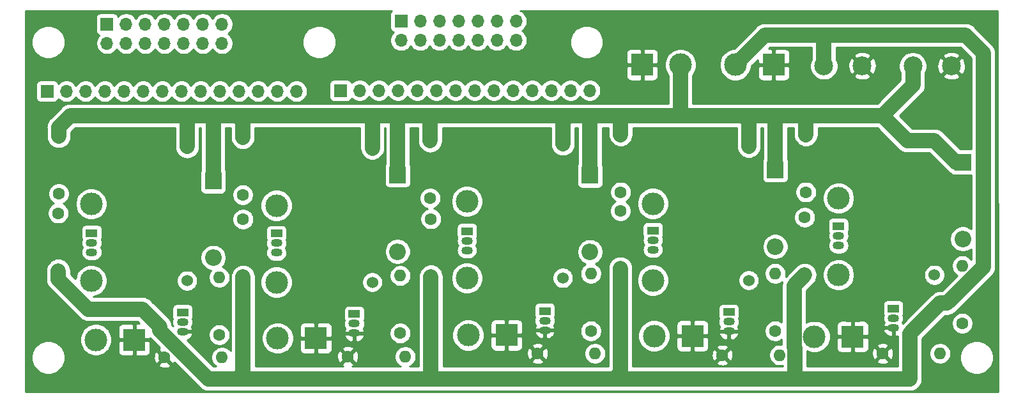
<source format=gbr>
%TF.GenerationSoftware,KiCad,Pcbnew,(5.1.9)-1*%
%TF.CreationDate,2023-03-23T17:51:48+02:00*%
%TF.ProjectId,jantteri-testrack-interface,6a616e74-7465-4726-992d-746573747261,rev?*%
%TF.SameCoordinates,Original*%
%TF.FileFunction,Copper,L2,Bot*%
%TF.FilePolarity,Positive*%
%FSLAX46Y46*%
G04 Gerber Fmt 4.6, Leading zero omitted, Abs format (unit mm)*
G04 Created by KiCad (PCBNEW (5.1.9)-1) date 2023-03-23 17:51:48*
%MOMM*%
%LPD*%
G01*
G04 APERTURE LIST*
%TA.AperFunction,ComponentPad*%
%ADD10O,2.200000X2.200000*%
%TD*%
%TA.AperFunction,ComponentPad*%
%ADD11R,2.200000X2.200000*%
%TD*%
%TA.AperFunction,ComponentPad*%
%ADD12O,1.700000X1.700000*%
%TD*%
%TA.AperFunction,ComponentPad*%
%ADD13R,1.700000X1.700000*%
%TD*%
%TA.AperFunction,ComponentPad*%
%ADD14R,1.500000X1.050000*%
%TD*%
%TA.AperFunction,ComponentPad*%
%ADD15O,1.500000X1.050000*%
%TD*%
%TA.AperFunction,ComponentPad*%
%ADD16C,1.600000*%
%TD*%
%TA.AperFunction,ComponentPad*%
%ADD17O,1.600000X1.600000*%
%TD*%
%TA.AperFunction,ComponentPad*%
%ADD18C,1.524000*%
%TD*%
%TA.AperFunction,ComponentPad*%
%ADD19C,3.000000*%
%TD*%
%TA.AperFunction,ComponentPad*%
%ADD20C,2.500000*%
%TD*%
%TA.AperFunction,ComponentPad*%
%ADD21R,3.000000X3.000000*%
%TD*%
%TA.AperFunction,ViaPad*%
%ADD22C,0.800000*%
%TD*%
%TA.AperFunction,Conductor*%
%ADD23C,2.000000*%
%TD*%
%TA.AperFunction,Conductor*%
%ADD24C,0.254000*%
%TD*%
%TA.AperFunction,Conductor*%
%ADD25C,0.100000*%
%TD*%
G04 APERTURE END LIST*
D10*
%TO.P,D1,2*%
%TO.N,Net-(D1-Pad2)*%
X100685600Y-102870000D03*
D11*
%TO.P,D1,1*%
%TO.N,+5V*%
X100685600Y-92710000D03*
%TD*%
%TO.P,D2,1*%
%TO.N,+5V*%
X125120400Y-91897200D03*
D10*
%TO.P,D2,2*%
%TO.N,Net-(D2-Pad2)*%
X125120400Y-102057200D03*
%TD*%
D11*
%TO.P,D3,1*%
%TO.N,+5V*%
X150622000Y-91948000D03*
D10*
%TO.P,D3,2*%
%TO.N,Net-(D3-Pad2)*%
X150622000Y-102108000D03*
%TD*%
D11*
%TO.P,D4,1*%
%TO.N,+5V*%
X199999600Y-90220800D03*
D10*
%TO.P,D4,2*%
%TO.N,Net-(D4-Pad2)*%
X199999600Y-100380800D03*
%TD*%
%TO.P,D5,2*%
%TO.N,Net-(D5-Pad2)*%
X175158400Y-101396800D03*
D11*
%TO.P,D5,1*%
%TO.N,+5V*%
X175158400Y-91236800D03*
%TD*%
D12*
%TO.P,J1,14*%
%TO.N,/sigA14*%
X140817600Y-74066400D03*
%TO.P,J1,13*%
%TO.N,/sigA13*%
X140817600Y-71526400D03*
%TO.P,J1,12*%
%TO.N,/sigA12*%
X138277600Y-74066400D03*
%TO.P,J1,11*%
%TO.N,/sigA11*%
X138277600Y-71526400D03*
%TO.P,J1,10*%
%TO.N,/sigA10*%
X135737600Y-74066400D03*
%TO.P,J1,9*%
%TO.N,/sigA9*%
X135737600Y-71526400D03*
%TO.P,J1,8*%
%TO.N,/sigA8*%
X133197600Y-74066400D03*
%TO.P,J1,7*%
%TO.N,/sigA7*%
X133197600Y-71526400D03*
%TO.P,J1,6*%
%TO.N,/sigA6*%
X130657600Y-74066400D03*
%TO.P,J1,5*%
%TO.N,/sigA5*%
X130657600Y-71526400D03*
%TO.P,J1,4*%
%TO.N,/sigA4*%
X128117600Y-74066400D03*
%TO.P,J1,3*%
%TO.N,/sigA3*%
X128117600Y-71526400D03*
%TO.P,J1,2*%
%TO.N,/sigA2*%
X125577600Y-74066400D03*
D13*
%TO.P,J1,1*%
%TO.N,/sigA1*%
X125577600Y-71526400D03*
%TD*%
%TO.P,J2,1*%
%TO.N,/sigA1*%
X117551200Y-80721200D03*
D12*
%TO.P,J2,2*%
%TO.N,/sigA2*%
X120091200Y-80721200D03*
%TO.P,J2,3*%
%TO.N,/sigA3*%
X122631200Y-80721200D03*
%TO.P,J2,4*%
%TO.N,/sigA4*%
X125171200Y-80721200D03*
%TO.P,J2,5*%
%TO.N,/sigA5*%
X127711200Y-80721200D03*
%TO.P,J2,6*%
%TO.N,/sigA6*%
X130251200Y-80721200D03*
%TO.P,J2,7*%
%TO.N,/sigA7*%
X132791200Y-80721200D03*
%TO.P,J2,8*%
%TO.N,/sigA8*%
X135331200Y-80721200D03*
%TO.P,J2,9*%
%TO.N,/sigA9*%
X137871200Y-80721200D03*
%TO.P,J2,10*%
%TO.N,/sigA10*%
X140411200Y-80721200D03*
%TO.P,J2,11*%
%TO.N,/sigA11*%
X142951200Y-80721200D03*
%TO.P,J2,12*%
%TO.N,/sigA12*%
X145491200Y-80721200D03*
%TO.P,J2,13*%
%TO.N,/sigA13*%
X148031200Y-80721200D03*
%TO.P,J2,14*%
%TO.N,/sigA14*%
X150571200Y-80721200D03*
%TD*%
D13*
%TO.P,J3,1*%
%TO.N,/sigB1*%
X86614000Y-71932800D03*
D12*
%TO.P,J3,2*%
%TO.N,/sigB2*%
X86614000Y-74472800D03*
%TO.P,J3,3*%
%TO.N,/sigB3*%
X89154000Y-71932800D03*
%TO.P,J3,4*%
%TO.N,/sigB4*%
X89154000Y-74472800D03*
%TO.P,J3,5*%
%TO.N,/sigB5*%
X91694000Y-71932800D03*
%TO.P,J3,6*%
%TO.N,/sigB6*%
X91694000Y-74472800D03*
%TO.P,J3,7*%
%TO.N,/sigB7*%
X94234000Y-71932800D03*
%TO.P,J3,8*%
%TO.N,/sigB8*%
X94234000Y-74472800D03*
%TO.P,J3,9*%
%TO.N,/sigB9*%
X96774000Y-71932800D03*
%TO.P,J3,10*%
%TO.N,/sigB10*%
X96774000Y-74472800D03*
%TO.P,J3,11*%
%TO.N,/sigB11*%
X99314000Y-71932800D03*
%TO.P,J3,12*%
%TO.N,/sigB12*%
X99314000Y-74472800D03*
%TO.P,J3,13*%
%TO.N,/sigB13*%
X101854000Y-71932800D03*
%TO.P,J3,14*%
%TO.N,/sigB14*%
X101854000Y-74472800D03*
%TD*%
%TO.P,J5,14*%
%TO.N,/sigB14*%
X111709200Y-80822800D03*
%TO.P,J5,13*%
%TO.N,/sigB13*%
X109169200Y-80822800D03*
%TO.P,J5,12*%
%TO.N,/sigB12*%
X106629200Y-80822800D03*
%TO.P,J5,11*%
%TO.N,/sigB11*%
X104089200Y-80822800D03*
%TO.P,J5,10*%
%TO.N,/sigB10*%
X101549200Y-80822800D03*
%TO.P,J5,9*%
%TO.N,/sigB9*%
X99009200Y-80822800D03*
%TO.P,J5,8*%
%TO.N,/sigB8*%
X96469200Y-80822800D03*
%TO.P,J5,7*%
%TO.N,/sigB7*%
X93929200Y-80822800D03*
%TO.P,J5,6*%
%TO.N,/sigB6*%
X91389200Y-80822800D03*
%TO.P,J5,5*%
%TO.N,/sigB5*%
X88849200Y-80822800D03*
%TO.P,J5,4*%
%TO.N,/sigB4*%
X86309200Y-80822800D03*
%TO.P,J5,3*%
%TO.N,/sigB3*%
X83769200Y-80822800D03*
%TO.P,J5,2*%
%TO.N,/sigB2*%
X81229200Y-80822800D03*
D13*
%TO.P,J5,1*%
%TO.N,/sigB1*%
X78689200Y-80822800D03*
%TD*%
D14*
%TO.P,Q1,1*%
%TO.N,Net-(D1-Pad2)*%
X96621600Y-110134400D03*
D15*
%TO.P,Q1,3*%
%TO.N,GND*%
X96621600Y-112674400D03*
%TO.P,Q1,2*%
%TO.N,Net-(Q1-Pad2)*%
X96621600Y-111404400D03*
%TD*%
%TO.P,Q2,2*%
%TO.N,Net-(Q2-Pad2)*%
X119380000Y-111607600D03*
%TO.P,Q2,3*%
%TO.N,GND*%
X119380000Y-112877600D03*
D14*
%TO.P,Q2,1*%
%TO.N,Net-(D2-Pad2)*%
X119380000Y-110337600D03*
%TD*%
D15*
%TO.P,Q3,2*%
%TO.N,Net-(Q3-Pad2)*%
X144627600Y-111201200D03*
%TO.P,Q3,3*%
%TO.N,GND*%
X144627600Y-112471200D03*
D14*
%TO.P,Q3,1*%
%TO.N,Net-(D3-Pad2)*%
X144627600Y-109931200D03*
%TD*%
%TO.P,Q4,1*%
%TO.N,Net-(D4-Pad2)*%
X190804800Y-109626400D03*
D15*
%TO.P,Q4,3*%
%TO.N,GND*%
X190804800Y-112166400D03*
%TO.P,Q4,2*%
%TO.N,Net-(Q4-Pad2)*%
X190804800Y-110896400D03*
%TD*%
%TO.P,Q5,2*%
%TO.N,Net-(Q10-Pad2)*%
X169011600Y-111353600D03*
%TO.P,Q5,3*%
%TO.N,GND*%
X169011600Y-112623600D03*
D14*
%TO.P,Q5,1*%
%TO.N,Net-(D5-Pad2)*%
X169011600Y-110083600D03*
%TD*%
D16*
%TO.P,R1,1*%
%TO.N,Net-(Q6-Pad1)*%
X80162400Y-96977200D03*
D17*
%TO.P,R1,2*%
%TO.N,+12V*%
X80162400Y-104597200D03*
%TD*%
%TO.P,R2,2*%
%TO.N,+5V*%
X80213200Y-86766400D03*
D16*
%TO.P,R2,1*%
%TO.N,Net-(Q6-Pad1)*%
X80213200Y-94386400D03*
%TD*%
D17*
%TO.P,R3,2*%
%TO.N,+12V*%
X104648000Y-105410000D03*
D16*
%TO.P,R3,1*%
%TO.N,Net-(Q7-Pad1)*%
X104648000Y-97790000D03*
%TD*%
%TO.P,R4,1*%
%TO.N,Net-(Q7-Pad1)*%
X104597200Y-94538800D03*
D17*
%TO.P,R4,2*%
%TO.N,+5V*%
X104597200Y-86918800D03*
%TD*%
D16*
%TO.P,R5,1*%
%TO.N,Net-(Q8-Pad1)*%
X129540000Y-97739200D03*
D17*
%TO.P,R5,2*%
%TO.N,+12V*%
X129540000Y-105359200D03*
%TD*%
%TO.P,R6,2*%
%TO.N,+5V*%
X129438400Y-87376000D03*
D16*
%TO.P,R6,1*%
%TO.N,Net-(Q8-Pad1)*%
X129438400Y-94996000D03*
%TD*%
%TO.P,R10,1*%
%TO.N,Net-(Q1-Pad2)*%
X101498400Y-113080800D03*
D17*
%TO.P,R10,2*%
%TO.N,/RELAY1_CTRL*%
X101498400Y-105460800D03*
%TD*%
D16*
%TO.P,R11,1*%
%TO.N,Net-(Q2-Pad2)*%
X125476000Y-112877600D03*
D17*
%TO.P,R11,2*%
%TO.N,/RELAY2_CTRL*%
X125476000Y-105257600D03*
%TD*%
%TO.P,R12,2*%
%TO.N,/RELAY3_CTRL*%
X150723600Y-104952800D03*
D16*
%TO.P,R12,1*%
%TO.N,Net-(Q3-Pad2)*%
X150723600Y-112572800D03*
%TD*%
%TO.P,R13,1*%
%TO.N,GND*%
X94234000Y-116078000D03*
D17*
%TO.P,R13,2*%
%TO.N,Net-(Q1-Pad2)*%
X101854000Y-116078000D03*
%TD*%
%TO.P,R14,2*%
%TO.N,Net-(Q2-Pad2)*%
X126136400Y-115976400D03*
D16*
%TO.P,R14,1*%
%TO.N,GND*%
X118516400Y-115976400D03*
%TD*%
%TO.P,R15,1*%
%TO.N,GND*%
X143662400Y-115570000D03*
D17*
%TO.P,R15,2*%
%TO.N,Net-(Q3-Pad2)*%
X151282400Y-115570000D03*
%TD*%
D16*
%TO.P,R16,1*%
%TO.N,Net-(Q9-Pad1)*%
X179070000Y-97536000D03*
D17*
%TO.P,R16,2*%
%TO.N,+12V*%
X179070000Y-105156000D03*
%TD*%
D16*
%TO.P,R17,1*%
%TO.N,Net-(Q9-Pad1)*%
X179222400Y-94183200D03*
D17*
%TO.P,R17,2*%
%TO.N,+5V*%
X179222400Y-86563200D03*
%TD*%
D16*
%TO.P,R18,1*%
%TO.N,Net-(Q10-Pad1)*%
X154635200Y-96672400D03*
D17*
%TO.P,R18,2*%
%TO.N,+12V*%
X154635200Y-104292400D03*
%TD*%
%TO.P,R19,2*%
%TO.N,+5V*%
X154686000Y-86563200D03*
D16*
%TO.P,R19,1*%
%TO.N,Net-(Q10-Pad1)*%
X154686000Y-94183200D03*
%TD*%
D17*
%TO.P,R22,2*%
%TO.N,/RELAY5_CTRL*%
X199948800Y-103936800D03*
D16*
%TO.P,R22,1*%
%TO.N,Net-(Q4-Pad2)*%
X199948800Y-111556800D03*
%TD*%
D17*
%TO.P,R23,2*%
%TO.N,/RELAY4_CTRL*%
X175158400Y-104952800D03*
D16*
%TO.P,R23,1*%
%TO.N,Net-(Q10-Pad2)*%
X175158400Y-112572800D03*
%TD*%
%TO.P,R24,1*%
%TO.N,GND*%
X189382400Y-115570000D03*
D17*
%TO.P,R24,2*%
%TO.N,Net-(Q4-Pad2)*%
X197002400Y-115570000D03*
%TD*%
D16*
%TO.P,R25,1*%
%TO.N,GND*%
X168148000Y-115773200D03*
D17*
%TO.P,R25,2*%
%TO.N,Net-(Q10-Pad2)*%
X175768000Y-115773200D03*
%TD*%
D18*
%TO.P,U1,1*%
%TO.N,Net-(D1-Pad2)*%
X97231200Y-105918000D03*
%TO.P,U1,2*%
%TO.N,+5V*%
X97231200Y-88138000D03*
D19*
%TO.P,U1,3*%
%TO.N,Net-(Q6-Pad1)*%
X84531200Y-95758000D03*
%TO.P,U1,4*%
%TO.N,Net-(J7-Pad2)*%
X84531200Y-105918000D03*
%TD*%
%TO.P,U2,4*%
%TO.N,Net-(J8-Pad2)*%
X109067600Y-106121200D03*
%TO.P,U2,3*%
%TO.N,Net-(Q7-Pad1)*%
X109067600Y-95961200D03*
D18*
%TO.P,U2,2*%
%TO.N,+5V*%
X121767600Y-88341200D03*
%TO.P,U2,1*%
%TO.N,Net-(D2-Pad2)*%
X121767600Y-106121200D03*
%TD*%
D19*
%TO.P,U3,4*%
%TO.N,Net-(J9-Pad2)*%
X134315200Y-105562400D03*
%TO.P,U3,3*%
%TO.N,Net-(Q8-Pad1)*%
X134315200Y-95402400D03*
D18*
%TO.P,U3,2*%
%TO.N,+5V*%
X147015200Y-87782400D03*
%TO.P,U3,1*%
%TO.N,Net-(D3-Pad2)*%
X147015200Y-105562400D03*
%TD*%
%TO.P,U4,1*%
%TO.N,Net-(D4-Pad2)*%
X196240400Y-105156000D03*
%TO.P,U4,2*%
%TO.N,+5V*%
X196240400Y-87376000D03*
D19*
%TO.P,U4,3*%
%TO.N,Net-(Q9-Pad1)*%
X183540400Y-94996000D03*
%TO.P,U4,4*%
%TO.N,Net-(J10-Pad2)*%
X183540400Y-105156000D03*
%TD*%
D18*
%TO.P,U5,1*%
%TO.N,Net-(D5-Pad2)*%
X171653200Y-105867200D03*
%TO.P,U5,2*%
%TO.N,+5V*%
X171653200Y-88087200D03*
D19*
%TO.P,U5,3*%
%TO.N,Net-(Q10-Pad1)*%
X158953200Y-95707200D03*
%TO.P,U5,4*%
%TO.N,Net-(J11-Pad2)*%
X158953200Y-105867200D03*
%TD*%
D20*
%TO.P,J4,1*%
%TO.N,+12V*%
X181610000Y-77470000D03*
%TO.P,J4,2*%
%TO.N,GND*%
X186690000Y-77470000D03*
%TD*%
%TO.P,J6,2*%
%TO.N,GND*%
X198475600Y-77470000D03*
%TO.P,J6,1*%
%TO.N,+5V*%
X193395600Y-77470000D03*
%TD*%
D19*
%TO.P,J7,2*%
%TO.N,Net-(J7-Pad2)*%
X85140800Y-113741200D03*
D21*
%TO.P,J7,1*%
%TO.N,GND*%
X90220800Y-113741200D03*
%TD*%
%TO.P,J8,1*%
%TO.N,GND*%
X114300000Y-113538000D03*
D19*
%TO.P,J8,2*%
%TO.N,Net-(J8-Pad2)*%
X109220000Y-113538000D03*
%TD*%
D21*
%TO.P,J9,1*%
%TO.N,GND*%
X139547600Y-113131600D03*
D19*
%TO.P,J9,2*%
%TO.N,Net-(J9-Pad2)*%
X134467600Y-113131600D03*
%TD*%
D21*
%TO.P,J10,1*%
%TO.N,GND*%
X185420000Y-113334800D03*
D19*
%TO.P,J10,2*%
%TO.N,Net-(J10-Pad2)*%
X180340000Y-113334800D03*
%TD*%
%TO.P,J11,2*%
%TO.N,Net-(J11-Pad2)*%
X159105600Y-113233200D03*
D21*
%TO.P,J11,1*%
%TO.N,GND*%
X164185600Y-113233200D03*
%TD*%
D19*
%TO.P,J12,2*%
%TO.N,+12V*%
X169875200Y-77317600D03*
D21*
%TO.P,J12,1*%
%TO.N,GND*%
X174955200Y-77317600D03*
%TD*%
%TO.P,J13,1*%
%TO.N,GND*%
X157530800Y-77317600D03*
D19*
%TO.P,J13,2*%
%TO.N,+5V*%
X162610800Y-77317600D03*
%TD*%
D14*
%TO.P,Q6,1*%
%TO.N,Net-(Q6-Pad1)*%
X84582000Y-99618800D03*
D15*
%TO.P,Q6,3*%
%TO.N,Net-(J7-Pad2)*%
X84582000Y-102158800D03*
%TO.P,Q6,2*%
%TO.N,Net-(Q1-Pad2)*%
X84582000Y-100888800D03*
%TD*%
D14*
%TO.P,Q7,1*%
%TO.N,Net-(Q7-Pad1)*%
X109067600Y-99669600D03*
D15*
%TO.P,Q7,3*%
%TO.N,Net-(J8-Pad2)*%
X109067600Y-102209600D03*
%TO.P,Q7,2*%
%TO.N,Net-(Q2-Pad2)*%
X109067600Y-100939600D03*
%TD*%
%TO.P,Q8,2*%
%TO.N,Net-(Q3-Pad2)*%
X134315200Y-100634800D03*
%TO.P,Q8,3*%
%TO.N,Net-(J9-Pad2)*%
X134315200Y-101904800D03*
D14*
%TO.P,Q8,1*%
%TO.N,Net-(Q8-Pad1)*%
X134315200Y-99364800D03*
%TD*%
D15*
%TO.P,Q9,2*%
%TO.N,Net-(Q4-Pad2)*%
X183540400Y-99974400D03*
%TO.P,Q9,3*%
%TO.N,Net-(J10-Pad2)*%
X183540400Y-101244400D03*
D14*
%TO.P,Q9,1*%
%TO.N,Net-(Q9-Pad1)*%
X183540400Y-98704400D03*
%TD*%
D15*
%TO.P,Q10,2*%
%TO.N,Net-(Q10-Pad2)*%
X158953200Y-100533200D03*
%TO.P,Q10,3*%
%TO.N,Net-(J11-Pad2)*%
X158953200Y-101803200D03*
D14*
%TO.P,Q10,1*%
%TO.N,Net-(Q10-Pad1)*%
X158953200Y-99263200D03*
%TD*%
D22*
%TO.N,GND*%
X136702800Y-89814400D03*
X144983200Y-94234000D03*
X141935200Y-101447600D03*
X116789200Y-100787200D03*
X121208800Y-94640400D03*
X113284000Y-89001600D03*
X164541200Y-89966800D03*
X170129200Y-96621600D03*
X165811200Y-102108000D03*
X187096400Y-88747600D03*
X195427600Y-95402400D03*
X191617600Y-101854000D03*
X89306400Y-89814400D03*
X96520000Y-96723200D03*
X92252800Y-100787200D03*
X108610400Y-72644000D03*
X120396000Y-71983600D03*
X81889600Y-71526400D03*
X77216000Y-77470000D03*
X146202400Y-72288400D03*
X152755600Y-77063600D03*
X153924000Y-71882000D03*
X203301600Y-111912400D03*
X198882000Y-118872000D03*
X84023200Y-117856000D03*
X78232000Y-110693200D03*
%TD*%
D23*
%TO.N,+5V*%
X125120400Y-91897200D02*
X125120400Y-91694000D01*
X193395600Y-80010000D02*
X193395600Y-77470000D01*
X189331600Y-84074000D02*
X193395600Y-80010000D01*
X162610800Y-77317600D02*
X162610800Y-83616800D01*
X162610800Y-83616800D02*
X162153600Y-84074000D01*
X154686000Y-86563200D02*
X154686000Y-84734400D01*
X154686000Y-84734400D02*
X154025600Y-84074000D01*
X154025600Y-84074000D02*
X162153600Y-84074000D01*
X150622000Y-84734400D02*
X151282400Y-84074000D01*
X150622000Y-91948000D02*
X150622000Y-84734400D01*
X151282400Y-84074000D02*
X154025600Y-84074000D01*
X147015200Y-84836000D02*
X147777200Y-84074000D01*
X147015200Y-87782400D02*
X147015200Y-84836000D01*
X147777200Y-84074000D02*
X151282400Y-84074000D01*
X129438400Y-84277200D02*
X129641600Y-84074000D01*
X129641600Y-84074000D02*
X147777200Y-84074000D01*
X129438400Y-87376000D02*
X129438400Y-84277200D01*
X125120400Y-84683600D02*
X124510800Y-84074000D01*
X125120400Y-91897200D02*
X125120400Y-84683600D01*
X124510800Y-84074000D02*
X129641600Y-84074000D01*
X121767600Y-84582000D02*
X121259600Y-84074000D01*
X121767600Y-88341200D02*
X121767600Y-84582000D01*
X121259600Y-84074000D02*
X124510800Y-84074000D01*
X104597200Y-84785200D02*
X103886000Y-84074000D01*
X104597200Y-86918800D02*
X104597200Y-84785200D01*
X103886000Y-84074000D02*
X121259600Y-84074000D01*
X199085200Y-90220800D02*
X196240400Y-87376000D01*
X199999600Y-90220800D02*
X199085200Y-90220800D01*
X192633600Y-87376000D02*
X189331600Y-84074000D01*
X196240400Y-87376000D02*
X192633600Y-87376000D01*
X80213200Y-85598000D02*
X80213200Y-86766400D01*
X81737200Y-84074000D02*
X80213200Y-85598000D01*
X175158400Y-84480400D02*
X174752000Y-84074000D01*
X175158400Y-91236800D02*
X175158400Y-84480400D01*
X171653200Y-84785200D02*
X170942000Y-84074000D01*
X171653200Y-88087200D02*
X171653200Y-84785200D01*
X170942000Y-84074000D02*
X174752000Y-84074000D01*
X162153600Y-84074000D02*
X170942000Y-84074000D01*
X179222400Y-84480400D02*
X178816000Y-84074000D01*
X179222400Y-86563200D02*
X179222400Y-84480400D01*
X178816000Y-84074000D02*
X189331600Y-84074000D01*
X174752000Y-84074000D02*
X178816000Y-84074000D01*
X97231200Y-84124800D02*
X97282000Y-84074000D01*
X97231200Y-88138000D02*
X97231200Y-84124800D01*
X97282000Y-84074000D02*
X81737200Y-84074000D01*
X100685600Y-84632800D02*
X101244400Y-84074000D01*
X100685600Y-92710000D02*
X100685600Y-84632800D01*
X101244400Y-84074000D02*
X97282000Y-84074000D01*
X103886000Y-84074000D02*
X101244400Y-84074000D01*
%TO.N,+12V*%
X173786800Y-73406000D02*
X169875200Y-77317600D01*
X181610000Y-77470000D02*
X181610000Y-73609200D01*
X181813200Y-73406000D02*
X173786800Y-73406000D01*
X181610000Y-73609200D02*
X181813200Y-73406000D01*
X154635200Y-118110000D02*
X153822400Y-118922800D01*
X154635200Y-104292400D02*
X154635200Y-118110000D01*
X129540000Y-118364000D02*
X128981200Y-118922800D01*
X129540000Y-105359200D02*
X129540000Y-118364000D01*
X128981200Y-118922800D02*
X153822400Y-118922800D01*
X104648000Y-118211600D02*
X103936800Y-118922800D01*
X103936800Y-118922800D02*
X128981200Y-118922800D01*
X104648000Y-105410000D02*
X104648000Y-118211600D01*
X200355200Y-73406000D02*
X181813200Y-73406000D01*
X202742800Y-75793600D02*
X200355200Y-73406000D01*
X197948799Y-108896803D02*
X202742800Y-104102802D01*
X202742800Y-104102802D02*
X202742800Y-75793600D01*
X197948799Y-108896803D02*
X197020797Y-108896803D01*
X193002802Y-112914798D02*
X193002802Y-118922800D01*
X197020797Y-108896803D02*
X193002802Y-112914798D01*
X100038802Y-118922800D02*
X93624400Y-112508398D01*
X103936800Y-118922800D02*
X100038802Y-118922800D01*
X93624400Y-111984798D02*
X91316802Y-109677200D01*
X93624400Y-112508398D02*
X93624400Y-111984798D01*
X80162400Y-105728570D02*
X80162400Y-104597200D01*
X84111030Y-109677200D02*
X80162400Y-105728570D01*
X91316802Y-109677200D02*
X84111030Y-109677200D01*
X177768001Y-114813199D02*
X177768001Y-118802399D01*
X177639999Y-114685197D02*
X177768001Y-114813199D01*
X177768001Y-118802399D02*
X177647600Y-118922800D01*
X177639999Y-106586001D02*
X177639999Y-114685197D01*
X179070000Y-105156000D02*
X177639999Y-106586001D01*
X177647600Y-118922800D02*
X193002802Y-118922800D01*
X153822400Y-118922800D02*
X177647600Y-118922800D01*
%TD*%
D24*
%TO.N,GND*%
X124276415Y-70225215D02*
X124197063Y-70321906D01*
X124138098Y-70432220D01*
X124101788Y-70551918D01*
X124089528Y-70676400D01*
X124089528Y-72376400D01*
X124101788Y-72500882D01*
X124138098Y-72620580D01*
X124197063Y-72730894D01*
X124276415Y-72827585D01*
X124373106Y-72906937D01*
X124483420Y-72965902D01*
X124555980Y-72987913D01*
X124424125Y-73119768D01*
X124261610Y-73362989D01*
X124149668Y-73633242D01*
X124092600Y-73920140D01*
X124092600Y-74212660D01*
X124149668Y-74499558D01*
X124261610Y-74769811D01*
X124424125Y-75013032D01*
X124630968Y-75219875D01*
X124874189Y-75382390D01*
X125144442Y-75494332D01*
X125431340Y-75551400D01*
X125723860Y-75551400D01*
X126010758Y-75494332D01*
X126281011Y-75382390D01*
X126524232Y-75219875D01*
X126731075Y-75013032D01*
X126847600Y-74838640D01*
X126964125Y-75013032D01*
X127170968Y-75219875D01*
X127414189Y-75382390D01*
X127684442Y-75494332D01*
X127971340Y-75551400D01*
X128263860Y-75551400D01*
X128550758Y-75494332D01*
X128821011Y-75382390D01*
X129064232Y-75219875D01*
X129271075Y-75013032D01*
X129387600Y-74838640D01*
X129504125Y-75013032D01*
X129710968Y-75219875D01*
X129954189Y-75382390D01*
X130224442Y-75494332D01*
X130511340Y-75551400D01*
X130803860Y-75551400D01*
X131090758Y-75494332D01*
X131361011Y-75382390D01*
X131604232Y-75219875D01*
X131811075Y-75013032D01*
X131927600Y-74838640D01*
X132044125Y-75013032D01*
X132250968Y-75219875D01*
X132494189Y-75382390D01*
X132764442Y-75494332D01*
X133051340Y-75551400D01*
X133343860Y-75551400D01*
X133630758Y-75494332D01*
X133901011Y-75382390D01*
X134144232Y-75219875D01*
X134351075Y-75013032D01*
X134467600Y-74838640D01*
X134584125Y-75013032D01*
X134790968Y-75219875D01*
X135034189Y-75382390D01*
X135304442Y-75494332D01*
X135591340Y-75551400D01*
X135883860Y-75551400D01*
X136170758Y-75494332D01*
X136441011Y-75382390D01*
X136684232Y-75219875D01*
X136891075Y-75013032D01*
X137007600Y-74838640D01*
X137124125Y-75013032D01*
X137330968Y-75219875D01*
X137574189Y-75382390D01*
X137844442Y-75494332D01*
X138131340Y-75551400D01*
X138423860Y-75551400D01*
X138710758Y-75494332D01*
X138981011Y-75382390D01*
X139224232Y-75219875D01*
X139431075Y-75013032D01*
X139547600Y-74838640D01*
X139664125Y-75013032D01*
X139870968Y-75219875D01*
X140114189Y-75382390D01*
X140384442Y-75494332D01*
X140671340Y-75551400D01*
X140963860Y-75551400D01*
X141250758Y-75494332D01*
X141521011Y-75382390D01*
X141764232Y-75219875D01*
X141971075Y-75013032D01*
X142133590Y-74769811D01*
X142245532Y-74499558D01*
X142302600Y-74212660D01*
X142302600Y-74100272D01*
X147929800Y-74100272D01*
X147929800Y-74540528D01*
X148015690Y-74972325D01*
X148184169Y-75379069D01*
X148428762Y-75745129D01*
X148740071Y-76056438D01*
X149106131Y-76301031D01*
X149512875Y-76469510D01*
X149944672Y-76555400D01*
X150384928Y-76555400D01*
X150816725Y-76469510D01*
X151223469Y-76301031D01*
X151589529Y-76056438D01*
X151828367Y-75817600D01*
X155392728Y-75817600D01*
X155395800Y-77031850D01*
X155554550Y-77190600D01*
X157403800Y-77190600D01*
X157403800Y-75341350D01*
X157657800Y-75341350D01*
X157657800Y-77190600D01*
X159507050Y-77190600D01*
X159665800Y-77031850D01*
X159668872Y-75817600D01*
X159656612Y-75693118D01*
X159620302Y-75573420D01*
X159561337Y-75463106D01*
X159481985Y-75366415D01*
X159385294Y-75287063D01*
X159274980Y-75228098D01*
X159155282Y-75191788D01*
X159030800Y-75179528D01*
X157816550Y-75182600D01*
X157657800Y-75341350D01*
X157403800Y-75341350D01*
X157245050Y-75182600D01*
X156030800Y-75179528D01*
X155906318Y-75191788D01*
X155786620Y-75228098D01*
X155676306Y-75287063D01*
X155579615Y-75366415D01*
X155500263Y-75463106D01*
X155441298Y-75573420D01*
X155404988Y-75693118D01*
X155392728Y-75817600D01*
X151828367Y-75817600D01*
X151900838Y-75745129D01*
X152145431Y-75379069D01*
X152313910Y-74972325D01*
X152399800Y-74540528D01*
X152399800Y-74100272D01*
X152313910Y-73668475D01*
X152145431Y-73261731D01*
X151900838Y-72895671D01*
X151589529Y-72584362D01*
X151223469Y-72339769D01*
X150816725Y-72171290D01*
X150384928Y-72085400D01*
X149944672Y-72085400D01*
X149512875Y-72171290D01*
X149106131Y-72339769D01*
X148740071Y-72584362D01*
X148428762Y-72895671D01*
X148184169Y-73261731D01*
X148015690Y-73668475D01*
X147929800Y-74100272D01*
X142302600Y-74100272D01*
X142302600Y-73920140D01*
X142245532Y-73633242D01*
X142133590Y-73362989D01*
X141971075Y-73119768D01*
X141764232Y-72912925D01*
X141589840Y-72796400D01*
X141764232Y-72679875D01*
X141971075Y-72473032D01*
X142133590Y-72229811D01*
X142245532Y-71959558D01*
X142302600Y-71672660D01*
X142302600Y-71380140D01*
X142245532Y-71093242D01*
X142133590Y-70822989D01*
X141971075Y-70579768D01*
X141764232Y-70372925D01*
X141521011Y-70210410D01*
X141385790Y-70154400D01*
X204623448Y-70154400D01*
X204672953Y-120599600D01*
X75793200Y-120599600D01*
X75793200Y-115857872D01*
X76606600Y-115857872D01*
X76606600Y-116298128D01*
X76692490Y-116729925D01*
X76860969Y-117136669D01*
X77105562Y-117502729D01*
X77416871Y-117814038D01*
X77782931Y-118058631D01*
X78189675Y-118227110D01*
X78621472Y-118313000D01*
X79061728Y-118313000D01*
X79493525Y-118227110D01*
X79900269Y-118058631D01*
X80266329Y-117814038D01*
X80577638Y-117502729D01*
X80822231Y-117136669D01*
X80849555Y-117070702D01*
X93420903Y-117070702D01*
X93492486Y-117314671D01*
X93747996Y-117435571D01*
X94022184Y-117504300D01*
X94304512Y-117518217D01*
X94584130Y-117476787D01*
X94850292Y-117381603D01*
X94975514Y-117314671D01*
X95047097Y-117070702D01*
X94234000Y-116257605D01*
X93420903Y-117070702D01*
X80849555Y-117070702D01*
X80990710Y-116729925D01*
X81076600Y-116298128D01*
X81076600Y-116148512D01*
X92793783Y-116148512D01*
X92835213Y-116428130D01*
X92930397Y-116694292D01*
X92997329Y-116819514D01*
X93241298Y-116891097D01*
X94054395Y-116078000D01*
X93241298Y-115264903D01*
X92997329Y-115336486D01*
X92876429Y-115591996D01*
X92807700Y-115866184D01*
X92793783Y-116148512D01*
X81076600Y-116148512D01*
X81076600Y-115857872D01*
X80990710Y-115426075D01*
X80822231Y-115019331D01*
X80577638Y-114653271D01*
X80266329Y-114341962D01*
X79900269Y-114097369D01*
X79493525Y-113928890D01*
X79061728Y-113843000D01*
X78621472Y-113843000D01*
X78189675Y-113928890D01*
X77782931Y-114097369D01*
X77416871Y-114341962D01*
X77105562Y-114653271D01*
X76860969Y-115019331D01*
X76692490Y-115426075D01*
X76606600Y-115857872D01*
X75793200Y-115857872D01*
X75793200Y-113530921D01*
X83005800Y-113530921D01*
X83005800Y-113951479D01*
X83087847Y-114363956D01*
X83248788Y-114752502D01*
X83482437Y-115102183D01*
X83779817Y-115399563D01*
X84129498Y-115633212D01*
X84518044Y-115794153D01*
X84930521Y-115876200D01*
X85351079Y-115876200D01*
X85763556Y-115794153D01*
X86152102Y-115633212D01*
X86501783Y-115399563D01*
X86660146Y-115241200D01*
X88082728Y-115241200D01*
X88094988Y-115365682D01*
X88131298Y-115485380D01*
X88190263Y-115595694D01*
X88269615Y-115692385D01*
X88366306Y-115771737D01*
X88476620Y-115830702D01*
X88596318Y-115867012D01*
X88720800Y-115879272D01*
X89935050Y-115876200D01*
X90093800Y-115717450D01*
X90093800Y-113868200D01*
X90347800Y-113868200D01*
X90347800Y-115717450D01*
X90506550Y-115876200D01*
X91720800Y-115879272D01*
X91845282Y-115867012D01*
X91964980Y-115830702D01*
X92075294Y-115771737D01*
X92171985Y-115692385D01*
X92251337Y-115595694D01*
X92310302Y-115485380D01*
X92346612Y-115365682D01*
X92358872Y-115241200D01*
X92355800Y-114026950D01*
X92197050Y-113868200D01*
X90347800Y-113868200D01*
X90093800Y-113868200D01*
X88244550Y-113868200D01*
X88085800Y-114026950D01*
X88082728Y-115241200D01*
X86660146Y-115241200D01*
X86799163Y-115102183D01*
X87032812Y-114752502D01*
X87193753Y-114363956D01*
X87275800Y-113951479D01*
X87275800Y-113530921D01*
X87193753Y-113118444D01*
X87032812Y-112729898D01*
X86799163Y-112380217D01*
X86660146Y-112241200D01*
X88082728Y-112241200D01*
X88085800Y-113455450D01*
X88244550Y-113614200D01*
X90093800Y-113614200D01*
X90093800Y-111764950D01*
X89935050Y-111606200D01*
X88720800Y-111603128D01*
X88596318Y-111615388D01*
X88476620Y-111651698D01*
X88366306Y-111710663D01*
X88269615Y-111790015D01*
X88190263Y-111886706D01*
X88131298Y-111997020D01*
X88094988Y-112116718D01*
X88082728Y-112241200D01*
X86660146Y-112241200D01*
X86501783Y-112082837D01*
X86152102Y-111849188D01*
X85763556Y-111688247D01*
X85351079Y-111606200D01*
X84930521Y-111606200D01*
X84518044Y-111688247D01*
X84129498Y-111849188D01*
X83779817Y-112082837D01*
X83482437Y-112380217D01*
X83248788Y-112729898D01*
X83087847Y-113118444D01*
X83005800Y-113530921D01*
X75793200Y-113530921D01*
X75793200Y-105728570D01*
X78519489Y-105728570D01*
X78527400Y-105808889D01*
X78527400Y-105808891D01*
X78551057Y-106049085D01*
X78644548Y-106357284D01*
X78796369Y-106641321D01*
X79000686Y-106890284D01*
X79063087Y-106941495D01*
X82898110Y-110776519D01*
X82949316Y-110838914D01*
X83198278Y-111043231D01*
X83482315Y-111195052D01*
X83790514Y-111288543D01*
X84030708Y-111312200D01*
X84030710Y-111312200D01*
X84111029Y-111320111D01*
X84191349Y-111312200D01*
X90639564Y-111312200D01*
X90932486Y-111605122D01*
X90506550Y-111606200D01*
X90347800Y-111764950D01*
X90347800Y-113614200D01*
X92197050Y-113614200D01*
X92317748Y-113493502D01*
X92462686Y-113670112D01*
X92525087Y-113721323D01*
X93591936Y-114788172D01*
X93492486Y-114841329D01*
X93420903Y-115085298D01*
X94234000Y-115898395D01*
X94248143Y-115884253D01*
X94427748Y-116063858D01*
X94413605Y-116078000D01*
X95226702Y-116891097D01*
X95470671Y-116819514D01*
X95519687Y-116715924D01*
X98825882Y-120022119D01*
X98877088Y-120084514D01*
X99126050Y-120288831D01*
X99410087Y-120440652D01*
X99718286Y-120534143D01*
X99958480Y-120557800D01*
X99958482Y-120557800D01*
X100038801Y-120565711D01*
X100119121Y-120557800D01*
X103856481Y-120557800D01*
X103936800Y-120565711D01*
X104017119Y-120557800D01*
X128900881Y-120557800D01*
X128981200Y-120565711D01*
X129061519Y-120557800D01*
X153742081Y-120557800D01*
X153822400Y-120565711D01*
X153902719Y-120557800D01*
X177567281Y-120557800D01*
X177647600Y-120565711D01*
X177727919Y-120557800D01*
X192922480Y-120557800D01*
X193002802Y-120565711D01*
X193323318Y-120534143D01*
X193631517Y-120440652D01*
X193915554Y-120288831D01*
X194164516Y-120084514D01*
X194368833Y-119835552D01*
X194520654Y-119551515D01*
X194614145Y-119243316D01*
X194637802Y-119003122D01*
X194645713Y-118922800D01*
X194637802Y-118842478D01*
X194637802Y-115428665D01*
X195567400Y-115428665D01*
X195567400Y-115711335D01*
X195622547Y-115988574D01*
X195730720Y-116249727D01*
X195887763Y-116484759D01*
X196087641Y-116684637D01*
X196322673Y-116841680D01*
X196583826Y-116949853D01*
X196861065Y-117005000D01*
X197143735Y-117005000D01*
X197420974Y-116949853D01*
X197682127Y-116841680D01*
X197917159Y-116684637D01*
X198117037Y-116484759D01*
X198274080Y-116249727D01*
X198382253Y-115988574D01*
X198408251Y-115857872D01*
X199593400Y-115857872D01*
X199593400Y-116298128D01*
X199679290Y-116729925D01*
X199847769Y-117136669D01*
X200092362Y-117502729D01*
X200403671Y-117814038D01*
X200769731Y-118058631D01*
X201176475Y-118227110D01*
X201608272Y-118313000D01*
X202048528Y-118313000D01*
X202480325Y-118227110D01*
X202887069Y-118058631D01*
X203253129Y-117814038D01*
X203564438Y-117502729D01*
X203809031Y-117136669D01*
X203977510Y-116729925D01*
X204063400Y-116298128D01*
X204063400Y-115857872D01*
X203977510Y-115426075D01*
X203809031Y-115019331D01*
X203564438Y-114653271D01*
X203253129Y-114341962D01*
X202887069Y-114097369D01*
X202480325Y-113928890D01*
X202048528Y-113843000D01*
X201608272Y-113843000D01*
X201176475Y-113928890D01*
X200769731Y-114097369D01*
X200403671Y-114341962D01*
X200092362Y-114653271D01*
X199847769Y-115019331D01*
X199679290Y-115426075D01*
X199593400Y-115857872D01*
X198408251Y-115857872D01*
X198437400Y-115711335D01*
X198437400Y-115428665D01*
X198382253Y-115151426D01*
X198274080Y-114890273D01*
X198117037Y-114655241D01*
X197917159Y-114455363D01*
X197682127Y-114298320D01*
X197420974Y-114190147D01*
X197143735Y-114135000D01*
X196861065Y-114135000D01*
X196583826Y-114190147D01*
X196322673Y-114298320D01*
X196087641Y-114455363D01*
X195887763Y-114655241D01*
X195730720Y-114890273D01*
X195622547Y-115151426D01*
X195567400Y-115428665D01*
X194637802Y-115428665D01*
X194637802Y-113592036D01*
X196814373Y-111415465D01*
X198513800Y-111415465D01*
X198513800Y-111698135D01*
X198568947Y-111975374D01*
X198677120Y-112236527D01*
X198834163Y-112471559D01*
X199034041Y-112671437D01*
X199269073Y-112828480D01*
X199530226Y-112936653D01*
X199807465Y-112991800D01*
X200090135Y-112991800D01*
X200367374Y-112936653D01*
X200628527Y-112828480D01*
X200863559Y-112671437D01*
X201063437Y-112471559D01*
X201220480Y-112236527D01*
X201328653Y-111975374D01*
X201383800Y-111698135D01*
X201383800Y-111415465D01*
X201328653Y-111138226D01*
X201220480Y-110877073D01*
X201063437Y-110642041D01*
X200863559Y-110442163D01*
X200628527Y-110285120D01*
X200367374Y-110176947D01*
X200090135Y-110121800D01*
X199807465Y-110121800D01*
X199530226Y-110176947D01*
X199269073Y-110285120D01*
X199034041Y-110442163D01*
X198834163Y-110642041D01*
X198677120Y-110877073D01*
X198568947Y-111138226D01*
X198513800Y-111415465D01*
X196814373Y-111415465D01*
X197698036Y-110531803D01*
X197868480Y-110531803D01*
X197948799Y-110539714D01*
X198029118Y-110531803D01*
X198029121Y-110531803D01*
X198269315Y-110508146D01*
X198577514Y-110414655D01*
X198861551Y-110262834D01*
X199110513Y-110058517D01*
X199161724Y-109996116D01*
X203842120Y-105315721D01*
X203904514Y-105264516D01*
X204108831Y-105015554D01*
X204260652Y-104731517D01*
X204354143Y-104423318D01*
X204377800Y-104183124D01*
X204377800Y-104183122D01*
X204385711Y-104102803D01*
X204377800Y-104022483D01*
X204377800Y-75873919D01*
X204385711Y-75793599D01*
X204366910Y-75602710D01*
X204354143Y-75473084D01*
X204260652Y-75164885D01*
X204108831Y-74880848D01*
X203904514Y-74631886D01*
X203842118Y-74580680D01*
X201568125Y-72306687D01*
X201516914Y-72244286D01*
X201267952Y-72039969D01*
X200983915Y-71888148D01*
X200675716Y-71794657D01*
X200435522Y-71771000D01*
X200435519Y-71771000D01*
X200355200Y-71763089D01*
X200274881Y-71771000D01*
X181893519Y-71771000D01*
X181813199Y-71763089D01*
X181732880Y-71771000D01*
X173867122Y-71771000D01*
X173786800Y-71763089D01*
X173466283Y-71794657D01*
X173158085Y-71888148D01*
X172874048Y-72039969D01*
X172625086Y-72244286D01*
X172573880Y-72306681D01*
X169697962Y-75182600D01*
X169664921Y-75182600D01*
X169252444Y-75264647D01*
X168863898Y-75425588D01*
X168514217Y-75659237D01*
X168216837Y-75956617D01*
X167983188Y-76306298D01*
X167822247Y-76694844D01*
X167740200Y-77107321D01*
X167740200Y-77527879D01*
X167822247Y-77940356D01*
X167983188Y-78328902D01*
X168216837Y-78678583D01*
X168514217Y-78975963D01*
X168863898Y-79209612D01*
X169252444Y-79370553D01*
X169664921Y-79452600D01*
X170085479Y-79452600D01*
X170497956Y-79370553D01*
X170886502Y-79209612D01*
X171236183Y-78975963D01*
X171394546Y-78817600D01*
X172817128Y-78817600D01*
X172829388Y-78942082D01*
X172865698Y-79061780D01*
X172924663Y-79172094D01*
X173004015Y-79268785D01*
X173100706Y-79348137D01*
X173211020Y-79407102D01*
X173330718Y-79443412D01*
X173455200Y-79455672D01*
X174669450Y-79452600D01*
X174828200Y-79293850D01*
X174828200Y-77444600D01*
X175082200Y-77444600D01*
X175082200Y-79293850D01*
X175240950Y-79452600D01*
X176455200Y-79455672D01*
X176579682Y-79443412D01*
X176699380Y-79407102D01*
X176809694Y-79348137D01*
X176906385Y-79268785D01*
X176985737Y-79172094D01*
X177044702Y-79061780D01*
X177081012Y-78942082D01*
X177093272Y-78817600D01*
X177090200Y-77603350D01*
X176931450Y-77444600D01*
X175082200Y-77444600D01*
X174828200Y-77444600D01*
X172978950Y-77444600D01*
X172820200Y-77603350D01*
X172817128Y-78817600D01*
X171394546Y-78817600D01*
X171533563Y-78678583D01*
X171767212Y-78328902D01*
X171928153Y-77940356D01*
X172010200Y-77527879D01*
X172010200Y-77494838D01*
X172819324Y-76685714D01*
X172820200Y-77031850D01*
X172978950Y-77190600D01*
X174828200Y-77190600D01*
X174828200Y-75341350D01*
X175082200Y-75341350D01*
X175082200Y-77190600D01*
X176931450Y-77190600D01*
X177090200Y-77031850D01*
X177093272Y-75817600D01*
X177081012Y-75693118D01*
X177044702Y-75573420D01*
X176985737Y-75463106D01*
X176906385Y-75366415D01*
X176809694Y-75287063D01*
X176699380Y-75228098D01*
X176579682Y-75191788D01*
X176455200Y-75179528D01*
X175240950Y-75182600D01*
X175082200Y-75341350D01*
X174828200Y-75341350D01*
X174669450Y-75182600D01*
X174323315Y-75181724D01*
X174464039Y-75041000D01*
X179975001Y-75041000D01*
X179975000Y-76524039D01*
X179939534Y-76577118D01*
X179797439Y-76920166D01*
X179725000Y-77284344D01*
X179725000Y-77655656D01*
X179797439Y-78019834D01*
X179939534Y-78362882D01*
X180145825Y-78671618D01*
X180408382Y-78934175D01*
X180717118Y-79140466D01*
X181060166Y-79282561D01*
X181424344Y-79355000D01*
X181795656Y-79355000D01*
X182159834Y-79282561D01*
X182502882Y-79140466D01*
X182811618Y-78934175D01*
X182962188Y-78783605D01*
X185556000Y-78783605D01*
X185681914Y-79073577D01*
X186014126Y-79239433D01*
X186372312Y-79337290D01*
X186742706Y-79363389D01*
X187111075Y-79316725D01*
X187463262Y-79199094D01*
X187698086Y-79073577D01*
X187824000Y-78783605D01*
X186690000Y-77649605D01*
X185556000Y-78783605D01*
X182962188Y-78783605D01*
X183074175Y-78671618D01*
X183280466Y-78362882D01*
X183422561Y-78019834D01*
X183495000Y-77655656D01*
X183495000Y-77522706D01*
X184796611Y-77522706D01*
X184843275Y-77891075D01*
X184960906Y-78243262D01*
X185086423Y-78478086D01*
X185376395Y-78604000D01*
X186510395Y-77470000D01*
X186869605Y-77470000D01*
X188003605Y-78604000D01*
X188293577Y-78478086D01*
X188459433Y-78145874D01*
X188557290Y-77787688D01*
X188583389Y-77417294D01*
X188536725Y-77048925D01*
X188419094Y-76696738D01*
X188293577Y-76461914D01*
X188003605Y-76336000D01*
X186869605Y-77470000D01*
X186510395Y-77470000D01*
X185376395Y-76336000D01*
X185086423Y-76461914D01*
X184920567Y-76794126D01*
X184822710Y-77152312D01*
X184796611Y-77522706D01*
X183495000Y-77522706D01*
X183495000Y-77284344D01*
X183422561Y-76920166D01*
X183280466Y-76577118D01*
X183245000Y-76524039D01*
X183245000Y-76156395D01*
X185556000Y-76156395D01*
X186690000Y-77290395D01*
X187824000Y-76156395D01*
X187698086Y-75866423D01*
X187365874Y-75700567D01*
X187007688Y-75602710D01*
X186637294Y-75576611D01*
X186268925Y-75623275D01*
X185916738Y-75740906D01*
X185681914Y-75866423D01*
X185556000Y-76156395D01*
X183245000Y-76156395D01*
X183245000Y-75041000D01*
X199677962Y-75041000D01*
X201107801Y-76470840D01*
X201107801Y-88483536D01*
X201099600Y-88482728D01*
X199659368Y-88482728D01*
X197453324Y-86276686D01*
X197402114Y-86214286D01*
X197153152Y-86009969D01*
X196869115Y-85858148D01*
X196560916Y-85764657D01*
X196320722Y-85741000D01*
X196320719Y-85741000D01*
X196240400Y-85733089D01*
X196160081Y-85741000D01*
X193310839Y-85741000D01*
X191643838Y-84074000D01*
X194494920Y-81222919D01*
X194557314Y-81171714D01*
X194761631Y-80922752D01*
X194913452Y-80638715D01*
X195006943Y-80330516D01*
X195030600Y-80090322D01*
X195030600Y-80090320D01*
X195038511Y-80010000D01*
X195030600Y-79929681D01*
X195030600Y-78783605D01*
X197341600Y-78783605D01*
X197467514Y-79073577D01*
X197799726Y-79239433D01*
X198157912Y-79337290D01*
X198528306Y-79363389D01*
X198896675Y-79316725D01*
X199248862Y-79199094D01*
X199483686Y-79073577D01*
X199609600Y-78783605D01*
X198475600Y-77649605D01*
X197341600Y-78783605D01*
X195030600Y-78783605D01*
X195030600Y-78415961D01*
X195066066Y-78362882D01*
X195208161Y-78019834D01*
X195280600Y-77655656D01*
X195280600Y-77522706D01*
X196582211Y-77522706D01*
X196628875Y-77891075D01*
X196746506Y-78243262D01*
X196872023Y-78478086D01*
X197161995Y-78604000D01*
X198295995Y-77470000D01*
X198655205Y-77470000D01*
X199789205Y-78604000D01*
X200079177Y-78478086D01*
X200245033Y-78145874D01*
X200342890Y-77787688D01*
X200368989Y-77417294D01*
X200322325Y-77048925D01*
X200204694Y-76696738D01*
X200079177Y-76461914D01*
X199789205Y-76336000D01*
X198655205Y-77470000D01*
X198295995Y-77470000D01*
X197161995Y-76336000D01*
X196872023Y-76461914D01*
X196706167Y-76794126D01*
X196608310Y-77152312D01*
X196582211Y-77522706D01*
X195280600Y-77522706D01*
X195280600Y-77284344D01*
X195208161Y-76920166D01*
X195066066Y-76577118D01*
X194859775Y-76268382D01*
X194747788Y-76156395D01*
X197341600Y-76156395D01*
X198475600Y-77290395D01*
X199609600Y-76156395D01*
X199483686Y-75866423D01*
X199151474Y-75700567D01*
X198793288Y-75602710D01*
X198422894Y-75576611D01*
X198054525Y-75623275D01*
X197702338Y-75740906D01*
X197467514Y-75866423D01*
X197341600Y-76156395D01*
X194747788Y-76156395D01*
X194597218Y-76005825D01*
X194288482Y-75799534D01*
X193945434Y-75657439D01*
X193581256Y-75585000D01*
X193209944Y-75585000D01*
X192845766Y-75657439D01*
X192502718Y-75799534D01*
X192193982Y-76005825D01*
X191931425Y-76268382D01*
X191725134Y-76577118D01*
X191583039Y-76920166D01*
X191510600Y-77284344D01*
X191510600Y-77655656D01*
X191583039Y-78019834D01*
X191725134Y-78362882D01*
X191760601Y-78415961D01*
X191760600Y-79332761D01*
X188654362Y-82439000D01*
X178896319Y-82439000D01*
X178816000Y-82431089D01*
X178735681Y-82439000D01*
X174832319Y-82439000D01*
X174752000Y-82431089D01*
X174671681Y-82439000D01*
X171022319Y-82439000D01*
X170942000Y-82431089D01*
X170861681Y-82439000D01*
X164245800Y-82439000D01*
X164245800Y-78701946D01*
X164269163Y-78678583D01*
X164502812Y-78328902D01*
X164663753Y-77940356D01*
X164745800Y-77527879D01*
X164745800Y-77107321D01*
X164663753Y-76694844D01*
X164502812Y-76306298D01*
X164269163Y-75956617D01*
X163971783Y-75659237D01*
X163622102Y-75425588D01*
X163233556Y-75264647D01*
X162821079Y-75182600D01*
X162400521Y-75182600D01*
X161988044Y-75264647D01*
X161599498Y-75425588D01*
X161249817Y-75659237D01*
X160952437Y-75956617D01*
X160718788Y-76306298D01*
X160557847Y-76694844D01*
X160475800Y-77107321D01*
X160475800Y-77527879D01*
X160557847Y-77940356D01*
X160718788Y-78328902D01*
X160952437Y-78678583D01*
X160975800Y-78701946D01*
X160975801Y-82439000D01*
X154105919Y-82439000D01*
X154025600Y-82431089D01*
X153945281Y-82439000D01*
X151362722Y-82439000D01*
X151282400Y-82431089D01*
X151202078Y-82439000D01*
X147857522Y-82439000D01*
X147777200Y-82431089D01*
X147696878Y-82439000D01*
X129721919Y-82439000D01*
X129641599Y-82431089D01*
X129561280Y-82439000D01*
X124591119Y-82439000D01*
X124510800Y-82431089D01*
X124430481Y-82439000D01*
X121339919Y-82439000D01*
X121259600Y-82431089D01*
X121179281Y-82439000D01*
X103966319Y-82439000D01*
X103886000Y-82431089D01*
X103805681Y-82439000D01*
X101324730Y-82439000D01*
X101244400Y-82431088D01*
X101164070Y-82439000D01*
X97362319Y-82439000D01*
X97281999Y-82431089D01*
X97201680Y-82439000D01*
X81817519Y-82439000D01*
X81737199Y-82431089D01*
X81656880Y-82439000D01*
X81656878Y-82439000D01*
X81416684Y-82462657D01*
X81108485Y-82556148D01*
X80824448Y-82707969D01*
X80575486Y-82912286D01*
X80524279Y-82974682D01*
X79113886Y-84385075D01*
X79051486Y-84436286D01*
X78847169Y-84685249D01*
X78695348Y-84969286D01*
X78601857Y-85277485D01*
X78580461Y-85494720D01*
X78570289Y-85598000D01*
X78578200Y-85678319D01*
X78578200Y-86846722D01*
X78601857Y-87086916D01*
X78695348Y-87395115D01*
X78847170Y-87679152D01*
X79051487Y-87928114D01*
X79300449Y-88132431D01*
X79584486Y-88284252D01*
X79892685Y-88377743D01*
X80213200Y-88409311D01*
X80533716Y-88377743D01*
X80841915Y-88284252D01*
X81125952Y-88132431D01*
X81374914Y-87928114D01*
X81579231Y-87679152D01*
X81731052Y-87395115D01*
X81824543Y-87086916D01*
X81848200Y-86846722D01*
X81848200Y-86275238D01*
X82414439Y-85709000D01*
X95596201Y-85709000D01*
X95596200Y-88218321D01*
X95619857Y-88458515D01*
X95713348Y-88766714D01*
X95865169Y-89050751D01*
X96069486Y-89299714D01*
X96318448Y-89504031D01*
X96602485Y-89655852D01*
X96910684Y-89749343D01*
X97231200Y-89780911D01*
X97551715Y-89749343D01*
X97859914Y-89655852D01*
X98143951Y-89504031D01*
X98392914Y-89299714D01*
X98597231Y-89050752D01*
X98749052Y-88766715D01*
X98842543Y-88458516D01*
X98866200Y-88218322D01*
X98866200Y-85709000D01*
X99050601Y-85709000D01*
X99050600Y-91263855D01*
X98996098Y-91365820D01*
X98959788Y-91485518D01*
X98947528Y-91610000D01*
X98947528Y-93810000D01*
X98959788Y-93934482D01*
X98996098Y-94054180D01*
X99055063Y-94164494D01*
X99134415Y-94261185D01*
X99231106Y-94340537D01*
X99341420Y-94399502D01*
X99461118Y-94435812D01*
X99585600Y-94448072D01*
X101785600Y-94448072D01*
X101910082Y-94435812D01*
X102029780Y-94399502D01*
X102033590Y-94397465D01*
X103162200Y-94397465D01*
X103162200Y-94680135D01*
X103217347Y-94957374D01*
X103325520Y-95218527D01*
X103482563Y-95453559D01*
X103682441Y-95653437D01*
X103917473Y-95810480D01*
X104178626Y-95918653D01*
X104455865Y-95973800D01*
X104738535Y-95973800D01*
X105015774Y-95918653D01*
X105276927Y-95810480D01*
X105366063Y-95750921D01*
X106932600Y-95750921D01*
X106932600Y-96171479D01*
X107014647Y-96583956D01*
X107175588Y-96972502D01*
X107409237Y-97322183D01*
X107706617Y-97619563D01*
X108056298Y-97853212D01*
X108444844Y-98014153D01*
X108857321Y-98096200D01*
X109277879Y-98096200D01*
X109690356Y-98014153D01*
X110078902Y-97853212D01*
X110428583Y-97619563D01*
X110725963Y-97322183D01*
X110959612Y-96972502D01*
X111120553Y-96583956D01*
X111202600Y-96171479D01*
X111202600Y-95750921D01*
X111120553Y-95338444D01*
X110959612Y-94949898D01*
X110895980Y-94854665D01*
X128003400Y-94854665D01*
X128003400Y-95137335D01*
X128058547Y-95414574D01*
X128166720Y-95675727D01*
X128323763Y-95910759D01*
X128523641Y-96110637D01*
X128758673Y-96267680D01*
X129019826Y-96375853D01*
X129061543Y-96384151D01*
X128860273Y-96467520D01*
X128625241Y-96624563D01*
X128425363Y-96824441D01*
X128268320Y-97059473D01*
X128160147Y-97320626D01*
X128105000Y-97597865D01*
X128105000Y-97880535D01*
X128160147Y-98157774D01*
X128268320Y-98418927D01*
X128425363Y-98653959D01*
X128625241Y-98853837D01*
X128860273Y-99010880D01*
X129121426Y-99119053D01*
X129398665Y-99174200D01*
X129681335Y-99174200D01*
X129958574Y-99119053D01*
X130219727Y-99010880D01*
X130454759Y-98853837D01*
X130654637Y-98653959D01*
X130811680Y-98418927D01*
X130919853Y-98157774D01*
X130975000Y-97880535D01*
X130975000Y-97597865D01*
X130919853Y-97320626D01*
X130811680Y-97059473D01*
X130654637Y-96824441D01*
X130454759Y-96624563D01*
X130219727Y-96467520D01*
X129958574Y-96359347D01*
X129916857Y-96351049D01*
X130118127Y-96267680D01*
X130353159Y-96110637D01*
X130553037Y-95910759D01*
X130710080Y-95675727D01*
X130818253Y-95414574D01*
X130862502Y-95192121D01*
X132180200Y-95192121D01*
X132180200Y-95612679D01*
X132262247Y-96025156D01*
X132423188Y-96413702D01*
X132656837Y-96763383D01*
X132954217Y-97060763D01*
X133303898Y-97294412D01*
X133692444Y-97455353D01*
X134104921Y-97537400D01*
X134525479Y-97537400D01*
X134937956Y-97455353D01*
X135326502Y-97294412D01*
X135676183Y-97060763D01*
X135973563Y-96763383D01*
X136128792Y-96531065D01*
X153200200Y-96531065D01*
X153200200Y-96813735D01*
X153255347Y-97090974D01*
X153363520Y-97352127D01*
X153520563Y-97587159D01*
X153720441Y-97787037D01*
X153955473Y-97944080D01*
X154216626Y-98052253D01*
X154493865Y-98107400D01*
X154776535Y-98107400D01*
X155053774Y-98052253D01*
X155314927Y-97944080D01*
X155549959Y-97787037D01*
X155749837Y-97587159D01*
X155906880Y-97352127D01*
X156015053Y-97090974D01*
X156070200Y-96813735D01*
X156070200Y-96531065D01*
X156015053Y-96253826D01*
X155906880Y-95992673D01*
X155749837Y-95757641D01*
X155549959Y-95557763D01*
X155458902Y-95496921D01*
X156818200Y-95496921D01*
X156818200Y-95917479D01*
X156900247Y-96329956D01*
X157061188Y-96718502D01*
X157294837Y-97068183D01*
X157592217Y-97365563D01*
X157941898Y-97599212D01*
X158330444Y-97760153D01*
X158742921Y-97842200D01*
X159163479Y-97842200D01*
X159575956Y-97760153D01*
X159964502Y-97599212D01*
X160270628Y-97394665D01*
X177635000Y-97394665D01*
X177635000Y-97677335D01*
X177690147Y-97954574D01*
X177798320Y-98215727D01*
X177955363Y-98450759D01*
X178155241Y-98650637D01*
X178390273Y-98807680D01*
X178651426Y-98915853D01*
X178928665Y-98971000D01*
X179211335Y-98971000D01*
X179488574Y-98915853D01*
X179749727Y-98807680D01*
X179984759Y-98650637D01*
X180184637Y-98450759D01*
X180341680Y-98215727D01*
X180449853Y-97954574D01*
X180505000Y-97677335D01*
X180505000Y-97394665D01*
X180449853Y-97117426D01*
X180341680Y-96856273D01*
X180184637Y-96621241D01*
X179984759Y-96421363D01*
X179749727Y-96264320D01*
X179488574Y-96156147D01*
X179211335Y-96101000D01*
X178928665Y-96101000D01*
X178651426Y-96156147D01*
X178390273Y-96264320D01*
X178155241Y-96421363D01*
X177955363Y-96621241D01*
X177798320Y-96856273D01*
X177690147Y-97117426D01*
X177635000Y-97394665D01*
X160270628Y-97394665D01*
X160314183Y-97365563D01*
X160611563Y-97068183D01*
X160845212Y-96718502D01*
X161006153Y-96329956D01*
X161088200Y-95917479D01*
X161088200Y-95496921D01*
X161006153Y-95084444D01*
X160845212Y-94695898D01*
X160611563Y-94346217D01*
X160314183Y-94048837D01*
X160303749Y-94041865D01*
X177787400Y-94041865D01*
X177787400Y-94324535D01*
X177842547Y-94601774D01*
X177950720Y-94862927D01*
X178107763Y-95097959D01*
X178307641Y-95297837D01*
X178542673Y-95454880D01*
X178803826Y-95563053D01*
X179081065Y-95618200D01*
X179363735Y-95618200D01*
X179640974Y-95563053D01*
X179902127Y-95454880D01*
X180137159Y-95297837D01*
X180337037Y-95097959D01*
X180494080Y-94862927D01*
X180526059Y-94785721D01*
X181405400Y-94785721D01*
X181405400Y-95206279D01*
X181487447Y-95618756D01*
X181648388Y-96007302D01*
X181882037Y-96356983D01*
X182179417Y-96654363D01*
X182529098Y-96888012D01*
X182917644Y-97048953D01*
X183330121Y-97131000D01*
X183750679Y-97131000D01*
X184163156Y-97048953D01*
X184551702Y-96888012D01*
X184901383Y-96654363D01*
X185198763Y-96356983D01*
X185432412Y-96007302D01*
X185593353Y-95618756D01*
X185675400Y-95206279D01*
X185675400Y-94785721D01*
X185593353Y-94373244D01*
X185432412Y-93984698D01*
X185198763Y-93635017D01*
X184901383Y-93337637D01*
X184551702Y-93103988D01*
X184163156Y-92943047D01*
X183750679Y-92861000D01*
X183330121Y-92861000D01*
X182917644Y-92943047D01*
X182529098Y-93103988D01*
X182179417Y-93337637D01*
X181882037Y-93635017D01*
X181648388Y-93984698D01*
X181487447Y-94373244D01*
X181405400Y-94785721D01*
X180526059Y-94785721D01*
X180602253Y-94601774D01*
X180657400Y-94324535D01*
X180657400Y-94041865D01*
X180602253Y-93764626D01*
X180494080Y-93503473D01*
X180337037Y-93268441D01*
X180137159Y-93068563D01*
X179902127Y-92911520D01*
X179640974Y-92803347D01*
X179363735Y-92748200D01*
X179081065Y-92748200D01*
X178803826Y-92803347D01*
X178542673Y-92911520D01*
X178307641Y-93068563D01*
X178107763Y-93268441D01*
X177950720Y-93503473D01*
X177842547Y-93764626D01*
X177787400Y-94041865D01*
X160303749Y-94041865D01*
X159964502Y-93815188D01*
X159575956Y-93654247D01*
X159163479Y-93572200D01*
X158742921Y-93572200D01*
X158330444Y-93654247D01*
X157941898Y-93815188D01*
X157592217Y-94048837D01*
X157294837Y-94346217D01*
X157061188Y-94695898D01*
X156900247Y-95084444D01*
X156818200Y-95496921D01*
X155458902Y-95496921D01*
X155380855Y-95444772D01*
X155600759Y-95297837D01*
X155800637Y-95097959D01*
X155957680Y-94862927D01*
X156065853Y-94601774D01*
X156121000Y-94324535D01*
X156121000Y-94041865D01*
X156065853Y-93764626D01*
X155957680Y-93503473D01*
X155800637Y-93268441D01*
X155600759Y-93068563D01*
X155365727Y-92911520D01*
X155104574Y-92803347D01*
X154827335Y-92748200D01*
X154544665Y-92748200D01*
X154267426Y-92803347D01*
X154006273Y-92911520D01*
X153771241Y-93068563D01*
X153571363Y-93268441D01*
X153414320Y-93503473D01*
X153306147Y-93764626D01*
X153251000Y-94041865D01*
X153251000Y-94324535D01*
X153306147Y-94601774D01*
X153414320Y-94862927D01*
X153571363Y-95097959D01*
X153771241Y-95297837D01*
X153940345Y-95410828D01*
X153720441Y-95557763D01*
X153520563Y-95757641D01*
X153363520Y-95992673D01*
X153255347Y-96253826D01*
X153200200Y-96531065D01*
X136128792Y-96531065D01*
X136207212Y-96413702D01*
X136368153Y-96025156D01*
X136450200Y-95612679D01*
X136450200Y-95192121D01*
X136368153Y-94779644D01*
X136207212Y-94391098D01*
X135973563Y-94041417D01*
X135676183Y-93744037D01*
X135326502Y-93510388D01*
X134937956Y-93349447D01*
X134525479Y-93267400D01*
X134104921Y-93267400D01*
X133692444Y-93349447D01*
X133303898Y-93510388D01*
X132954217Y-93744037D01*
X132656837Y-94041417D01*
X132423188Y-94391098D01*
X132262247Y-94779644D01*
X132180200Y-95192121D01*
X130862502Y-95192121D01*
X130873400Y-95137335D01*
X130873400Y-94854665D01*
X130818253Y-94577426D01*
X130710080Y-94316273D01*
X130553037Y-94081241D01*
X130353159Y-93881363D01*
X130118127Y-93724320D01*
X129856974Y-93616147D01*
X129579735Y-93561000D01*
X129297065Y-93561000D01*
X129019826Y-93616147D01*
X128758673Y-93724320D01*
X128523641Y-93881363D01*
X128323763Y-94081241D01*
X128166720Y-94316273D01*
X128058547Y-94577426D01*
X128003400Y-94854665D01*
X110895980Y-94854665D01*
X110725963Y-94600217D01*
X110428583Y-94302837D01*
X110078902Y-94069188D01*
X109690356Y-93908247D01*
X109277879Y-93826200D01*
X108857321Y-93826200D01*
X108444844Y-93908247D01*
X108056298Y-94069188D01*
X107706617Y-94302837D01*
X107409237Y-94600217D01*
X107175588Y-94949898D01*
X107014647Y-95338444D01*
X106932600Y-95750921D01*
X105366063Y-95750921D01*
X105511959Y-95653437D01*
X105711837Y-95453559D01*
X105868880Y-95218527D01*
X105977053Y-94957374D01*
X106032200Y-94680135D01*
X106032200Y-94397465D01*
X105977053Y-94120226D01*
X105868880Y-93859073D01*
X105711837Y-93624041D01*
X105511959Y-93424163D01*
X105276927Y-93267120D01*
X105015774Y-93158947D01*
X104738535Y-93103800D01*
X104455865Y-93103800D01*
X104178626Y-93158947D01*
X103917473Y-93267120D01*
X103682441Y-93424163D01*
X103482563Y-93624041D01*
X103325520Y-93859073D01*
X103217347Y-94120226D01*
X103162200Y-94397465D01*
X102033590Y-94397465D01*
X102140094Y-94340537D01*
X102236785Y-94261185D01*
X102316137Y-94164494D01*
X102375102Y-94054180D01*
X102411412Y-93934482D01*
X102423672Y-93810000D01*
X102423672Y-91610000D01*
X102411412Y-91485518D01*
X102375102Y-91365820D01*
X102320600Y-91263856D01*
X102320600Y-85709000D01*
X102962201Y-85709000D01*
X102962200Y-86999121D01*
X102985857Y-87239315D01*
X103079348Y-87547514D01*
X103231169Y-87831551D01*
X103435486Y-88080514D01*
X103684448Y-88284831D01*
X103968485Y-88436652D01*
X104276684Y-88530143D01*
X104597200Y-88561711D01*
X104917715Y-88530143D01*
X105225914Y-88436652D01*
X105509951Y-88284831D01*
X105758914Y-88080514D01*
X105963231Y-87831552D01*
X106115052Y-87547515D01*
X106208543Y-87239316D01*
X106232200Y-86999122D01*
X106232200Y-85709000D01*
X120132601Y-85709000D01*
X120132600Y-88421521D01*
X120156257Y-88661715D01*
X120249748Y-88969914D01*
X120401569Y-89253951D01*
X120605886Y-89502914D01*
X120854848Y-89707231D01*
X121138885Y-89859052D01*
X121447084Y-89952543D01*
X121767600Y-89984111D01*
X122088115Y-89952543D01*
X122396314Y-89859052D01*
X122680351Y-89707231D01*
X122929314Y-89502914D01*
X123133631Y-89253952D01*
X123285452Y-88969915D01*
X123378943Y-88661716D01*
X123402600Y-88421522D01*
X123402600Y-85709000D01*
X123485401Y-85709000D01*
X123485400Y-90451055D01*
X123430898Y-90553020D01*
X123394588Y-90672718D01*
X123382328Y-90797200D01*
X123382328Y-92997200D01*
X123394588Y-93121682D01*
X123430898Y-93241380D01*
X123489863Y-93351694D01*
X123569215Y-93448385D01*
X123665906Y-93527737D01*
X123776220Y-93586702D01*
X123895918Y-93623012D01*
X124020400Y-93635272D01*
X126220400Y-93635272D01*
X126344882Y-93623012D01*
X126464580Y-93586702D01*
X126574894Y-93527737D01*
X126671585Y-93448385D01*
X126750937Y-93351694D01*
X126809902Y-93241380D01*
X126846212Y-93121682D01*
X126858472Y-92997200D01*
X126858472Y-90797200D01*
X126846212Y-90672718D01*
X126809902Y-90553020D01*
X126755400Y-90451056D01*
X126755400Y-85709000D01*
X127803401Y-85709000D01*
X127803400Y-87456321D01*
X127827057Y-87696515D01*
X127920548Y-88004714D01*
X128072369Y-88288751D01*
X128276686Y-88537714D01*
X128525648Y-88742031D01*
X128809685Y-88893852D01*
X129117884Y-88987343D01*
X129438400Y-89018911D01*
X129758915Y-88987343D01*
X130067114Y-88893852D01*
X130351151Y-88742031D01*
X130600114Y-88537714D01*
X130804431Y-88288752D01*
X130956252Y-88004715D01*
X131049743Y-87696516D01*
X131073400Y-87456322D01*
X131073400Y-85709000D01*
X145380201Y-85709000D01*
X145380200Y-87862721D01*
X145403857Y-88102915D01*
X145497348Y-88411114D01*
X145649169Y-88695151D01*
X145853486Y-88944114D01*
X146102448Y-89148431D01*
X146386485Y-89300252D01*
X146694684Y-89393743D01*
X147015200Y-89425311D01*
X147335715Y-89393743D01*
X147643914Y-89300252D01*
X147927951Y-89148431D01*
X148176914Y-88944114D01*
X148381231Y-88695152D01*
X148533052Y-88411115D01*
X148626543Y-88102916D01*
X148650200Y-87862722D01*
X148650200Y-85709000D01*
X148987001Y-85709000D01*
X148987000Y-90501855D01*
X148932498Y-90603820D01*
X148896188Y-90723518D01*
X148883928Y-90848000D01*
X148883928Y-93048000D01*
X148896188Y-93172482D01*
X148932498Y-93292180D01*
X148991463Y-93402494D01*
X149070815Y-93499185D01*
X149167506Y-93578537D01*
X149277820Y-93637502D01*
X149397518Y-93673812D01*
X149522000Y-93686072D01*
X151722000Y-93686072D01*
X151846482Y-93673812D01*
X151966180Y-93637502D01*
X152076494Y-93578537D01*
X152173185Y-93499185D01*
X152252537Y-93402494D01*
X152311502Y-93292180D01*
X152347812Y-93172482D01*
X152360072Y-93048000D01*
X152360072Y-90848000D01*
X152347812Y-90723518D01*
X152311502Y-90603820D01*
X152257000Y-90501856D01*
X152257000Y-85709000D01*
X153051000Y-85709000D01*
X153051000Y-86643521D01*
X153074657Y-86883715D01*
X153168148Y-87191914D01*
X153319969Y-87475951D01*
X153524286Y-87724914D01*
X153773248Y-87929231D01*
X154057285Y-88081052D01*
X154365484Y-88174543D01*
X154686000Y-88206111D01*
X155006515Y-88174543D01*
X155314714Y-88081052D01*
X155598751Y-87929231D01*
X155847714Y-87724914D01*
X156052031Y-87475952D01*
X156203852Y-87191915D01*
X156297343Y-86883716D01*
X156321000Y-86643522D01*
X156321000Y-85709000D01*
X162073281Y-85709000D01*
X162153600Y-85716911D01*
X162233919Y-85709000D01*
X170018201Y-85709000D01*
X170018200Y-88167521D01*
X170041857Y-88407715D01*
X170135348Y-88715914D01*
X170287169Y-88999951D01*
X170491486Y-89248914D01*
X170740448Y-89453231D01*
X171024485Y-89605052D01*
X171332684Y-89698543D01*
X171653200Y-89730111D01*
X171973715Y-89698543D01*
X172281914Y-89605052D01*
X172565951Y-89453231D01*
X172814914Y-89248914D01*
X173019231Y-88999952D01*
X173171052Y-88715915D01*
X173264543Y-88407716D01*
X173288200Y-88167522D01*
X173288200Y-85709000D01*
X173523401Y-85709000D01*
X173523400Y-89790655D01*
X173468898Y-89892620D01*
X173432588Y-90012318D01*
X173420328Y-90136800D01*
X173420328Y-92336800D01*
X173432588Y-92461282D01*
X173468898Y-92580980D01*
X173527863Y-92691294D01*
X173607215Y-92787985D01*
X173703906Y-92867337D01*
X173814220Y-92926302D01*
X173933918Y-92962612D01*
X174058400Y-92974872D01*
X176258400Y-92974872D01*
X176382882Y-92962612D01*
X176502580Y-92926302D01*
X176612894Y-92867337D01*
X176709585Y-92787985D01*
X176788937Y-92691294D01*
X176847902Y-92580980D01*
X176884212Y-92461282D01*
X176896472Y-92336800D01*
X176896472Y-90136800D01*
X176884212Y-90012318D01*
X176847902Y-89892620D01*
X176793400Y-89790656D01*
X176793400Y-85709000D01*
X177587400Y-85709000D01*
X177587400Y-86643521D01*
X177611057Y-86883715D01*
X177704548Y-87191914D01*
X177856369Y-87475951D01*
X178060686Y-87724914D01*
X178309648Y-87929231D01*
X178593685Y-88081052D01*
X178901884Y-88174543D01*
X179222400Y-88206111D01*
X179542915Y-88174543D01*
X179851114Y-88081052D01*
X180135151Y-87929231D01*
X180384114Y-87724914D01*
X180588431Y-87475952D01*
X180740252Y-87191915D01*
X180833743Y-86883716D01*
X180857400Y-86643522D01*
X180857400Y-85709000D01*
X188654362Y-85709000D01*
X191420680Y-88475319D01*
X191471886Y-88537714D01*
X191720848Y-88742031D01*
X192004885Y-88893852D01*
X192313084Y-88987343D01*
X192553278Y-89011000D01*
X192553280Y-89011000D01*
X192633599Y-89018911D01*
X192713919Y-89011000D01*
X195563162Y-89011000D01*
X197872284Y-91320124D01*
X197923486Y-91382514D01*
X198172448Y-91586831D01*
X198337951Y-91675294D01*
X198393376Y-91704919D01*
X198448415Y-91771985D01*
X198545106Y-91851337D01*
X198655420Y-91910302D01*
X198775118Y-91946612D01*
X198899600Y-91958872D01*
X201099600Y-91958872D01*
X201107800Y-91958064D01*
X201107800Y-99035339D01*
X201105598Y-99033137D01*
X200821431Y-98843263D01*
X200505681Y-98712475D01*
X200170483Y-98645800D01*
X199828717Y-98645800D01*
X199493519Y-98712475D01*
X199177769Y-98843263D01*
X198893602Y-99033137D01*
X198651937Y-99274802D01*
X198462063Y-99558969D01*
X198331275Y-99874719D01*
X198264600Y-100209917D01*
X198264600Y-100551683D01*
X198331275Y-100886881D01*
X198462063Y-101202631D01*
X198651937Y-101486798D01*
X198893602Y-101728463D01*
X199177769Y-101918337D01*
X199493519Y-102049125D01*
X199828717Y-102115800D01*
X200170483Y-102115800D01*
X200505681Y-102049125D01*
X200821431Y-101918337D01*
X201105598Y-101728463D01*
X201107800Y-101726261D01*
X201107800Y-103088435D01*
X201063437Y-103022041D01*
X200863559Y-102822163D01*
X200628527Y-102665120D01*
X200367374Y-102556947D01*
X200090135Y-102501800D01*
X199807465Y-102501800D01*
X199530226Y-102556947D01*
X199269073Y-102665120D01*
X199034041Y-102822163D01*
X198834163Y-103022041D01*
X198677120Y-103257073D01*
X198568947Y-103518226D01*
X198513800Y-103795465D01*
X198513800Y-104078135D01*
X198568947Y-104355374D01*
X198677120Y-104616527D01*
X198834163Y-104851559D01*
X199034041Y-105051437D01*
X199269073Y-105208480D01*
X199308537Y-105224826D01*
X197271561Y-107261803D01*
X197101116Y-107261803D01*
X197020796Y-107253892D01*
X196940477Y-107261803D01*
X196940475Y-107261803D01*
X196700281Y-107285460D01*
X196392082Y-107378951D01*
X196108045Y-107530772D01*
X195859083Y-107735089D01*
X195807877Y-107797484D01*
X192034162Y-111571200D01*
X192005871Y-111531069D01*
X192106685Y-111342460D01*
X192173015Y-111123800D01*
X192195412Y-110896400D01*
X192173015Y-110669000D01*
X192109707Y-110460302D01*
X192144302Y-110395580D01*
X192180612Y-110275882D01*
X192192872Y-110151400D01*
X192192872Y-109101400D01*
X192180612Y-108976918D01*
X192144302Y-108857220D01*
X192085337Y-108746906D01*
X192005985Y-108650215D01*
X191909294Y-108570863D01*
X191798980Y-108511898D01*
X191679282Y-108475588D01*
X191554800Y-108463328D01*
X190054800Y-108463328D01*
X189930318Y-108475588D01*
X189810620Y-108511898D01*
X189700306Y-108570863D01*
X189603615Y-108650215D01*
X189524263Y-108746906D01*
X189465298Y-108857220D01*
X189428988Y-108976918D01*
X189416728Y-109101400D01*
X189416728Y-110151400D01*
X189428988Y-110275882D01*
X189465298Y-110395580D01*
X189499893Y-110460302D01*
X189436585Y-110669000D01*
X189414188Y-110896400D01*
X189436585Y-111123800D01*
X189502915Y-111342460D01*
X189603729Y-111531069D01*
X189562525Y-111589518D01*
X189469528Y-111799063D01*
X189460836Y-111860590D01*
X189586637Y-112039400D01*
X190351691Y-112039400D01*
X190352400Y-112039615D01*
X190522821Y-112056400D01*
X190951800Y-112056400D01*
X190951800Y-112293400D01*
X190931800Y-112293400D01*
X190931800Y-113172998D01*
X191115307Y-113332731D01*
X191341204Y-113293639D01*
X191367802Y-113283393D01*
X191367803Y-117287800D01*
X179403001Y-117287800D01*
X179403001Y-116562702D01*
X188569303Y-116562702D01*
X188640886Y-116806671D01*
X188896396Y-116927571D01*
X189170584Y-116996300D01*
X189452912Y-117010217D01*
X189732530Y-116968787D01*
X189998692Y-116873603D01*
X190123914Y-116806671D01*
X190195497Y-116562702D01*
X189382400Y-115749605D01*
X188569303Y-116562702D01*
X179403001Y-116562702D01*
X179403001Y-115640512D01*
X187942183Y-115640512D01*
X187983613Y-115920130D01*
X188078797Y-116186292D01*
X188145729Y-116311514D01*
X188389698Y-116383097D01*
X189202795Y-115570000D01*
X189562005Y-115570000D01*
X190375102Y-116383097D01*
X190619071Y-116311514D01*
X190739971Y-116056004D01*
X190808700Y-115781816D01*
X190822617Y-115499488D01*
X190781187Y-115219870D01*
X190686003Y-114953708D01*
X190619071Y-114828486D01*
X190375102Y-114756903D01*
X189562005Y-115570000D01*
X189202795Y-115570000D01*
X188389698Y-114756903D01*
X188145729Y-114828486D01*
X188024829Y-115083996D01*
X187956100Y-115358184D01*
X187942183Y-115640512D01*
X179403001Y-115640512D01*
X179403001Y-115257589D01*
X179717244Y-115387753D01*
X180129721Y-115469800D01*
X180550279Y-115469800D01*
X180962756Y-115387753D01*
X181351302Y-115226812D01*
X181700983Y-114993163D01*
X181859346Y-114834800D01*
X183281928Y-114834800D01*
X183294188Y-114959282D01*
X183330498Y-115078980D01*
X183389463Y-115189294D01*
X183468815Y-115285985D01*
X183565506Y-115365337D01*
X183675820Y-115424302D01*
X183795518Y-115460612D01*
X183920000Y-115472872D01*
X185134250Y-115469800D01*
X185293000Y-115311050D01*
X185293000Y-113461800D01*
X185547000Y-113461800D01*
X185547000Y-115311050D01*
X185705750Y-115469800D01*
X186920000Y-115472872D01*
X187044482Y-115460612D01*
X187164180Y-115424302D01*
X187274494Y-115365337D01*
X187371185Y-115285985D01*
X187450537Y-115189294D01*
X187509502Y-115078980D01*
X187545812Y-114959282D01*
X187558072Y-114834800D01*
X187557421Y-114577298D01*
X188569303Y-114577298D01*
X189382400Y-115390395D01*
X190195497Y-114577298D01*
X190123914Y-114333329D01*
X189868404Y-114212429D01*
X189594216Y-114143700D01*
X189311888Y-114129783D01*
X189032270Y-114171213D01*
X188766108Y-114266397D01*
X188640886Y-114333329D01*
X188569303Y-114577298D01*
X187557421Y-114577298D01*
X187555000Y-113620550D01*
X187396250Y-113461800D01*
X185547000Y-113461800D01*
X185293000Y-113461800D01*
X183443750Y-113461800D01*
X183285000Y-113620550D01*
X183281928Y-114834800D01*
X181859346Y-114834800D01*
X181998363Y-114695783D01*
X182232012Y-114346102D01*
X182392953Y-113957556D01*
X182475000Y-113545079D01*
X182475000Y-113124521D01*
X182392953Y-112712044D01*
X182232012Y-112323498D01*
X181998363Y-111973817D01*
X181859346Y-111834800D01*
X183281928Y-111834800D01*
X183285000Y-113049050D01*
X183443750Y-113207800D01*
X185293000Y-113207800D01*
X185293000Y-111358550D01*
X185547000Y-111358550D01*
X185547000Y-113207800D01*
X187396250Y-113207800D01*
X187555000Y-113049050D01*
X187556459Y-112472210D01*
X189460836Y-112472210D01*
X189469528Y-112533737D01*
X189562525Y-112743282D01*
X189694616Y-112930658D01*
X189860724Y-113088664D01*
X190054466Y-113211228D01*
X190268396Y-113293639D01*
X190494293Y-113332731D01*
X190677800Y-113172998D01*
X190677800Y-112293400D01*
X189586637Y-112293400D01*
X189460836Y-112472210D01*
X187556459Y-112472210D01*
X187558072Y-111834800D01*
X187545812Y-111710318D01*
X187509502Y-111590620D01*
X187450537Y-111480306D01*
X187371185Y-111383615D01*
X187274494Y-111304263D01*
X187164180Y-111245298D01*
X187044482Y-111208988D01*
X186920000Y-111196728D01*
X185705750Y-111199800D01*
X185547000Y-111358550D01*
X185293000Y-111358550D01*
X185134250Y-111199800D01*
X183920000Y-111196728D01*
X183795518Y-111208988D01*
X183675820Y-111245298D01*
X183565506Y-111304263D01*
X183468815Y-111383615D01*
X183389463Y-111480306D01*
X183330498Y-111590620D01*
X183294188Y-111710318D01*
X183281928Y-111834800D01*
X181859346Y-111834800D01*
X181700983Y-111676437D01*
X181351302Y-111442788D01*
X180962756Y-111281847D01*
X180550279Y-111199800D01*
X180129721Y-111199800D01*
X179717244Y-111281847D01*
X179328698Y-111442788D01*
X179274999Y-111478668D01*
X179274999Y-107263239D01*
X180282915Y-106255324D01*
X180436030Y-106068753D01*
X180587852Y-105784715D01*
X180681343Y-105476517D01*
X180712911Y-105156000D01*
X180692201Y-104945721D01*
X181405400Y-104945721D01*
X181405400Y-105366279D01*
X181487447Y-105778756D01*
X181648388Y-106167302D01*
X181882037Y-106516983D01*
X182179417Y-106814363D01*
X182529098Y-107048012D01*
X182917644Y-107208953D01*
X183330121Y-107291000D01*
X183750679Y-107291000D01*
X184163156Y-107208953D01*
X184551702Y-107048012D01*
X184901383Y-106814363D01*
X185198763Y-106516983D01*
X185432412Y-106167302D01*
X185593353Y-105778756D01*
X185675400Y-105366279D01*
X185675400Y-105018408D01*
X194843400Y-105018408D01*
X194843400Y-105293592D01*
X194897086Y-105563490D01*
X195002395Y-105817727D01*
X195155280Y-106046535D01*
X195349865Y-106241120D01*
X195578673Y-106394005D01*
X195832910Y-106499314D01*
X196102808Y-106553000D01*
X196377992Y-106553000D01*
X196647890Y-106499314D01*
X196902127Y-106394005D01*
X197130935Y-106241120D01*
X197325520Y-106046535D01*
X197478405Y-105817727D01*
X197583714Y-105563490D01*
X197637400Y-105293592D01*
X197637400Y-105018408D01*
X197583714Y-104748510D01*
X197478405Y-104494273D01*
X197325520Y-104265465D01*
X197130935Y-104070880D01*
X196902127Y-103917995D01*
X196647890Y-103812686D01*
X196377992Y-103759000D01*
X196102808Y-103759000D01*
X195832910Y-103812686D01*
X195578673Y-103917995D01*
X195349865Y-104070880D01*
X195155280Y-104265465D01*
X195002395Y-104494273D01*
X194897086Y-104748510D01*
X194843400Y-105018408D01*
X185675400Y-105018408D01*
X185675400Y-104945721D01*
X185593353Y-104533244D01*
X185432412Y-104144698D01*
X185198763Y-103795017D01*
X184901383Y-103497637D01*
X184551702Y-103263988D01*
X184163156Y-103103047D01*
X183750679Y-103021000D01*
X183330121Y-103021000D01*
X182917644Y-103103047D01*
X182529098Y-103263988D01*
X182179417Y-103497637D01*
X181882037Y-103795017D01*
X181648388Y-104144698D01*
X181487447Y-104533244D01*
X181405400Y-104945721D01*
X180692201Y-104945721D01*
X180681343Y-104835484D01*
X180587852Y-104527286D01*
X180436030Y-104243248D01*
X180231713Y-103994287D01*
X179982752Y-103789970D01*
X179698714Y-103638148D01*
X179390516Y-103544657D01*
X179070000Y-103513089D01*
X178749483Y-103544657D01*
X178441285Y-103638148D01*
X178157247Y-103789970D01*
X177970676Y-103943085D01*
X176540685Y-105373077D01*
X176535932Y-105376978D01*
X176538253Y-105371374D01*
X176593400Y-105094135D01*
X176593400Y-104811465D01*
X176538253Y-104534226D01*
X176430080Y-104273073D01*
X176273037Y-104038041D01*
X176073159Y-103838163D01*
X175838127Y-103681120D01*
X175576974Y-103572947D01*
X175299735Y-103517800D01*
X175017065Y-103517800D01*
X174739826Y-103572947D01*
X174478673Y-103681120D01*
X174243641Y-103838163D01*
X174043763Y-104038041D01*
X173886720Y-104273073D01*
X173778547Y-104534226D01*
X173723400Y-104811465D01*
X173723400Y-105094135D01*
X173778547Y-105371374D01*
X173886720Y-105632527D01*
X174043763Y-105867559D01*
X174243641Y-106067437D01*
X174478673Y-106224480D01*
X174739826Y-106332653D01*
X175017065Y-106387800D01*
X175299735Y-106387800D01*
X175576974Y-106332653D01*
X175838127Y-106224480D01*
X176073159Y-106067437D01*
X176095515Y-106045081D01*
X176028656Y-106265486D01*
X176006548Y-106489956D01*
X175997088Y-106586001D01*
X176004999Y-106666321D01*
X176005000Y-111412620D01*
X175838127Y-111301120D01*
X175576974Y-111192947D01*
X175299735Y-111137800D01*
X175017065Y-111137800D01*
X174739826Y-111192947D01*
X174478673Y-111301120D01*
X174243641Y-111458163D01*
X174043763Y-111658041D01*
X173886720Y-111893073D01*
X173778547Y-112154226D01*
X173723400Y-112431465D01*
X173723400Y-112714135D01*
X173778547Y-112991374D01*
X173886720Y-113252527D01*
X174043763Y-113487559D01*
X174243641Y-113687437D01*
X174478673Y-113844480D01*
X174739826Y-113952653D01*
X175017065Y-114007800D01*
X175299735Y-114007800D01*
X175576974Y-113952653D01*
X175838127Y-113844480D01*
X176005000Y-113732979D01*
X176005000Y-114357229D01*
X175909335Y-114338200D01*
X175626665Y-114338200D01*
X175349426Y-114393347D01*
X175088273Y-114501520D01*
X174853241Y-114658563D01*
X174653363Y-114858441D01*
X174496320Y-115093473D01*
X174388147Y-115354626D01*
X174333000Y-115631865D01*
X174333000Y-115914535D01*
X174388147Y-116191774D01*
X174496320Y-116452927D01*
X174653363Y-116687959D01*
X174853241Y-116887837D01*
X175088273Y-117044880D01*
X175349426Y-117153053D01*
X175626665Y-117208200D01*
X175909335Y-117208200D01*
X176133002Y-117163709D01*
X176133002Y-117287800D01*
X156270200Y-117287800D01*
X156270200Y-116765902D01*
X167334903Y-116765902D01*
X167406486Y-117009871D01*
X167661996Y-117130771D01*
X167936184Y-117199500D01*
X168218512Y-117213417D01*
X168498130Y-117171987D01*
X168764292Y-117076803D01*
X168889514Y-117009871D01*
X168961097Y-116765902D01*
X168148000Y-115952805D01*
X167334903Y-116765902D01*
X156270200Y-116765902D01*
X156270200Y-115843712D01*
X166707783Y-115843712D01*
X166749213Y-116123330D01*
X166844397Y-116389492D01*
X166911329Y-116514714D01*
X167155298Y-116586297D01*
X167968395Y-115773200D01*
X168327605Y-115773200D01*
X169140702Y-116586297D01*
X169384671Y-116514714D01*
X169505571Y-116259204D01*
X169574300Y-115985016D01*
X169588217Y-115702688D01*
X169546787Y-115423070D01*
X169451603Y-115156908D01*
X169384671Y-115031686D01*
X169140702Y-114960103D01*
X168327605Y-115773200D01*
X167968395Y-115773200D01*
X167155298Y-114960103D01*
X166911329Y-115031686D01*
X166790429Y-115287196D01*
X166721700Y-115561384D01*
X166707783Y-115843712D01*
X156270200Y-115843712D01*
X156270200Y-113022921D01*
X156970600Y-113022921D01*
X156970600Y-113443479D01*
X157052647Y-113855956D01*
X157213588Y-114244502D01*
X157447237Y-114594183D01*
X157744617Y-114891563D01*
X158094298Y-115125212D01*
X158482844Y-115286153D01*
X158895321Y-115368200D01*
X159315879Y-115368200D01*
X159728356Y-115286153D01*
X160116902Y-115125212D01*
X160466583Y-114891563D01*
X160624946Y-114733200D01*
X162047528Y-114733200D01*
X162059788Y-114857682D01*
X162096098Y-114977380D01*
X162155063Y-115087694D01*
X162234415Y-115184385D01*
X162331106Y-115263737D01*
X162441420Y-115322702D01*
X162561118Y-115359012D01*
X162685600Y-115371272D01*
X163899850Y-115368200D01*
X164058600Y-115209450D01*
X164058600Y-113360200D01*
X164312600Y-113360200D01*
X164312600Y-115209450D01*
X164471350Y-115368200D01*
X165685600Y-115371272D01*
X165810082Y-115359012D01*
X165929780Y-115322702D01*
X166040094Y-115263737D01*
X166136785Y-115184385D01*
X166216137Y-115087694D01*
X166275102Y-114977380D01*
X166311412Y-114857682D01*
X166319013Y-114780498D01*
X167334903Y-114780498D01*
X168148000Y-115593595D01*
X168961097Y-114780498D01*
X168889514Y-114536529D01*
X168634004Y-114415629D01*
X168359816Y-114346900D01*
X168077488Y-114332983D01*
X167797870Y-114374413D01*
X167531708Y-114469597D01*
X167406486Y-114536529D01*
X167334903Y-114780498D01*
X166319013Y-114780498D01*
X166323672Y-114733200D01*
X166320600Y-113518950D01*
X166161850Y-113360200D01*
X164312600Y-113360200D01*
X164058600Y-113360200D01*
X162209350Y-113360200D01*
X162050600Y-113518950D01*
X162047528Y-114733200D01*
X160624946Y-114733200D01*
X160763963Y-114594183D01*
X160997612Y-114244502D01*
X161158553Y-113855956D01*
X161240600Y-113443479D01*
X161240600Y-113022921D01*
X161158553Y-112610444D01*
X160997612Y-112221898D01*
X160763963Y-111872217D01*
X160624946Y-111733200D01*
X162047528Y-111733200D01*
X162050600Y-112947450D01*
X162209350Y-113106200D01*
X164058600Y-113106200D01*
X164058600Y-111256950D01*
X164312600Y-111256950D01*
X164312600Y-113106200D01*
X166161850Y-113106200D01*
X166320600Y-112947450D01*
X166320645Y-112929410D01*
X167667636Y-112929410D01*
X167676328Y-112990937D01*
X167769325Y-113200482D01*
X167901416Y-113387858D01*
X168067524Y-113545864D01*
X168261266Y-113668428D01*
X168475196Y-113750839D01*
X168701093Y-113789931D01*
X168884600Y-113630198D01*
X168884600Y-112750600D01*
X169138600Y-112750600D01*
X169138600Y-113630198D01*
X169322107Y-113789931D01*
X169548004Y-113750839D01*
X169761934Y-113668428D01*
X169955676Y-113545864D01*
X170121784Y-113387858D01*
X170253875Y-113200482D01*
X170346872Y-112990937D01*
X170355564Y-112929410D01*
X170229763Y-112750600D01*
X169138600Y-112750600D01*
X168884600Y-112750600D01*
X167793437Y-112750600D01*
X167667636Y-112929410D01*
X166320645Y-112929410D01*
X166323672Y-111733200D01*
X166311412Y-111608718D01*
X166275102Y-111489020D01*
X166216137Y-111378706D01*
X166195534Y-111353600D01*
X167620988Y-111353600D01*
X167643385Y-111581000D01*
X167709715Y-111799660D01*
X167810529Y-111988269D01*
X167769325Y-112046718D01*
X167676328Y-112256263D01*
X167667636Y-112317790D01*
X167793437Y-112496600D01*
X168558491Y-112496600D01*
X168559200Y-112496815D01*
X168729621Y-112513600D01*
X169293579Y-112513600D01*
X169464000Y-112496815D01*
X169464709Y-112496600D01*
X170229763Y-112496600D01*
X170355564Y-112317790D01*
X170346872Y-112256263D01*
X170253875Y-112046718D01*
X170212671Y-111988269D01*
X170313485Y-111799660D01*
X170379815Y-111581000D01*
X170402212Y-111353600D01*
X170379815Y-111126200D01*
X170316507Y-110917502D01*
X170351102Y-110852780D01*
X170387412Y-110733082D01*
X170399672Y-110608600D01*
X170399672Y-109558600D01*
X170387412Y-109434118D01*
X170351102Y-109314420D01*
X170292137Y-109204106D01*
X170212785Y-109107415D01*
X170116094Y-109028063D01*
X170005780Y-108969098D01*
X169886082Y-108932788D01*
X169761600Y-108920528D01*
X168261600Y-108920528D01*
X168137118Y-108932788D01*
X168017420Y-108969098D01*
X167907106Y-109028063D01*
X167810415Y-109107415D01*
X167731063Y-109204106D01*
X167672098Y-109314420D01*
X167635788Y-109434118D01*
X167623528Y-109558600D01*
X167623528Y-110608600D01*
X167635788Y-110733082D01*
X167672098Y-110852780D01*
X167706693Y-110917502D01*
X167643385Y-111126200D01*
X167620988Y-111353600D01*
X166195534Y-111353600D01*
X166136785Y-111282015D01*
X166040094Y-111202663D01*
X165929780Y-111143698D01*
X165810082Y-111107388D01*
X165685600Y-111095128D01*
X164471350Y-111098200D01*
X164312600Y-111256950D01*
X164058600Y-111256950D01*
X163899850Y-111098200D01*
X162685600Y-111095128D01*
X162561118Y-111107388D01*
X162441420Y-111143698D01*
X162331106Y-111202663D01*
X162234415Y-111282015D01*
X162155063Y-111378706D01*
X162096098Y-111489020D01*
X162059788Y-111608718D01*
X162047528Y-111733200D01*
X160624946Y-111733200D01*
X160466583Y-111574837D01*
X160116902Y-111341188D01*
X159728356Y-111180247D01*
X159315879Y-111098200D01*
X158895321Y-111098200D01*
X158482844Y-111180247D01*
X158094298Y-111341188D01*
X157744617Y-111574837D01*
X157447237Y-111872217D01*
X157213588Y-112221898D01*
X157052647Y-112610444D01*
X156970600Y-113022921D01*
X156270200Y-113022921D01*
X156270200Y-105656921D01*
X156818200Y-105656921D01*
X156818200Y-106077479D01*
X156900247Y-106489956D01*
X157061188Y-106878502D01*
X157294837Y-107228183D01*
X157592217Y-107525563D01*
X157941898Y-107759212D01*
X158330444Y-107920153D01*
X158742921Y-108002200D01*
X159163479Y-108002200D01*
X159575956Y-107920153D01*
X159964502Y-107759212D01*
X160314183Y-107525563D01*
X160611563Y-107228183D01*
X160845212Y-106878502D01*
X161006153Y-106489956D01*
X161088200Y-106077479D01*
X161088200Y-105729608D01*
X170256200Y-105729608D01*
X170256200Y-106004792D01*
X170309886Y-106274690D01*
X170415195Y-106528927D01*
X170568080Y-106757735D01*
X170762665Y-106952320D01*
X170991473Y-107105205D01*
X171245710Y-107210514D01*
X171515608Y-107264200D01*
X171790792Y-107264200D01*
X172060690Y-107210514D01*
X172314927Y-107105205D01*
X172543735Y-106952320D01*
X172738320Y-106757735D01*
X172891205Y-106528927D01*
X172996514Y-106274690D01*
X173050200Y-106004792D01*
X173050200Y-105729608D01*
X172996514Y-105459710D01*
X172891205Y-105205473D01*
X172738320Y-104976665D01*
X172543735Y-104782080D01*
X172314927Y-104629195D01*
X172060690Y-104523886D01*
X171790792Y-104470200D01*
X171515608Y-104470200D01*
X171245710Y-104523886D01*
X170991473Y-104629195D01*
X170762665Y-104782080D01*
X170568080Y-104976665D01*
X170415195Y-105205473D01*
X170309886Y-105459710D01*
X170256200Y-105729608D01*
X161088200Y-105729608D01*
X161088200Y-105656921D01*
X161006153Y-105244444D01*
X160845212Y-104855898D01*
X160611563Y-104506217D01*
X160314183Y-104208837D01*
X159964502Y-103975188D01*
X159575956Y-103814247D01*
X159163479Y-103732200D01*
X158742921Y-103732200D01*
X158330444Y-103814247D01*
X157941898Y-103975188D01*
X157592217Y-104208837D01*
X157294837Y-104506217D01*
X157061188Y-104855898D01*
X156900247Y-105244444D01*
X156818200Y-105656921D01*
X156270200Y-105656921D01*
X156270200Y-104212078D01*
X156246543Y-103971884D01*
X156153052Y-103663685D01*
X156001231Y-103379648D01*
X155796914Y-103130686D01*
X155547951Y-102926369D01*
X155263914Y-102774548D01*
X154955715Y-102681057D01*
X154635200Y-102649489D01*
X154314684Y-102681057D01*
X154006485Y-102774548D01*
X153722448Y-102926369D01*
X153473486Y-103130686D01*
X153269169Y-103379649D01*
X153117348Y-103663686D01*
X153023857Y-103971885D01*
X153000200Y-104212079D01*
X153000201Y-117287800D01*
X131175000Y-117287800D01*
X131175000Y-116562702D01*
X142849303Y-116562702D01*
X142920886Y-116806671D01*
X143176396Y-116927571D01*
X143450584Y-116996300D01*
X143732912Y-117010217D01*
X144012530Y-116968787D01*
X144278692Y-116873603D01*
X144403914Y-116806671D01*
X144475497Y-116562702D01*
X143662400Y-115749605D01*
X142849303Y-116562702D01*
X131175000Y-116562702D01*
X131175000Y-115640512D01*
X142222183Y-115640512D01*
X142263613Y-115920130D01*
X142358797Y-116186292D01*
X142425729Y-116311514D01*
X142669698Y-116383097D01*
X143482795Y-115570000D01*
X143842005Y-115570000D01*
X144655102Y-116383097D01*
X144899071Y-116311514D01*
X145019971Y-116056004D01*
X145088700Y-115781816D01*
X145102617Y-115499488D01*
X145092124Y-115428665D01*
X149847400Y-115428665D01*
X149847400Y-115711335D01*
X149902547Y-115988574D01*
X150010720Y-116249727D01*
X150167763Y-116484759D01*
X150367641Y-116684637D01*
X150602673Y-116841680D01*
X150863826Y-116949853D01*
X151141065Y-117005000D01*
X151423735Y-117005000D01*
X151700974Y-116949853D01*
X151962127Y-116841680D01*
X152197159Y-116684637D01*
X152397037Y-116484759D01*
X152554080Y-116249727D01*
X152662253Y-115988574D01*
X152717400Y-115711335D01*
X152717400Y-115428665D01*
X152662253Y-115151426D01*
X152554080Y-114890273D01*
X152397037Y-114655241D01*
X152197159Y-114455363D01*
X151962127Y-114298320D01*
X151700974Y-114190147D01*
X151423735Y-114135000D01*
X151141065Y-114135000D01*
X150863826Y-114190147D01*
X150602673Y-114298320D01*
X150367641Y-114455363D01*
X150167763Y-114655241D01*
X150010720Y-114890273D01*
X149902547Y-115151426D01*
X149847400Y-115428665D01*
X145092124Y-115428665D01*
X145061187Y-115219870D01*
X144966003Y-114953708D01*
X144899071Y-114828486D01*
X144655102Y-114756903D01*
X143842005Y-115570000D01*
X143482795Y-115570000D01*
X142669698Y-114756903D01*
X142425729Y-114828486D01*
X142304829Y-115083996D01*
X142236100Y-115358184D01*
X142222183Y-115640512D01*
X131175000Y-115640512D01*
X131175000Y-112921321D01*
X132332600Y-112921321D01*
X132332600Y-113341879D01*
X132414647Y-113754356D01*
X132575588Y-114142902D01*
X132809237Y-114492583D01*
X133106617Y-114789963D01*
X133456298Y-115023612D01*
X133844844Y-115184553D01*
X134257321Y-115266600D01*
X134677879Y-115266600D01*
X135090356Y-115184553D01*
X135478902Y-115023612D01*
X135828583Y-114789963D01*
X135986946Y-114631600D01*
X137409528Y-114631600D01*
X137421788Y-114756082D01*
X137458098Y-114875780D01*
X137517063Y-114986094D01*
X137596415Y-115082785D01*
X137693106Y-115162137D01*
X137803420Y-115221102D01*
X137923118Y-115257412D01*
X138047600Y-115269672D01*
X139261850Y-115266600D01*
X139420600Y-115107850D01*
X139420600Y-113258600D01*
X139674600Y-113258600D01*
X139674600Y-115107850D01*
X139833350Y-115266600D01*
X141047600Y-115269672D01*
X141172082Y-115257412D01*
X141291780Y-115221102D01*
X141402094Y-115162137D01*
X141498785Y-115082785D01*
X141578137Y-114986094D01*
X141637102Y-114875780D01*
X141673412Y-114756082D01*
X141685672Y-114631600D01*
X141685535Y-114577298D01*
X142849303Y-114577298D01*
X143662400Y-115390395D01*
X144475497Y-114577298D01*
X144403914Y-114333329D01*
X144148404Y-114212429D01*
X143874216Y-114143700D01*
X143591888Y-114129783D01*
X143312270Y-114171213D01*
X143046108Y-114266397D01*
X142920886Y-114333329D01*
X142849303Y-114577298D01*
X141685535Y-114577298D01*
X141682600Y-113417350D01*
X141523850Y-113258600D01*
X139674600Y-113258600D01*
X139420600Y-113258600D01*
X137571350Y-113258600D01*
X137412600Y-113417350D01*
X137409528Y-114631600D01*
X135986946Y-114631600D01*
X136125963Y-114492583D01*
X136359612Y-114142902D01*
X136520553Y-113754356D01*
X136602600Y-113341879D01*
X136602600Y-112921321D01*
X136520553Y-112508844D01*
X136359612Y-112120298D01*
X136125963Y-111770617D01*
X135986946Y-111631600D01*
X137409528Y-111631600D01*
X137412600Y-112845850D01*
X137571350Y-113004600D01*
X139420600Y-113004600D01*
X139420600Y-111155350D01*
X139674600Y-111155350D01*
X139674600Y-113004600D01*
X141523850Y-113004600D01*
X141682600Y-112845850D01*
X141682774Y-112777010D01*
X143283636Y-112777010D01*
X143292328Y-112838537D01*
X143385325Y-113048082D01*
X143517416Y-113235458D01*
X143683524Y-113393464D01*
X143877266Y-113516028D01*
X144091196Y-113598439D01*
X144317093Y-113637531D01*
X144500600Y-113477798D01*
X144500600Y-112598200D01*
X144754600Y-112598200D01*
X144754600Y-113477798D01*
X144938107Y-113637531D01*
X145164004Y-113598439D01*
X145377934Y-113516028D01*
X145571676Y-113393464D01*
X145737784Y-113235458D01*
X145869875Y-113048082D01*
X145962872Y-112838537D01*
X145971564Y-112777010D01*
X145845763Y-112598200D01*
X144754600Y-112598200D01*
X144500600Y-112598200D01*
X143409437Y-112598200D01*
X143283636Y-112777010D01*
X141682774Y-112777010D01*
X141683648Y-112431465D01*
X149288600Y-112431465D01*
X149288600Y-112714135D01*
X149343747Y-112991374D01*
X149451920Y-113252527D01*
X149608963Y-113487559D01*
X149808841Y-113687437D01*
X150043873Y-113844480D01*
X150305026Y-113952653D01*
X150582265Y-114007800D01*
X150864935Y-114007800D01*
X151142174Y-113952653D01*
X151403327Y-113844480D01*
X151638359Y-113687437D01*
X151838237Y-113487559D01*
X151995280Y-113252527D01*
X152103453Y-112991374D01*
X152158600Y-112714135D01*
X152158600Y-112431465D01*
X152103453Y-112154226D01*
X151995280Y-111893073D01*
X151838237Y-111658041D01*
X151638359Y-111458163D01*
X151403327Y-111301120D01*
X151142174Y-111192947D01*
X150864935Y-111137800D01*
X150582265Y-111137800D01*
X150305026Y-111192947D01*
X150043873Y-111301120D01*
X149808841Y-111458163D01*
X149608963Y-111658041D01*
X149451920Y-111893073D01*
X149343747Y-112154226D01*
X149288600Y-112431465D01*
X141683648Y-112431465D01*
X141685672Y-111631600D01*
X141673412Y-111507118D01*
X141637102Y-111387420D01*
X141578137Y-111277106D01*
X141515843Y-111201200D01*
X143236988Y-111201200D01*
X143259385Y-111428600D01*
X143325715Y-111647260D01*
X143426529Y-111835869D01*
X143385325Y-111894318D01*
X143292328Y-112103863D01*
X143283636Y-112165390D01*
X143409437Y-112344200D01*
X144174491Y-112344200D01*
X144175200Y-112344415D01*
X144345621Y-112361200D01*
X144909579Y-112361200D01*
X145080000Y-112344415D01*
X145080709Y-112344200D01*
X145845763Y-112344200D01*
X145971564Y-112165390D01*
X145962872Y-112103863D01*
X145869875Y-111894318D01*
X145828671Y-111835869D01*
X145929485Y-111647260D01*
X145995815Y-111428600D01*
X146018212Y-111201200D01*
X145995815Y-110973800D01*
X145932507Y-110765102D01*
X145967102Y-110700380D01*
X146003412Y-110580682D01*
X146015672Y-110456200D01*
X146015672Y-109406200D01*
X146003412Y-109281718D01*
X145967102Y-109162020D01*
X145908137Y-109051706D01*
X145828785Y-108955015D01*
X145732094Y-108875663D01*
X145621780Y-108816698D01*
X145502082Y-108780388D01*
X145377600Y-108768128D01*
X143877600Y-108768128D01*
X143753118Y-108780388D01*
X143633420Y-108816698D01*
X143523106Y-108875663D01*
X143426415Y-108955015D01*
X143347063Y-109051706D01*
X143288098Y-109162020D01*
X143251788Y-109281718D01*
X143239528Y-109406200D01*
X143239528Y-110456200D01*
X143251788Y-110580682D01*
X143288098Y-110700380D01*
X143322693Y-110765102D01*
X143259385Y-110973800D01*
X143236988Y-111201200D01*
X141515843Y-111201200D01*
X141498785Y-111180415D01*
X141402094Y-111101063D01*
X141291780Y-111042098D01*
X141172082Y-111005788D01*
X141047600Y-110993528D01*
X139833350Y-110996600D01*
X139674600Y-111155350D01*
X139420600Y-111155350D01*
X139261850Y-110996600D01*
X138047600Y-110993528D01*
X137923118Y-111005788D01*
X137803420Y-111042098D01*
X137693106Y-111101063D01*
X137596415Y-111180415D01*
X137517063Y-111277106D01*
X137458098Y-111387420D01*
X137421788Y-111507118D01*
X137409528Y-111631600D01*
X135986946Y-111631600D01*
X135828583Y-111473237D01*
X135478902Y-111239588D01*
X135090356Y-111078647D01*
X134677879Y-110996600D01*
X134257321Y-110996600D01*
X133844844Y-111078647D01*
X133456298Y-111239588D01*
X133106617Y-111473237D01*
X132809237Y-111770617D01*
X132575588Y-112120298D01*
X132414647Y-112508844D01*
X132332600Y-112921321D01*
X131175000Y-112921321D01*
X131175000Y-105352121D01*
X132180200Y-105352121D01*
X132180200Y-105772679D01*
X132262247Y-106185156D01*
X132423188Y-106573702D01*
X132656837Y-106923383D01*
X132954217Y-107220763D01*
X133303898Y-107454412D01*
X133692444Y-107615353D01*
X134104921Y-107697400D01*
X134525479Y-107697400D01*
X134937956Y-107615353D01*
X135326502Y-107454412D01*
X135676183Y-107220763D01*
X135973563Y-106923383D01*
X136207212Y-106573702D01*
X136368153Y-106185156D01*
X136450200Y-105772679D01*
X136450200Y-105424808D01*
X145618200Y-105424808D01*
X145618200Y-105699992D01*
X145671886Y-105969890D01*
X145777195Y-106224127D01*
X145930080Y-106452935D01*
X146124665Y-106647520D01*
X146353473Y-106800405D01*
X146607710Y-106905714D01*
X146877608Y-106959400D01*
X147152792Y-106959400D01*
X147422690Y-106905714D01*
X147676927Y-106800405D01*
X147905735Y-106647520D01*
X148100320Y-106452935D01*
X148253205Y-106224127D01*
X148358514Y-105969890D01*
X148412200Y-105699992D01*
X148412200Y-105424808D01*
X148358514Y-105154910D01*
X148253205Y-104900673D01*
X148100320Y-104671865D01*
X147905735Y-104477280D01*
X147676927Y-104324395D01*
X147422690Y-104219086D01*
X147152792Y-104165400D01*
X146877608Y-104165400D01*
X146607710Y-104219086D01*
X146353473Y-104324395D01*
X146124665Y-104477280D01*
X145930080Y-104671865D01*
X145777195Y-104900673D01*
X145671886Y-105154910D01*
X145618200Y-105424808D01*
X136450200Y-105424808D01*
X136450200Y-105352121D01*
X136368153Y-104939644D01*
X136207212Y-104551098D01*
X135973563Y-104201417D01*
X135676183Y-103904037D01*
X135326502Y-103670388D01*
X134937956Y-103509447D01*
X134525479Y-103427400D01*
X134104921Y-103427400D01*
X133692444Y-103509447D01*
X133303898Y-103670388D01*
X132954217Y-103904037D01*
X132656837Y-104201417D01*
X132423188Y-104551098D01*
X132262247Y-104939644D01*
X132180200Y-105352121D01*
X131175000Y-105352121D01*
X131175000Y-105278878D01*
X131151343Y-105038684D01*
X131057852Y-104730485D01*
X130906031Y-104446448D01*
X130701714Y-104197486D01*
X130452751Y-103993169D01*
X130168714Y-103841348D01*
X129860515Y-103747857D01*
X129540000Y-103716289D01*
X129219484Y-103747857D01*
X128911285Y-103841348D01*
X128627248Y-103993169D01*
X128378286Y-104197486D01*
X128173969Y-104446449D01*
X128022148Y-104730486D01*
X127928657Y-105038685D01*
X127905000Y-105278879D01*
X127905001Y-117287800D01*
X126720234Y-117287800D01*
X126816127Y-117248080D01*
X127051159Y-117091037D01*
X127251037Y-116891159D01*
X127408080Y-116656127D01*
X127516253Y-116394974D01*
X127571400Y-116117735D01*
X127571400Y-115835065D01*
X127516253Y-115557826D01*
X127408080Y-115296673D01*
X127251037Y-115061641D01*
X127051159Y-114861763D01*
X126816127Y-114704720D01*
X126554974Y-114596547D01*
X126277735Y-114541400D01*
X125995065Y-114541400D01*
X125717826Y-114596547D01*
X125456673Y-114704720D01*
X125221641Y-114861763D01*
X125021763Y-115061641D01*
X124864720Y-115296673D01*
X124756547Y-115557826D01*
X124701400Y-115835065D01*
X124701400Y-116117735D01*
X124756547Y-116394974D01*
X124864720Y-116656127D01*
X125021763Y-116891159D01*
X125221641Y-117091037D01*
X125456673Y-117248080D01*
X125552566Y-117287800D01*
X119110889Y-117287800D01*
X119132692Y-117280003D01*
X119257914Y-117213071D01*
X119329497Y-116969102D01*
X118516400Y-116156005D01*
X117703303Y-116969102D01*
X117774886Y-117213071D01*
X117932818Y-117287800D01*
X106283000Y-117287800D01*
X106283000Y-116046912D01*
X117076183Y-116046912D01*
X117117613Y-116326530D01*
X117212797Y-116592692D01*
X117279729Y-116717914D01*
X117523698Y-116789497D01*
X118336795Y-115976400D01*
X118696005Y-115976400D01*
X119509102Y-116789497D01*
X119753071Y-116717914D01*
X119873971Y-116462404D01*
X119942700Y-116188216D01*
X119956617Y-115905888D01*
X119915187Y-115626270D01*
X119820003Y-115360108D01*
X119753071Y-115234886D01*
X119509102Y-115163303D01*
X118696005Y-115976400D01*
X118336795Y-115976400D01*
X117523698Y-115163303D01*
X117279729Y-115234886D01*
X117158829Y-115490396D01*
X117090100Y-115764584D01*
X117076183Y-116046912D01*
X106283000Y-116046912D01*
X106283000Y-113327721D01*
X107085000Y-113327721D01*
X107085000Y-113748279D01*
X107167047Y-114160756D01*
X107327988Y-114549302D01*
X107561637Y-114898983D01*
X107859017Y-115196363D01*
X108208698Y-115430012D01*
X108597244Y-115590953D01*
X109009721Y-115673000D01*
X109430279Y-115673000D01*
X109842756Y-115590953D01*
X110231302Y-115430012D01*
X110580983Y-115196363D01*
X110739346Y-115038000D01*
X112161928Y-115038000D01*
X112174188Y-115162482D01*
X112210498Y-115282180D01*
X112269463Y-115392494D01*
X112348815Y-115489185D01*
X112445506Y-115568537D01*
X112555820Y-115627502D01*
X112675518Y-115663812D01*
X112800000Y-115676072D01*
X114014250Y-115673000D01*
X114173000Y-115514250D01*
X114173000Y-113665000D01*
X114427000Y-113665000D01*
X114427000Y-115514250D01*
X114585750Y-115673000D01*
X115800000Y-115676072D01*
X115924482Y-115663812D01*
X116044180Y-115627502D01*
X116154494Y-115568537D01*
X116251185Y-115489185D01*
X116330537Y-115392494D01*
X116389502Y-115282180D01*
X116425812Y-115162482D01*
X116438072Y-115038000D01*
X116437935Y-114983698D01*
X117703303Y-114983698D01*
X118516400Y-115796795D01*
X119329497Y-114983698D01*
X119257914Y-114739729D01*
X119002404Y-114618829D01*
X118728216Y-114550100D01*
X118445888Y-114536183D01*
X118166270Y-114577613D01*
X117900108Y-114672797D01*
X117774886Y-114739729D01*
X117703303Y-114983698D01*
X116437935Y-114983698D01*
X116435000Y-113823750D01*
X116276250Y-113665000D01*
X114427000Y-113665000D01*
X114173000Y-113665000D01*
X112323750Y-113665000D01*
X112165000Y-113823750D01*
X112161928Y-115038000D01*
X110739346Y-115038000D01*
X110878363Y-114898983D01*
X111112012Y-114549302D01*
X111272953Y-114160756D01*
X111355000Y-113748279D01*
X111355000Y-113327721D01*
X111272953Y-112915244D01*
X111112012Y-112526698D01*
X110878363Y-112177017D01*
X110739346Y-112038000D01*
X112161928Y-112038000D01*
X112165000Y-113252250D01*
X112323750Y-113411000D01*
X114173000Y-113411000D01*
X114173000Y-111561750D01*
X114427000Y-111561750D01*
X114427000Y-113411000D01*
X116276250Y-113411000D01*
X116435000Y-113252250D01*
X116435174Y-113183410D01*
X118036036Y-113183410D01*
X118044728Y-113244937D01*
X118137725Y-113454482D01*
X118269816Y-113641858D01*
X118435924Y-113799864D01*
X118629666Y-113922428D01*
X118843596Y-114004839D01*
X119069493Y-114043931D01*
X119253000Y-113884198D01*
X119253000Y-113004600D01*
X119507000Y-113004600D01*
X119507000Y-113884198D01*
X119690507Y-114043931D01*
X119916404Y-114004839D01*
X120130334Y-113922428D01*
X120324076Y-113799864D01*
X120490184Y-113641858D01*
X120622275Y-113454482D01*
X120715272Y-113244937D01*
X120723964Y-113183410D01*
X120598163Y-113004600D01*
X119507000Y-113004600D01*
X119253000Y-113004600D01*
X118161837Y-113004600D01*
X118036036Y-113183410D01*
X116435174Y-113183410D01*
X116438072Y-112038000D01*
X116425812Y-111913518D01*
X116389502Y-111793820D01*
X116330537Y-111683506D01*
X116268243Y-111607600D01*
X117989388Y-111607600D01*
X118011785Y-111835000D01*
X118078115Y-112053660D01*
X118178929Y-112242269D01*
X118137725Y-112300718D01*
X118044728Y-112510263D01*
X118036036Y-112571790D01*
X118161837Y-112750600D01*
X118926891Y-112750600D01*
X118927600Y-112750815D01*
X119098021Y-112767600D01*
X119661979Y-112767600D01*
X119832400Y-112750815D01*
X119833109Y-112750600D01*
X120598163Y-112750600D01*
X120608248Y-112736265D01*
X124041000Y-112736265D01*
X124041000Y-113018935D01*
X124096147Y-113296174D01*
X124204320Y-113557327D01*
X124361363Y-113792359D01*
X124561241Y-113992237D01*
X124796273Y-114149280D01*
X125057426Y-114257453D01*
X125334665Y-114312600D01*
X125617335Y-114312600D01*
X125894574Y-114257453D01*
X126155727Y-114149280D01*
X126390759Y-113992237D01*
X126590637Y-113792359D01*
X126747680Y-113557327D01*
X126855853Y-113296174D01*
X126911000Y-113018935D01*
X126911000Y-112736265D01*
X126855853Y-112459026D01*
X126747680Y-112197873D01*
X126590637Y-111962841D01*
X126390759Y-111762963D01*
X126155727Y-111605920D01*
X125894574Y-111497747D01*
X125617335Y-111442600D01*
X125334665Y-111442600D01*
X125057426Y-111497747D01*
X124796273Y-111605920D01*
X124561241Y-111762963D01*
X124361363Y-111962841D01*
X124204320Y-112197873D01*
X124096147Y-112459026D01*
X124041000Y-112736265D01*
X120608248Y-112736265D01*
X120723964Y-112571790D01*
X120715272Y-112510263D01*
X120622275Y-112300718D01*
X120581071Y-112242269D01*
X120681885Y-112053660D01*
X120748215Y-111835000D01*
X120770612Y-111607600D01*
X120748215Y-111380200D01*
X120684907Y-111171502D01*
X120719502Y-111106780D01*
X120755812Y-110987082D01*
X120768072Y-110862600D01*
X120768072Y-109812600D01*
X120755812Y-109688118D01*
X120719502Y-109568420D01*
X120660537Y-109458106D01*
X120581185Y-109361415D01*
X120484494Y-109282063D01*
X120374180Y-109223098D01*
X120254482Y-109186788D01*
X120130000Y-109174528D01*
X118630000Y-109174528D01*
X118505518Y-109186788D01*
X118385820Y-109223098D01*
X118275506Y-109282063D01*
X118178815Y-109361415D01*
X118099463Y-109458106D01*
X118040498Y-109568420D01*
X118004188Y-109688118D01*
X117991928Y-109812600D01*
X117991928Y-110862600D01*
X118004188Y-110987082D01*
X118040498Y-111106780D01*
X118075093Y-111171502D01*
X118011785Y-111380200D01*
X117989388Y-111607600D01*
X116268243Y-111607600D01*
X116251185Y-111586815D01*
X116154494Y-111507463D01*
X116044180Y-111448498D01*
X115924482Y-111412188D01*
X115800000Y-111399928D01*
X114585750Y-111403000D01*
X114427000Y-111561750D01*
X114173000Y-111561750D01*
X114014250Y-111403000D01*
X112800000Y-111399928D01*
X112675518Y-111412188D01*
X112555820Y-111448498D01*
X112445506Y-111507463D01*
X112348815Y-111586815D01*
X112269463Y-111683506D01*
X112210498Y-111793820D01*
X112174188Y-111913518D01*
X112161928Y-112038000D01*
X110739346Y-112038000D01*
X110580983Y-111879637D01*
X110231302Y-111645988D01*
X109842756Y-111485047D01*
X109430279Y-111403000D01*
X109009721Y-111403000D01*
X108597244Y-111485047D01*
X108208698Y-111645988D01*
X107859017Y-111879637D01*
X107561637Y-112177017D01*
X107327988Y-112526698D01*
X107167047Y-112915244D01*
X107085000Y-113327721D01*
X106283000Y-113327721D01*
X106283000Y-105910921D01*
X106932600Y-105910921D01*
X106932600Y-106331479D01*
X107014647Y-106743956D01*
X107175588Y-107132502D01*
X107409237Y-107482183D01*
X107706617Y-107779563D01*
X108056298Y-108013212D01*
X108444844Y-108174153D01*
X108857321Y-108256200D01*
X109277879Y-108256200D01*
X109690356Y-108174153D01*
X110078902Y-108013212D01*
X110428583Y-107779563D01*
X110725963Y-107482183D01*
X110959612Y-107132502D01*
X111120553Y-106743956D01*
X111202600Y-106331479D01*
X111202600Y-105983608D01*
X120370600Y-105983608D01*
X120370600Y-106258792D01*
X120424286Y-106528690D01*
X120529595Y-106782927D01*
X120682480Y-107011735D01*
X120877065Y-107206320D01*
X121105873Y-107359205D01*
X121360110Y-107464514D01*
X121630008Y-107518200D01*
X121905192Y-107518200D01*
X122175090Y-107464514D01*
X122429327Y-107359205D01*
X122658135Y-107206320D01*
X122852720Y-107011735D01*
X123005605Y-106782927D01*
X123110914Y-106528690D01*
X123164600Y-106258792D01*
X123164600Y-105983608D01*
X123110914Y-105713710D01*
X123005605Y-105459473D01*
X122852720Y-105230665D01*
X122738320Y-105116265D01*
X124041000Y-105116265D01*
X124041000Y-105398935D01*
X124096147Y-105676174D01*
X124204320Y-105937327D01*
X124361363Y-106172359D01*
X124561241Y-106372237D01*
X124796273Y-106529280D01*
X125057426Y-106637453D01*
X125334665Y-106692600D01*
X125617335Y-106692600D01*
X125894574Y-106637453D01*
X126155727Y-106529280D01*
X126390759Y-106372237D01*
X126590637Y-106172359D01*
X126747680Y-105937327D01*
X126855853Y-105676174D01*
X126911000Y-105398935D01*
X126911000Y-105116265D01*
X126855853Y-104839026D01*
X126747680Y-104577873D01*
X126590637Y-104342841D01*
X126390759Y-104142963D01*
X126155727Y-103985920D01*
X125894574Y-103877747D01*
X125617335Y-103822600D01*
X125334665Y-103822600D01*
X125057426Y-103877747D01*
X124796273Y-103985920D01*
X124561241Y-104142963D01*
X124361363Y-104342841D01*
X124204320Y-104577873D01*
X124096147Y-104839026D01*
X124041000Y-105116265D01*
X122738320Y-105116265D01*
X122658135Y-105036080D01*
X122429327Y-104883195D01*
X122175090Y-104777886D01*
X121905192Y-104724200D01*
X121630008Y-104724200D01*
X121360110Y-104777886D01*
X121105873Y-104883195D01*
X120877065Y-105036080D01*
X120682480Y-105230665D01*
X120529595Y-105459473D01*
X120424286Y-105713710D01*
X120370600Y-105983608D01*
X111202600Y-105983608D01*
X111202600Y-105910921D01*
X111120553Y-105498444D01*
X110959612Y-105109898D01*
X110725963Y-104760217D01*
X110428583Y-104462837D01*
X110078902Y-104229188D01*
X109690356Y-104068247D01*
X109277879Y-103986200D01*
X108857321Y-103986200D01*
X108444844Y-104068247D01*
X108056298Y-104229188D01*
X107706617Y-104462837D01*
X107409237Y-104760217D01*
X107175588Y-105109898D01*
X107014647Y-105498444D01*
X106932600Y-105910921D01*
X106283000Y-105910921D01*
X106283000Y-105329678D01*
X106259343Y-105089484D01*
X106165852Y-104781285D01*
X106014031Y-104497248D01*
X105809714Y-104248286D01*
X105560751Y-104043969D01*
X105276714Y-103892148D01*
X104968515Y-103798657D01*
X104648000Y-103767089D01*
X104327484Y-103798657D01*
X104019285Y-103892148D01*
X103735248Y-104043969D01*
X103486286Y-104248286D01*
X103281969Y-104497249D01*
X103130148Y-104781286D01*
X103036657Y-105089485D01*
X103013000Y-105329679D01*
X103013001Y-115229636D01*
X102968637Y-115163241D01*
X102768759Y-114963363D01*
X102533727Y-114806320D01*
X102272574Y-114698147D01*
X101995335Y-114643000D01*
X101712665Y-114643000D01*
X101435426Y-114698147D01*
X101174273Y-114806320D01*
X100939241Y-114963363D01*
X100739363Y-115163241D01*
X100582320Y-115398273D01*
X100474147Y-115659426D01*
X100419000Y-115936665D01*
X100419000Y-116219335D01*
X100474147Y-116496574D01*
X100582320Y-116757727D01*
X100739363Y-116992759D01*
X100939241Y-117192637D01*
X101081663Y-117287800D01*
X100716041Y-117287800D01*
X97209891Y-113781651D01*
X97371934Y-113719228D01*
X97565676Y-113596664D01*
X97731784Y-113438658D01*
X97863875Y-113251282D01*
X97956872Y-113041737D01*
X97965564Y-112980210D01*
X97936899Y-112939465D01*
X100063400Y-112939465D01*
X100063400Y-113222135D01*
X100118547Y-113499374D01*
X100226720Y-113760527D01*
X100383763Y-113995559D01*
X100583641Y-114195437D01*
X100818673Y-114352480D01*
X101079826Y-114460653D01*
X101357065Y-114515800D01*
X101639735Y-114515800D01*
X101916974Y-114460653D01*
X102178127Y-114352480D01*
X102413159Y-114195437D01*
X102613037Y-113995559D01*
X102770080Y-113760527D01*
X102878253Y-113499374D01*
X102933400Y-113222135D01*
X102933400Y-112939465D01*
X102878253Y-112662226D01*
X102770080Y-112401073D01*
X102613037Y-112166041D01*
X102413159Y-111966163D01*
X102178127Y-111809120D01*
X101916974Y-111700947D01*
X101639735Y-111645800D01*
X101357065Y-111645800D01*
X101079826Y-111700947D01*
X100818673Y-111809120D01*
X100583641Y-111966163D01*
X100383763Y-112166041D01*
X100226720Y-112401073D01*
X100118547Y-112662226D01*
X100063400Y-112939465D01*
X97936899Y-112939465D01*
X97839763Y-112801400D01*
X96748600Y-112801400D01*
X96748600Y-112821400D01*
X96494600Y-112821400D01*
X96494600Y-112801400D01*
X96474600Y-112801400D01*
X96474600Y-112564400D01*
X96903579Y-112564400D01*
X97074000Y-112547615D01*
X97074709Y-112547400D01*
X97839763Y-112547400D01*
X97965564Y-112368590D01*
X97956872Y-112307063D01*
X97863875Y-112097518D01*
X97822671Y-112039069D01*
X97923485Y-111850460D01*
X97989815Y-111631800D01*
X98012212Y-111404400D01*
X97989815Y-111177000D01*
X97926507Y-110968302D01*
X97961102Y-110903580D01*
X97997412Y-110783882D01*
X98009672Y-110659400D01*
X98009672Y-109609400D01*
X97997412Y-109484918D01*
X97961102Y-109365220D01*
X97902137Y-109254906D01*
X97822785Y-109158215D01*
X97726094Y-109078863D01*
X97615780Y-109019898D01*
X97496082Y-108983588D01*
X97371600Y-108971328D01*
X95871600Y-108971328D01*
X95747118Y-108983588D01*
X95627420Y-109019898D01*
X95517106Y-109078863D01*
X95420415Y-109158215D01*
X95341063Y-109254906D01*
X95282098Y-109365220D01*
X95245788Y-109484918D01*
X95233528Y-109609400D01*
X95233528Y-110659400D01*
X95245788Y-110783882D01*
X95282098Y-110903580D01*
X95316693Y-110968302D01*
X95253385Y-111177000D01*
X95230988Y-111404400D01*
X95253385Y-111631800D01*
X95319715Y-111850460D01*
X95366811Y-111938571D01*
X95251390Y-111823150D01*
X95235743Y-111664283D01*
X95142252Y-111356083D01*
X94990431Y-111072046D01*
X94786114Y-110823084D01*
X94723718Y-110771878D01*
X92529727Y-108577887D01*
X92478516Y-108515486D01*
X92229554Y-108311169D01*
X91945517Y-108159348D01*
X91637318Y-108065857D01*
X91397124Y-108042200D01*
X91397121Y-108042200D01*
X91316802Y-108034289D01*
X91236483Y-108042200D01*
X84795774Y-108042200D01*
X85153956Y-107970953D01*
X85542502Y-107810012D01*
X85892183Y-107576363D01*
X86189563Y-107278983D01*
X86423212Y-106929302D01*
X86584153Y-106540756D01*
X86666200Y-106128279D01*
X86666200Y-105780408D01*
X95834200Y-105780408D01*
X95834200Y-106055592D01*
X95887886Y-106325490D01*
X95993195Y-106579727D01*
X96146080Y-106808535D01*
X96340665Y-107003120D01*
X96569473Y-107156005D01*
X96823710Y-107261314D01*
X97093608Y-107315000D01*
X97368792Y-107315000D01*
X97638690Y-107261314D01*
X97892927Y-107156005D01*
X98121735Y-107003120D01*
X98316320Y-106808535D01*
X98469205Y-106579727D01*
X98574514Y-106325490D01*
X98628200Y-106055592D01*
X98628200Y-105780408D01*
X98574514Y-105510510D01*
X98469205Y-105256273D01*
X98316320Y-105027465D01*
X98121735Y-104832880D01*
X97892927Y-104679995D01*
X97638690Y-104574686D01*
X97368792Y-104521000D01*
X97093608Y-104521000D01*
X96823710Y-104574686D01*
X96569473Y-104679995D01*
X96340665Y-104832880D01*
X96146080Y-105027465D01*
X95993195Y-105256273D01*
X95887886Y-105510510D01*
X95834200Y-105780408D01*
X86666200Y-105780408D01*
X86666200Y-105707721D01*
X86584153Y-105295244D01*
X86423212Y-104906698D01*
X86189563Y-104557017D01*
X85892183Y-104259637D01*
X85542502Y-104025988D01*
X85153956Y-103865047D01*
X84741479Y-103783000D01*
X84320921Y-103783000D01*
X83908444Y-103865047D01*
X83519898Y-104025988D01*
X83170217Y-104259637D01*
X82872837Y-104557017D01*
X82639188Y-104906698D01*
X82478247Y-105295244D01*
X82405755Y-105659686D01*
X81797400Y-105051332D01*
X81797400Y-104516878D01*
X81773743Y-104276684D01*
X81680252Y-103968485D01*
X81528431Y-103684448D01*
X81324114Y-103435486D01*
X81075152Y-103231169D01*
X80791115Y-103079348D01*
X80482916Y-102985857D01*
X80162400Y-102954289D01*
X79841885Y-102985857D01*
X79533686Y-103079348D01*
X79249649Y-103231169D01*
X79000687Y-103435486D01*
X78796370Y-103684448D01*
X78644548Y-103968485D01*
X78551057Y-104276684D01*
X78527400Y-104516878D01*
X78527400Y-105648251D01*
X78519489Y-105728570D01*
X75793200Y-105728570D01*
X75793200Y-100888800D01*
X83191388Y-100888800D01*
X83213785Y-101116200D01*
X83280115Y-101334860D01*
X83381105Y-101523800D01*
X83280115Y-101712740D01*
X83213785Y-101931400D01*
X83191388Y-102158800D01*
X83213785Y-102386200D01*
X83280115Y-102604860D01*
X83387829Y-102806379D01*
X83532788Y-102983012D01*
X83709421Y-103127971D01*
X83910940Y-103235685D01*
X84129600Y-103302015D01*
X84300021Y-103318800D01*
X84863979Y-103318800D01*
X85034400Y-103302015D01*
X85253060Y-103235685D01*
X85454579Y-103127971D01*
X85631212Y-102983012D01*
X85776171Y-102806379D01*
X85833503Y-102699117D01*
X98950600Y-102699117D01*
X98950600Y-103040883D01*
X99017275Y-103376081D01*
X99148063Y-103691831D01*
X99337937Y-103975998D01*
X99579602Y-104217663D01*
X99863769Y-104407537D01*
X100179519Y-104538325D01*
X100364353Y-104575091D01*
X100226720Y-104781073D01*
X100118547Y-105042226D01*
X100063400Y-105319465D01*
X100063400Y-105602135D01*
X100118547Y-105879374D01*
X100226720Y-106140527D01*
X100383763Y-106375559D01*
X100583641Y-106575437D01*
X100818673Y-106732480D01*
X101079826Y-106840653D01*
X101357065Y-106895800D01*
X101639735Y-106895800D01*
X101916974Y-106840653D01*
X102178127Y-106732480D01*
X102413159Y-106575437D01*
X102613037Y-106375559D01*
X102770080Y-106140527D01*
X102878253Y-105879374D01*
X102933400Y-105602135D01*
X102933400Y-105319465D01*
X102878253Y-105042226D01*
X102770080Y-104781073D01*
X102613037Y-104546041D01*
X102413159Y-104346163D01*
X102178127Y-104189120D01*
X101924993Y-104084268D01*
X102033263Y-103975998D01*
X102223137Y-103691831D01*
X102353925Y-103376081D01*
X102420600Y-103040883D01*
X102420600Y-102699117D01*
X102353925Y-102363919D01*
X102223137Y-102048169D01*
X102033263Y-101764002D01*
X101791598Y-101522337D01*
X101507431Y-101332463D01*
X101191681Y-101201675D01*
X100856483Y-101135000D01*
X100514717Y-101135000D01*
X100179519Y-101201675D01*
X99863769Y-101332463D01*
X99579602Y-101522337D01*
X99337937Y-101764002D01*
X99148063Y-102048169D01*
X99017275Y-102363919D01*
X98950600Y-102699117D01*
X85833503Y-102699117D01*
X85883885Y-102604860D01*
X85950215Y-102386200D01*
X85972612Y-102158800D01*
X85950215Y-101931400D01*
X85883885Y-101712740D01*
X85782895Y-101523800D01*
X85883885Y-101334860D01*
X85950215Y-101116200D01*
X85967608Y-100939600D01*
X107676988Y-100939600D01*
X107699385Y-101167000D01*
X107765715Y-101385660D01*
X107866705Y-101574600D01*
X107765715Y-101763540D01*
X107699385Y-101982200D01*
X107676988Y-102209600D01*
X107699385Y-102437000D01*
X107765715Y-102655660D01*
X107873429Y-102857179D01*
X108018388Y-103033812D01*
X108195021Y-103178771D01*
X108396540Y-103286485D01*
X108615200Y-103352815D01*
X108785621Y-103369600D01*
X109349579Y-103369600D01*
X109520000Y-103352815D01*
X109738660Y-103286485D01*
X109940179Y-103178771D01*
X110116812Y-103033812D01*
X110261771Y-102857179D01*
X110369485Y-102655660D01*
X110435815Y-102437000D01*
X110458212Y-102209600D01*
X110435815Y-101982200D01*
X110406730Y-101886317D01*
X123385400Y-101886317D01*
X123385400Y-102228083D01*
X123452075Y-102563281D01*
X123582863Y-102879031D01*
X123772737Y-103163198D01*
X124014402Y-103404863D01*
X124298569Y-103594737D01*
X124614319Y-103725525D01*
X124949517Y-103792200D01*
X125291283Y-103792200D01*
X125626481Y-103725525D01*
X125942231Y-103594737D01*
X126226398Y-103404863D01*
X126468063Y-103163198D01*
X126657937Y-102879031D01*
X126788725Y-102563281D01*
X126855400Y-102228083D01*
X126855400Y-101886317D01*
X126788725Y-101551119D01*
X126657937Y-101235369D01*
X126468063Y-100951202D01*
X126226398Y-100709537D01*
X126114546Y-100634800D01*
X132924588Y-100634800D01*
X132946985Y-100862200D01*
X133013315Y-101080860D01*
X133114305Y-101269800D01*
X133013315Y-101458740D01*
X132946985Y-101677400D01*
X132924588Y-101904800D01*
X132946985Y-102132200D01*
X133013315Y-102350860D01*
X133121029Y-102552379D01*
X133265988Y-102729012D01*
X133442621Y-102873971D01*
X133644140Y-102981685D01*
X133862800Y-103048015D01*
X134033221Y-103064800D01*
X134597179Y-103064800D01*
X134767600Y-103048015D01*
X134986260Y-102981685D01*
X135187779Y-102873971D01*
X135364412Y-102729012D01*
X135509371Y-102552379D01*
X135617085Y-102350860D01*
X135683415Y-102132200D01*
X135702629Y-101937117D01*
X148887000Y-101937117D01*
X148887000Y-102278883D01*
X148953675Y-102614081D01*
X149084463Y-102929831D01*
X149274337Y-103213998D01*
X149516002Y-103455663D01*
X149800169Y-103645537D01*
X149983486Y-103721469D01*
X149808841Y-103838163D01*
X149608963Y-104038041D01*
X149451920Y-104273073D01*
X149343747Y-104534226D01*
X149288600Y-104811465D01*
X149288600Y-105094135D01*
X149343747Y-105371374D01*
X149451920Y-105632527D01*
X149608963Y-105867559D01*
X149808841Y-106067437D01*
X150043873Y-106224480D01*
X150305026Y-106332653D01*
X150582265Y-106387800D01*
X150864935Y-106387800D01*
X151142174Y-106332653D01*
X151403327Y-106224480D01*
X151638359Y-106067437D01*
X151838237Y-105867559D01*
X151995280Y-105632527D01*
X152103453Y-105371374D01*
X152158600Y-105094135D01*
X152158600Y-104811465D01*
X152103453Y-104534226D01*
X151995280Y-104273073D01*
X151838237Y-104038041D01*
X151638359Y-103838163D01*
X151403327Y-103681120D01*
X151380627Y-103671717D01*
X151443831Y-103645537D01*
X151727998Y-103455663D01*
X151969663Y-103213998D01*
X152159537Y-102929831D01*
X152290325Y-102614081D01*
X152357000Y-102278883D01*
X152357000Y-101937117D01*
X152290325Y-101601919D01*
X152159537Y-101286169D01*
X151969663Y-101002002D01*
X151727998Y-100760337D01*
X151443831Y-100570463D01*
X151353871Y-100533200D01*
X157562588Y-100533200D01*
X157584985Y-100760600D01*
X157651315Y-100979260D01*
X157752305Y-101168200D01*
X157651315Y-101357140D01*
X157584985Y-101575800D01*
X157562588Y-101803200D01*
X157584985Y-102030600D01*
X157651315Y-102249260D01*
X157759029Y-102450779D01*
X157903988Y-102627412D01*
X158080621Y-102772371D01*
X158282140Y-102880085D01*
X158500800Y-102946415D01*
X158671221Y-102963200D01*
X159235179Y-102963200D01*
X159405600Y-102946415D01*
X159624260Y-102880085D01*
X159825779Y-102772371D01*
X160002412Y-102627412D01*
X160147371Y-102450779D01*
X160255085Y-102249260D01*
X160321415Y-102030600D01*
X160343812Y-101803200D01*
X160321415Y-101575800D01*
X160255085Y-101357140D01*
X160184946Y-101225917D01*
X173423400Y-101225917D01*
X173423400Y-101567683D01*
X173490075Y-101902881D01*
X173620863Y-102218631D01*
X173810737Y-102502798D01*
X174052402Y-102744463D01*
X174336569Y-102934337D01*
X174652319Y-103065125D01*
X174987517Y-103131800D01*
X175329283Y-103131800D01*
X175664481Y-103065125D01*
X175980231Y-102934337D01*
X176264398Y-102744463D01*
X176506063Y-102502798D01*
X176695937Y-102218631D01*
X176826725Y-101902881D01*
X176893400Y-101567683D01*
X176893400Y-101225917D01*
X176826725Y-100890719D01*
X176695937Y-100574969D01*
X176506063Y-100290802D01*
X176264398Y-100049137D01*
X176152546Y-99974400D01*
X182149788Y-99974400D01*
X182172185Y-100201800D01*
X182238515Y-100420460D01*
X182339505Y-100609400D01*
X182238515Y-100798340D01*
X182172185Y-101017000D01*
X182149788Y-101244400D01*
X182172185Y-101471800D01*
X182238515Y-101690460D01*
X182346229Y-101891979D01*
X182491188Y-102068612D01*
X182667821Y-102213571D01*
X182869340Y-102321285D01*
X183088000Y-102387615D01*
X183258421Y-102404400D01*
X183822379Y-102404400D01*
X183992800Y-102387615D01*
X184211460Y-102321285D01*
X184412979Y-102213571D01*
X184589612Y-102068612D01*
X184734571Y-101891979D01*
X184842285Y-101690460D01*
X184908615Y-101471800D01*
X184931012Y-101244400D01*
X184908615Y-101017000D01*
X184842285Y-100798340D01*
X184741295Y-100609400D01*
X184842285Y-100420460D01*
X184908615Y-100201800D01*
X184931012Y-99974400D01*
X184908615Y-99747000D01*
X184845307Y-99538302D01*
X184879902Y-99473580D01*
X184916212Y-99353882D01*
X184928472Y-99229400D01*
X184928472Y-98179400D01*
X184916212Y-98054918D01*
X184879902Y-97935220D01*
X184820937Y-97824906D01*
X184741585Y-97728215D01*
X184644894Y-97648863D01*
X184534580Y-97589898D01*
X184414882Y-97553588D01*
X184290400Y-97541328D01*
X182790400Y-97541328D01*
X182665918Y-97553588D01*
X182546220Y-97589898D01*
X182435906Y-97648863D01*
X182339215Y-97728215D01*
X182259863Y-97824906D01*
X182200898Y-97935220D01*
X182164588Y-98054918D01*
X182152328Y-98179400D01*
X182152328Y-99229400D01*
X182164588Y-99353882D01*
X182200898Y-99473580D01*
X182235493Y-99538302D01*
X182172185Y-99747000D01*
X182149788Y-99974400D01*
X176152546Y-99974400D01*
X175980231Y-99859263D01*
X175664481Y-99728475D01*
X175329283Y-99661800D01*
X174987517Y-99661800D01*
X174652319Y-99728475D01*
X174336569Y-99859263D01*
X174052402Y-100049137D01*
X173810737Y-100290802D01*
X173620863Y-100574969D01*
X173490075Y-100890719D01*
X173423400Y-101225917D01*
X160184946Y-101225917D01*
X160154095Y-101168200D01*
X160255085Y-100979260D01*
X160321415Y-100760600D01*
X160343812Y-100533200D01*
X160321415Y-100305800D01*
X160258107Y-100097102D01*
X160292702Y-100032380D01*
X160329012Y-99912682D01*
X160341272Y-99788200D01*
X160341272Y-98738200D01*
X160329012Y-98613718D01*
X160292702Y-98494020D01*
X160233737Y-98383706D01*
X160154385Y-98287015D01*
X160057694Y-98207663D01*
X159947380Y-98148698D01*
X159827682Y-98112388D01*
X159703200Y-98100128D01*
X158203200Y-98100128D01*
X158078718Y-98112388D01*
X157959020Y-98148698D01*
X157848706Y-98207663D01*
X157752015Y-98287015D01*
X157672663Y-98383706D01*
X157613698Y-98494020D01*
X157577388Y-98613718D01*
X157565128Y-98738200D01*
X157565128Y-99788200D01*
X157577388Y-99912682D01*
X157613698Y-100032380D01*
X157648293Y-100097102D01*
X157584985Y-100305800D01*
X157562588Y-100533200D01*
X151353871Y-100533200D01*
X151128081Y-100439675D01*
X150792883Y-100373000D01*
X150451117Y-100373000D01*
X150115919Y-100439675D01*
X149800169Y-100570463D01*
X149516002Y-100760337D01*
X149274337Y-101002002D01*
X149084463Y-101286169D01*
X148953675Y-101601919D01*
X148887000Y-101937117D01*
X135702629Y-101937117D01*
X135705812Y-101904800D01*
X135683415Y-101677400D01*
X135617085Y-101458740D01*
X135516095Y-101269800D01*
X135617085Y-101080860D01*
X135683415Y-100862200D01*
X135705812Y-100634800D01*
X135683415Y-100407400D01*
X135620107Y-100198702D01*
X135654702Y-100133980D01*
X135691012Y-100014282D01*
X135703272Y-99889800D01*
X135703272Y-98839800D01*
X135691012Y-98715318D01*
X135654702Y-98595620D01*
X135595737Y-98485306D01*
X135516385Y-98388615D01*
X135419694Y-98309263D01*
X135309380Y-98250298D01*
X135189682Y-98213988D01*
X135065200Y-98201728D01*
X133565200Y-98201728D01*
X133440718Y-98213988D01*
X133321020Y-98250298D01*
X133210706Y-98309263D01*
X133114015Y-98388615D01*
X133034663Y-98485306D01*
X132975698Y-98595620D01*
X132939388Y-98715318D01*
X132927128Y-98839800D01*
X132927128Y-99889800D01*
X132939388Y-100014282D01*
X132975698Y-100133980D01*
X133010293Y-100198702D01*
X132946985Y-100407400D01*
X132924588Y-100634800D01*
X126114546Y-100634800D01*
X125942231Y-100519663D01*
X125626481Y-100388875D01*
X125291283Y-100322200D01*
X124949517Y-100322200D01*
X124614319Y-100388875D01*
X124298569Y-100519663D01*
X124014402Y-100709537D01*
X123772737Y-100951202D01*
X123582863Y-101235369D01*
X123452075Y-101551119D01*
X123385400Y-101886317D01*
X110406730Y-101886317D01*
X110369485Y-101763540D01*
X110268495Y-101574600D01*
X110369485Y-101385660D01*
X110435815Y-101167000D01*
X110458212Y-100939600D01*
X110435815Y-100712200D01*
X110372507Y-100503502D01*
X110407102Y-100438780D01*
X110443412Y-100319082D01*
X110455672Y-100194600D01*
X110455672Y-99144600D01*
X110443412Y-99020118D01*
X110407102Y-98900420D01*
X110348137Y-98790106D01*
X110268785Y-98693415D01*
X110172094Y-98614063D01*
X110061780Y-98555098D01*
X109942082Y-98518788D01*
X109817600Y-98506528D01*
X108317600Y-98506528D01*
X108193118Y-98518788D01*
X108073420Y-98555098D01*
X107963106Y-98614063D01*
X107866415Y-98693415D01*
X107787063Y-98790106D01*
X107728098Y-98900420D01*
X107691788Y-99020118D01*
X107679528Y-99144600D01*
X107679528Y-100194600D01*
X107691788Y-100319082D01*
X107728098Y-100438780D01*
X107762693Y-100503502D01*
X107699385Y-100712200D01*
X107676988Y-100939600D01*
X85967608Y-100939600D01*
X85972612Y-100888800D01*
X85950215Y-100661400D01*
X85886907Y-100452702D01*
X85921502Y-100387980D01*
X85957812Y-100268282D01*
X85970072Y-100143800D01*
X85970072Y-99093800D01*
X85957812Y-98969318D01*
X85921502Y-98849620D01*
X85862537Y-98739306D01*
X85783185Y-98642615D01*
X85686494Y-98563263D01*
X85576180Y-98504298D01*
X85456482Y-98467988D01*
X85332000Y-98455728D01*
X83832000Y-98455728D01*
X83707518Y-98467988D01*
X83587820Y-98504298D01*
X83477506Y-98563263D01*
X83380815Y-98642615D01*
X83301463Y-98739306D01*
X83242498Y-98849620D01*
X83206188Y-98969318D01*
X83193928Y-99093800D01*
X83193928Y-100143800D01*
X83206188Y-100268282D01*
X83242498Y-100387980D01*
X83277093Y-100452702D01*
X83213785Y-100661400D01*
X83191388Y-100888800D01*
X75793200Y-100888800D01*
X75793200Y-96835865D01*
X78727400Y-96835865D01*
X78727400Y-97118535D01*
X78782547Y-97395774D01*
X78890720Y-97656927D01*
X79047763Y-97891959D01*
X79247641Y-98091837D01*
X79482673Y-98248880D01*
X79743826Y-98357053D01*
X80021065Y-98412200D01*
X80303735Y-98412200D01*
X80580974Y-98357053D01*
X80842127Y-98248880D01*
X81077159Y-98091837D01*
X81277037Y-97891959D01*
X81434080Y-97656927D01*
X81542253Y-97395774D01*
X81597400Y-97118535D01*
X81597400Y-96835865D01*
X81542253Y-96558626D01*
X81434080Y-96297473D01*
X81277037Y-96062441D01*
X81077159Y-95862563D01*
X80842127Y-95705520D01*
X80810262Y-95692321D01*
X80892927Y-95658080D01*
X81058091Y-95547721D01*
X82396200Y-95547721D01*
X82396200Y-95968279D01*
X82478247Y-96380756D01*
X82639188Y-96769302D01*
X82872837Y-97118983D01*
X83170217Y-97416363D01*
X83519898Y-97650012D01*
X83908444Y-97810953D01*
X84320921Y-97893000D01*
X84741479Y-97893000D01*
X85153956Y-97810953D01*
X85542502Y-97650012D01*
X85544517Y-97648665D01*
X103213000Y-97648665D01*
X103213000Y-97931335D01*
X103268147Y-98208574D01*
X103376320Y-98469727D01*
X103533363Y-98704759D01*
X103733241Y-98904637D01*
X103968273Y-99061680D01*
X104229426Y-99169853D01*
X104506665Y-99225000D01*
X104789335Y-99225000D01*
X105066574Y-99169853D01*
X105327727Y-99061680D01*
X105562759Y-98904637D01*
X105762637Y-98704759D01*
X105919680Y-98469727D01*
X106027853Y-98208574D01*
X106083000Y-97931335D01*
X106083000Y-97648665D01*
X106027853Y-97371426D01*
X105919680Y-97110273D01*
X105762637Y-96875241D01*
X105562759Y-96675363D01*
X105327727Y-96518320D01*
X105066574Y-96410147D01*
X104789335Y-96355000D01*
X104506665Y-96355000D01*
X104229426Y-96410147D01*
X103968273Y-96518320D01*
X103733241Y-96675363D01*
X103533363Y-96875241D01*
X103376320Y-97110273D01*
X103268147Y-97371426D01*
X103213000Y-97648665D01*
X85544517Y-97648665D01*
X85892183Y-97416363D01*
X86189563Y-97118983D01*
X86423212Y-96769302D01*
X86584153Y-96380756D01*
X86666200Y-95968279D01*
X86666200Y-95547721D01*
X86584153Y-95135244D01*
X86423212Y-94746698D01*
X86189563Y-94397017D01*
X85892183Y-94099637D01*
X85542502Y-93865988D01*
X85153956Y-93705047D01*
X84741479Y-93623000D01*
X84320921Y-93623000D01*
X83908444Y-93705047D01*
X83519898Y-93865988D01*
X83170217Y-94099637D01*
X82872837Y-94397017D01*
X82639188Y-94746698D01*
X82478247Y-95135244D01*
X82396200Y-95547721D01*
X81058091Y-95547721D01*
X81127959Y-95501037D01*
X81327837Y-95301159D01*
X81484880Y-95066127D01*
X81593053Y-94804974D01*
X81648200Y-94527735D01*
X81648200Y-94245065D01*
X81593053Y-93967826D01*
X81484880Y-93706673D01*
X81327837Y-93471641D01*
X81127959Y-93271763D01*
X80892927Y-93114720D01*
X80631774Y-93006547D01*
X80354535Y-92951400D01*
X80071865Y-92951400D01*
X79794626Y-93006547D01*
X79533473Y-93114720D01*
X79298441Y-93271763D01*
X79098563Y-93471641D01*
X78941520Y-93706673D01*
X78833347Y-93967826D01*
X78778200Y-94245065D01*
X78778200Y-94527735D01*
X78833347Y-94804974D01*
X78941520Y-95066127D01*
X79098563Y-95301159D01*
X79298441Y-95501037D01*
X79533473Y-95658080D01*
X79565338Y-95671279D01*
X79482673Y-95705520D01*
X79247641Y-95862563D01*
X79047763Y-96062441D01*
X78890720Y-96297473D01*
X78782547Y-96558626D01*
X78727400Y-96835865D01*
X75793200Y-96835865D01*
X75793200Y-79972800D01*
X77201128Y-79972800D01*
X77201128Y-81672800D01*
X77213388Y-81797282D01*
X77249698Y-81916980D01*
X77308663Y-82027294D01*
X77388015Y-82123985D01*
X77484706Y-82203337D01*
X77595020Y-82262302D01*
X77714718Y-82298612D01*
X77839200Y-82310872D01*
X79539200Y-82310872D01*
X79663682Y-82298612D01*
X79783380Y-82262302D01*
X79893694Y-82203337D01*
X79990385Y-82123985D01*
X80069737Y-82027294D01*
X80128702Y-81916980D01*
X80150713Y-81844420D01*
X80282568Y-81976275D01*
X80525789Y-82138790D01*
X80796042Y-82250732D01*
X81082940Y-82307800D01*
X81375460Y-82307800D01*
X81662358Y-82250732D01*
X81932611Y-82138790D01*
X82175832Y-81976275D01*
X82382675Y-81769432D01*
X82499200Y-81595040D01*
X82615725Y-81769432D01*
X82822568Y-81976275D01*
X83065789Y-82138790D01*
X83336042Y-82250732D01*
X83622940Y-82307800D01*
X83915460Y-82307800D01*
X84202358Y-82250732D01*
X84472611Y-82138790D01*
X84715832Y-81976275D01*
X84922675Y-81769432D01*
X85039200Y-81595040D01*
X85155725Y-81769432D01*
X85362568Y-81976275D01*
X85605789Y-82138790D01*
X85876042Y-82250732D01*
X86162940Y-82307800D01*
X86455460Y-82307800D01*
X86742358Y-82250732D01*
X87012611Y-82138790D01*
X87255832Y-81976275D01*
X87462675Y-81769432D01*
X87579200Y-81595040D01*
X87695725Y-81769432D01*
X87902568Y-81976275D01*
X88145789Y-82138790D01*
X88416042Y-82250732D01*
X88702940Y-82307800D01*
X88995460Y-82307800D01*
X89282358Y-82250732D01*
X89552611Y-82138790D01*
X89795832Y-81976275D01*
X90002675Y-81769432D01*
X90119200Y-81595040D01*
X90235725Y-81769432D01*
X90442568Y-81976275D01*
X90685789Y-82138790D01*
X90956042Y-82250732D01*
X91242940Y-82307800D01*
X91535460Y-82307800D01*
X91822358Y-82250732D01*
X92092611Y-82138790D01*
X92335832Y-81976275D01*
X92542675Y-81769432D01*
X92659200Y-81595040D01*
X92775725Y-81769432D01*
X92982568Y-81976275D01*
X93225789Y-82138790D01*
X93496042Y-82250732D01*
X93782940Y-82307800D01*
X94075460Y-82307800D01*
X94362358Y-82250732D01*
X94632611Y-82138790D01*
X94875832Y-81976275D01*
X95082675Y-81769432D01*
X95199200Y-81595040D01*
X95315725Y-81769432D01*
X95522568Y-81976275D01*
X95765789Y-82138790D01*
X96036042Y-82250732D01*
X96322940Y-82307800D01*
X96615460Y-82307800D01*
X96902358Y-82250732D01*
X97172611Y-82138790D01*
X97415832Y-81976275D01*
X97622675Y-81769432D01*
X97739200Y-81595040D01*
X97855725Y-81769432D01*
X98062568Y-81976275D01*
X98305789Y-82138790D01*
X98576042Y-82250732D01*
X98862940Y-82307800D01*
X99155460Y-82307800D01*
X99442358Y-82250732D01*
X99712611Y-82138790D01*
X99955832Y-81976275D01*
X100162675Y-81769432D01*
X100279200Y-81595040D01*
X100395725Y-81769432D01*
X100602568Y-81976275D01*
X100845789Y-82138790D01*
X101116042Y-82250732D01*
X101402940Y-82307800D01*
X101695460Y-82307800D01*
X101982358Y-82250732D01*
X102252611Y-82138790D01*
X102495832Y-81976275D01*
X102702675Y-81769432D01*
X102819200Y-81595040D01*
X102935725Y-81769432D01*
X103142568Y-81976275D01*
X103385789Y-82138790D01*
X103656042Y-82250732D01*
X103942940Y-82307800D01*
X104235460Y-82307800D01*
X104522358Y-82250732D01*
X104792611Y-82138790D01*
X105035832Y-81976275D01*
X105242675Y-81769432D01*
X105359200Y-81595040D01*
X105475725Y-81769432D01*
X105682568Y-81976275D01*
X105925789Y-82138790D01*
X106196042Y-82250732D01*
X106482940Y-82307800D01*
X106775460Y-82307800D01*
X107062358Y-82250732D01*
X107332611Y-82138790D01*
X107575832Y-81976275D01*
X107782675Y-81769432D01*
X107899200Y-81595040D01*
X108015725Y-81769432D01*
X108222568Y-81976275D01*
X108465789Y-82138790D01*
X108736042Y-82250732D01*
X109022940Y-82307800D01*
X109315460Y-82307800D01*
X109602358Y-82250732D01*
X109872611Y-82138790D01*
X110115832Y-81976275D01*
X110322675Y-81769432D01*
X110439200Y-81595040D01*
X110555725Y-81769432D01*
X110762568Y-81976275D01*
X111005789Y-82138790D01*
X111276042Y-82250732D01*
X111562940Y-82307800D01*
X111855460Y-82307800D01*
X112142358Y-82250732D01*
X112412611Y-82138790D01*
X112655832Y-81976275D01*
X112862675Y-81769432D01*
X113025190Y-81526211D01*
X113137132Y-81255958D01*
X113194200Y-80969060D01*
X113194200Y-80676540D01*
X113137132Y-80389642D01*
X113025190Y-80119389D01*
X112862675Y-79876168D01*
X112857707Y-79871200D01*
X116063128Y-79871200D01*
X116063128Y-81571200D01*
X116075388Y-81695682D01*
X116111698Y-81815380D01*
X116170663Y-81925694D01*
X116250015Y-82022385D01*
X116346706Y-82101737D01*
X116457020Y-82160702D01*
X116576718Y-82197012D01*
X116701200Y-82209272D01*
X118401200Y-82209272D01*
X118525682Y-82197012D01*
X118645380Y-82160702D01*
X118755694Y-82101737D01*
X118852385Y-82022385D01*
X118931737Y-81925694D01*
X118990702Y-81815380D01*
X119012713Y-81742820D01*
X119144568Y-81874675D01*
X119387789Y-82037190D01*
X119658042Y-82149132D01*
X119944940Y-82206200D01*
X120237460Y-82206200D01*
X120524358Y-82149132D01*
X120794611Y-82037190D01*
X121037832Y-81874675D01*
X121244675Y-81667832D01*
X121361200Y-81493440D01*
X121477725Y-81667832D01*
X121684568Y-81874675D01*
X121927789Y-82037190D01*
X122198042Y-82149132D01*
X122484940Y-82206200D01*
X122777460Y-82206200D01*
X123064358Y-82149132D01*
X123334611Y-82037190D01*
X123577832Y-81874675D01*
X123784675Y-81667832D01*
X123901200Y-81493440D01*
X124017725Y-81667832D01*
X124224568Y-81874675D01*
X124467789Y-82037190D01*
X124738042Y-82149132D01*
X125024940Y-82206200D01*
X125317460Y-82206200D01*
X125604358Y-82149132D01*
X125874611Y-82037190D01*
X126117832Y-81874675D01*
X126324675Y-81667832D01*
X126441200Y-81493440D01*
X126557725Y-81667832D01*
X126764568Y-81874675D01*
X127007789Y-82037190D01*
X127278042Y-82149132D01*
X127564940Y-82206200D01*
X127857460Y-82206200D01*
X128144358Y-82149132D01*
X128414611Y-82037190D01*
X128657832Y-81874675D01*
X128864675Y-81667832D01*
X128981200Y-81493440D01*
X129097725Y-81667832D01*
X129304568Y-81874675D01*
X129547789Y-82037190D01*
X129818042Y-82149132D01*
X130104940Y-82206200D01*
X130397460Y-82206200D01*
X130684358Y-82149132D01*
X130954611Y-82037190D01*
X131197832Y-81874675D01*
X131404675Y-81667832D01*
X131521200Y-81493440D01*
X131637725Y-81667832D01*
X131844568Y-81874675D01*
X132087789Y-82037190D01*
X132358042Y-82149132D01*
X132644940Y-82206200D01*
X132937460Y-82206200D01*
X133224358Y-82149132D01*
X133494611Y-82037190D01*
X133737832Y-81874675D01*
X133944675Y-81667832D01*
X134061200Y-81493440D01*
X134177725Y-81667832D01*
X134384568Y-81874675D01*
X134627789Y-82037190D01*
X134898042Y-82149132D01*
X135184940Y-82206200D01*
X135477460Y-82206200D01*
X135764358Y-82149132D01*
X136034611Y-82037190D01*
X136277832Y-81874675D01*
X136484675Y-81667832D01*
X136601200Y-81493440D01*
X136717725Y-81667832D01*
X136924568Y-81874675D01*
X137167789Y-82037190D01*
X137438042Y-82149132D01*
X137724940Y-82206200D01*
X138017460Y-82206200D01*
X138304358Y-82149132D01*
X138574611Y-82037190D01*
X138817832Y-81874675D01*
X139024675Y-81667832D01*
X139141200Y-81493440D01*
X139257725Y-81667832D01*
X139464568Y-81874675D01*
X139707789Y-82037190D01*
X139978042Y-82149132D01*
X140264940Y-82206200D01*
X140557460Y-82206200D01*
X140844358Y-82149132D01*
X141114611Y-82037190D01*
X141357832Y-81874675D01*
X141564675Y-81667832D01*
X141681200Y-81493440D01*
X141797725Y-81667832D01*
X142004568Y-81874675D01*
X142247789Y-82037190D01*
X142518042Y-82149132D01*
X142804940Y-82206200D01*
X143097460Y-82206200D01*
X143384358Y-82149132D01*
X143654611Y-82037190D01*
X143897832Y-81874675D01*
X144104675Y-81667832D01*
X144221200Y-81493440D01*
X144337725Y-81667832D01*
X144544568Y-81874675D01*
X144787789Y-82037190D01*
X145058042Y-82149132D01*
X145344940Y-82206200D01*
X145637460Y-82206200D01*
X145924358Y-82149132D01*
X146194611Y-82037190D01*
X146437832Y-81874675D01*
X146644675Y-81667832D01*
X146761200Y-81493440D01*
X146877725Y-81667832D01*
X147084568Y-81874675D01*
X147327789Y-82037190D01*
X147598042Y-82149132D01*
X147884940Y-82206200D01*
X148177460Y-82206200D01*
X148464358Y-82149132D01*
X148734611Y-82037190D01*
X148977832Y-81874675D01*
X149184675Y-81667832D01*
X149301200Y-81493440D01*
X149417725Y-81667832D01*
X149624568Y-81874675D01*
X149867789Y-82037190D01*
X150138042Y-82149132D01*
X150424940Y-82206200D01*
X150717460Y-82206200D01*
X151004358Y-82149132D01*
X151274611Y-82037190D01*
X151517832Y-81874675D01*
X151724675Y-81667832D01*
X151887190Y-81424611D01*
X151999132Y-81154358D01*
X152056200Y-80867460D01*
X152056200Y-80574940D01*
X151999132Y-80288042D01*
X151887190Y-80017789D01*
X151724675Y-79774568D01*
X151517832Y-79567725D01*
X151274611Y-79405210D01*
X151004358Y-79293268D01*
X150717460Y-79236200D01*
X150424940Y-79236200D01*
X150138042Y-79293268D01*
X149867789Y-79405210D01*
X149624568Y-79567725D01*
X149417725Y-79774568D01*
X149301200Y-79948960D01*
X149184675Y-79774568D01*
X148977832Y-79567725D01*
X148734611Y-79405210D01*
X148464358Y-79293268D01*
X148177460Y-79236200D01*
X147884940Y-79236200D01*
X147598042Y-79293268D01*
X147327789Y-79405210D01*
X147084568Y-79567725D01*
X146877725Y-79774568D01*
X146761200Y-79948960D01*
X146644675Y-79774568D01*
X146437832Y-79567725D01*
X146194611Y-79405210D01*
X145924358Y-79293268D01*
X145637460Y-79236200D01*
X145344940Y-79236200D01*
X145058042Y-79293268D01*
X144787789Y-79405210D01*
X144544568Y-79567725D01*
X144337725Y-79774568D01*
X144221200Y-79948960D01*
X144104675Y-79774568D01*
X143897832Y-79567725D01*
X143654611Y-79405210D01*
X143384358Y-79293268D01*
X143097460Y-79236200D01*
X142804940Y-79236200D01*
X142518042Y-79293268D01*
X142247789Y-79405210D01*
X142004568Y-79567725D01*
X141797725Y-79774568D01*
X141681200Y-79948960D01*
X141564675Y-79774568D01*
X141357832Y-79567725D01*
X141114611Y-79405210D01*
X140844358Y-79293268D01*
X140557460Y-79236200D01*
X140264940Y-79236200D01*
X139978042Y-79293268D01*
X139707789Y-79405210D01*
X139464568Y-79567725D01*
X139257725Y-79774568D01*
X139141200Y-79948960D01*
X139024675Y-79774568D01*
X138817832Y-79567725D01*
X138574611Y-79405210D01*
X138304358Y-79293268D01*
X138017460Y-79236200D01*
X137724940Y-79236200D01*
X137438042Y-79293268D01*
X137167789Y-79405210D01*
X136924568Y-79567725D01*
X136717725Y-79774568D01*
X136601200Y-79948960D01*
X136484675Y-79774568D01*
X136277832Y-79567725D01*
X136034611Y-79405210D01*
X135764358Y-79293268D01*
X135477460Y-79236200D01*
X135184940Y-79236200D01*
X134898042Y-79293268D01*
X134627789Y-79405210D01*
X134384568Y-79567725D01*
X134177725Y-79774568D01*
X134061200Y-79948960D01*
X133944675Y-79774568D01*
X133737832Y-79567725D01*
X133494611Y-79405210D01*
X133224358Y-79293268D01*
X132937460Y-79236200D01*
X132644940Y-79236200D01*
X132358042Y-79293268D01*
X132087789Y-79405210D01*
X131844568Y-79567725D01*
X131637725Y-79774568D01*
X131521200Y-79948960D01*
X131404675Y-79774568D01*
X131197832Y-79567725D01*
X130954611Y-79405210D01*
X130684358Y-79293268D01*
X130397460Y-79236200D01*
X130104940Y-79236200D01*
X129818042Y-79293268D01*
X129547789Y-79405210D01*
X129304568Y-79567725D01*
X129097725Y-79774568D01*
X128981200Y-79948960D01*
X128864675Y-79774568D01*
X128657832Y-79567725D01*
X128414611Y-79405210D01*
X128144358Y-79293268D01*
X127857460Y-79236200D01*
X127564940Y-79236200D01*
X127278042Y-79293268D01*
X127007789Y-79405210D01*
X126764568Y-79567725D01*
X126557725Y-79774568D01*
X126441200Y-79948960D01*
X126324675Y-79774568D01*
X126117832Y-79567725D01*
X125874611Y-79405210D01*
X125604358Y-79293268D01*
X125317460Y-79236200D01*
X125024940Y-79236200D01*
X124738042Y-79293268D01*
X124467789Y-79405210D01*
X124224568Y-79567725D01*
X124017725Y-79774568D01*
X123901200Y-79948960D01*
X123784675Y-79774568D01*
X123577832Y-79567725D01*
X123334611Y-79405210D01*
X123064358Y-79293268D01*
X122777460Y-79236200D01*
X122484940Y-79236200D01*
X122198042Y-79293268D01*
X121927789Y-79405210D01*
X121684568Y-79567725D01*
X121477725Y-79774568D01*
X121361200Y-79948960D01*
X121244675Y-79774568D01*
X121037832Y-79567725D01*
X120794611Y-79405210D01*
X120524358Y-79293268D01*
X120237460Y-79236200D01*
X119944940Y-79236200D01*
X119658042Y-79293268D01*
X119387789Y-79405210D01*
X119144568Y-79567725D01*
X119012713Y-79699580D01*
X118990702Y-79627020D01*
X118931737Y-79516706D01*
X118852385Y-79420015D01*
X118755694Y-79340663D01*
X118645380Y-79281698D01*
X118525682Y-79245388D01*
X118401200Y-79233128D01*
X116701200Y-79233128D01*
X116576718Y-79245388D01*
X116457020Y-79281698D01*
X116346706Y-79340663D01*
X116250015Y-79420015D01*
X116170663Y-79516706D01*
X116111698Y-79627020D01*
X116075388Y-79746718D01*
X116063128Y-79871200D01*
X112857707Y-79871200D01*
X112655832Y-79669325D01*
X112412611Y-79506810D01*
X112142358Y-79394868D01*
X111855460Y-79337800D01*
X111562940Y-79337800D01*
X111276042Y-79394868D01*
X111005789Y-79506810D01*
X110762568Y-79669325D01*
X110555725Y-79876168D01*
X110439200Y-80050560D01*
X110322675Y-79876168D01*
X110115832Y-79669325D01*
X109872611Y-79506810D01*
X109602358Y-79394868D01*
X109315460Y-79337800D01*
X109022940Y-79337800D01*
X108736042Y-79394868D01*
X108465789Y-79506810D01*
X108222568Y-79669325D01*
X108015725Y-79876168D01*
X107899200Y-80050560D01*
X107782675Y-79876168D01*
X107575832Y-79669325D01*
X107332611Y-79506810D01*
X107062358Y-79394868D01*
X106775460Y-79337800D01*
X106482940Y-79337800D01*
X106196042Y-79394868D01*
X105925789Y-79506810D01*
X105682568Y-79669325D01*
X105475725Y-79876168D01*
X105359200Y-80050560D01*
X105242675Y-79876168D01*
X105035832Y-79669325D01*
X104792611Y-79506810D01*
X104522358Y-79394868D01*
X104235460Y-79337800D01*
X103942940Y-79337800D01*
X103656042Y-79394868D01*
X103385789Y-79506810D01*
X103142568Y-79669325D01*
X102935725Y-79876168D01*
X102819200Y-80050560D01*
X102702675Y-79876168D01*
X102495832Y-79669325D01*
X102252611Y-79506810D01*
X101982358Y-79394868D01*
X101695460Y-79337800D01*
X101402940Y-79337800D01*
X101116042Y-79394868D01*
X100845789Y-79506810D01*
X100602568Y-79669325D01*
X100395725Y-79876168D01*
X100279200Y-80050560D01*
X100162675Y-79876168D01*
X99955832Y-79669325D01*
X99712611Y-79506810D01*
X99442358Y-79394868D01*
X99155460Y-79337800D01*
X98862940Y-79337800D01*
X98576042Y-79394868D01*
X98305789Y-79506810D01*
X98062568Y-79669325D01*
X97855725Y-79876168D01*
X97739200Y-80050560D01*
X97622675Y-79876168D01*
X97415832Y-79669325D01*
X97172611Y-79506810D01*
X96902358Y-79394868D01*
X96615460Y-79337800D01*
X96322940Y-79337800D01*
X96036042Y-79394868D01*
X95765789Y-79506810D01*
X95522568Y-79669325D01*
X95315725Y-79876168D01*
X95199200Y-80050560D01*
X95082675Y-79876168D01*
X94875832Y-79669325D01*
X94632611Y-79506810D01*
X94362358Y-79394868D01*
X94075460Y-79337800D01*
X93782940Y-79337800D01*
X93496042Y-79394868D01*
X93225789Y-79506810D01*
X92982568Y-79669325D01*
X92775725Y-79876168D01*
X92659200Y-80050560D01*
X92542675Y-79876168D01*
X92335832Y-79669325D01*
X92092611Y-79506810D01*
X91822358Y-79394868D01*
X91535460Y-79337800D01*
X91242940Y-79337800D01*
X90956042Y-79394868D01*
X90685789Y-79506810D01*
X90442568Y-79669325D01*
X90235725Y-79876168D01*
X90119200Y-80050560D01*
X90002675Y-79876168D01*
X89795832Y-79669325D01*
X89552611Y-79506810D01*
X89282358Y-79394868D01*
X88995460Y-79337800D01*
X88702940Y-79337800D01*
X88416042Y-79394868D01*
X88145789Y-79506810D01*
X87902568Y-79669325D01*
X87695725Y-79876168D01*
X87579200Y-80050560D01*
X87462675Y-79876168D01*
X87255832Y-79669325D01*
X87012611Y-79506810D01*
X86742358Y-79394868D01*
X86455460Y-79337800D01*
X86162940Y-79337800D01*
X85876042Y-79394868D01*
X85605789Y-79506810D01*
X85362568Y-79669325D01*
X85155725Y-79876168D01*
X85039200Y-80050560D01*
X84922675Y-79876168D01*
X84715832Y-79669325D01*
X84472611Y-79506810D01*
X84202358Y-79394868D01*
X83915460Y-79337800D01*
X83622940Y-79337800D01*
X83336042Y-79394868D01*
X83065789Y-79506810D01*
X82822568Y-79669325D01*
X82615725Y-79876168D01*
X82499200Y-80050560D01*
X82382675Y-79876168D01*
X82175832Y-79669325D01*
X81932611Y-79506810D01*
X81662358Y-79394868D01*
X81375460Y-79337800D01*
X81082940Y-79337800D01*
X80796042Y-79394868D01*
X80525789Y-79506810D01*
X80282568Y-79669325D01*
X80150713Y-79801180D01*
X80128702Y-79728620D01*
X80069737Y-79618306D01*
X79990385Y-79521615D01*
X79893694Y-79442263D01*
X79783380Y-79383298D01*
X79663682Y-79346988D01*
X79539200Y-79334728D01*
X77839200Y-79334728D01*
X77714718Y-79346988D01*
X77595020Y-79383298D01*
X77484706Y-79442263D01*
X77388015Y-79521615D01*
X77308663Y-79618306D01*
X77249698Y-79728620D01*
X77213388Y-79848318D01*
X77201128Y-79972800D01*
X75793200Y-79972800D01*
X75793200Y-78817600D01*
X155392728Y-78817600D01*
X155404988Y-78942082D01*
X155441298Y-79061780D01*
X155500263Y-79172094D01*
X155579615Y-79268785D01*
X155676306Y-79348137D01*
X155786620Y-79407102D01*
X155906318Y-79443412D01*
X156030800Y-79455672D01*
X157245050Y-79452600D01*
X157403800Y-79293850D01*
X157403800Y-77444600D01*
X157657800Y-77444600D01*
X157657800Y-79293850D01*
X157816550Y-79452600D01*
X159030800Y-79455672D01*
X159155282Y-79443412D01*
X159274980Y-79407102D01*
X159385294Y-79348137D01*
X159481985Y-79268785D01*
X159561337Y-79172094D01*
X159620302Y-79061780D01*
X159656612Y-78942082D01*
X159668872Y-78817600D01*
X159665800Y-77603350D01*
X159507050Y-77444600D01*
X157657800Y-77444600D01*
X157403800Y-77444600D01*
X155554550Y-77444600D01*
X155395800Y-77603350D01*
X155392728Y-78817600D01*
X75793200Y-78817600D01*
X75793200Y-74100272D01*
X76606600Y-74100272D01*
X76606600Y-74540528D01*
X76692490Y-74972325D01*
X76860969Y-75379069D01*
X77105562Y-75745129D01*
X77416871Y-76056438D01*
X77782931Y-76301031D01*
X78189675Y-76469510D01*
X78621472Y-76555400D01*
X79061728Y-76555400D01*
X79493525Y-76469510D01*
X79900269Y-76301031D01*
X80266329Y-76056438D01*
X80577638Y-75745129D01*
X80822231Y-75379069D01*
X80990710Y-74972325D01*
X81076600Y-74540528D01*
X81076600Y-74100272D01*
X80990710Y-73668475D01*
X80822231Y-73261731D01*
X80577638Y-72895671D01*
X80266329Y-72584362D01*
X79900269Y-72339769D01*
X79493525Y-72171290D01*
X79061728Y-72085400D01*
X78621472Y-72085400D01*
X78189675Y-72171290D01*
X77782931Y-72339769D01*
X77416871Y-72584362D01*
X77105562Y-72895671D01*
X76860969Y-73261731D01*
X76692490Y-73668475D01*
X76606600Y-74100272D01*
X75793200Y-74100272D01*
X75793200Y-71082800D01*
X85125928Y-71082800D01*
X85125928Y-72782800D01*
X85138188Y-72907282D01*
X85174498Y-73026980D01*
X85233463Y-73137294D01*
X85312815Y-73233985D01*
X85409506Y-73313337D01*
X85519820Y-73372302D01*
X85592380Y-73394313D01*
X85460525Y-73526168D01*
X85298010Y-73769389D01*
X85186068Y-74039642D01*
X85129000Y-74326540D01*
X85129000Y-74619060D01*
X85186068Y-74905958D01*
X85298010Y-75176211D01*
X85460525Y-75419432D01*
X85667368Y-75626275D01*
X85910589Y-75788790D01*
X86180842Y-75900732D01*
X86467740Y-75957800D01*
X86760260Y-75957800D01*
X87047158Y-75900732D01*
X87317411Y-75788790D01*
X87560632Y-75626275D01*
X87767475Y-75419432D01*
X87884000Y-75245040D01*
X88000525Y-75419432D01*
X88207368Y-75626275D01*
X88450589Y-75788790D01*
X88720842Y-75900732D01*
X89007740Y-75957800D01*
X89300260Y-75957800D01*
X89587158Y-75900732D01*
X89857411Y-75788790D01*
X90100632Y-75626275D01*
X90307475Y-75419432D01*
X90424000Y-75245040D01*
X90540525Y-75419432D01*
X90747368Y-75626275D01*
X90990589Y-75788790D01*
X91260842Y-75900732D01*
X91547740Y-75957800D01*
X91840260Y-75957800D01*
X92127158Y-75900732D01*
X92397411Y-75788790D01*
X92640632Y-75626275D01*
X92847475Y-75419432D01*
X92964000Y-75245040D01*
X93080525Y-75419432D01*
X93287368Y-75626275D01*
X93530589Y-75788790D01*
X93800842Y-75900732D01*
X94087740Y-75957800D01*
X94380260Y-75957800D01*
X94667158Y-75900732D01*
X94937411Y-75788790D01*
X95180632Y-75626275D01*
X95387475Y-75419432D01*
X95504000Y-75245040D01*
X95620525Y-75419432D01*
X95827368Y-75626275D01*
X96070589Y-75788790D01*
X96340842Y-75900732D01*
X96627740Y-75957800D01*
X96920260Y-75957800D01*
X97207158Y-75900732D01*
X97477411Y-75788790D01*
X97720632Y-75626275D01*
X97927475Y-75419432D01*
X98044000Y-75245040D01*
X98160525Y-75419432D01*
X98367368Y-75626275D01*
X98610589Y-75788790D01*
X98880842Y-75900732D01*
X99167740Y-75957800D01*
X99460260Y-75957800D01*
X99747158Y-75900732D01*
X100017411Y-75788790D01*
X100260632Y-75626275D01*
X100467475Y-75419432D01*
X100584000Y-75245040D01*
X100700525Y-75419432D01*
X100907368Y-75626275D01*
X101150589Y-75788790D01*
X101420842Y-75900732D01*
X101707740Y-75957800D01*
X102000260Y-75957800D01*
X102287158Y-75900732D01*
X102557411Y-75788790D01*
X102800632Y-75626275D01*
X103007475Y-75419432D01*
X103169990Y-75176211D01*
X103281932Y-74905958D01*
X103339000Y-74619060D01*
X103339000Y-74326540D01*
X103293993Y-74100272D01*
X112471400Y-74100272D01*
X112471400Y-74540528D01*
X112557290Y-74972325D01*
X112725769Y-75379069D01*
X112970362Y-75745129D01*
X113281671Y-76056438D01*
X113647731Y-76301031D01*
X114054475Y-76469510D01*
X114486272Y-76555400D01*
X114926528Y-76555400D01*
X115358325Y-76469510D01*
X115765069Y-76301031D01*
X116131129Y-76056438D01*
X116442438Y-75745129D01*
X116687031Y-75379069D01*
X116855510Y-74972325D01*
X116941400Y-74540528D01*
X116941400Y-74100272D01*
X116855510Y-73668475D01*
X116687031Y-73261731D01*
X116442438Y-72895671D01*
X116131129Y-72584362D01*
X115765069Y-72339769D01*
X115358325Y-72171290D01*
X114926528Y-72085400D01*
X114486272Y-72085400D01*
X114054475Y-72171290D01*
X113647731Y-72339769D01*
X113281671Y-72584362D01*
X112970362Y-72895671D01*
X112725769Y-73261731D01*
X112557290Y-73668475D01*
X112471400Y-74100272D01*
X103293993Y-74100272D01*
X103281932Y-74039642D01*
X103169990Y-73769389D01*
X103007475Y-73526168D01*
X102800632Y-73319325D01*
X102626240Y-73202800D01*
X102800632Y-73086275D01*
X103007475Y-72879432D01*
X103169990Y-72636211D01*
X103281932Y-72365958D01*
X103339000Y-72079060D01*
X103339000Y-71786540D01*
X103281932Y-71499642D01*
X103169990Y-71229389D01*
X103007475Y-70986168D01*
X102800632Y-70779325D01*
X102557411Y-70616810D01*
X102287158Y-70504868D01*
X102000260Y-70447800D01*
X101707740Y-70447800D01*
X101420842Y-70504868D01*
X101150589Y-70616810D01*
X100907368Y-70779325D01*
X100700525Y-70986168D01*
X100584000Y-71160560D01*
X100467475Y-70986168D01*
X100260632Y-70779325D01*
X100017411Y-70616810D01*
X99747158Y-70504868D01*
X99460260Y-70447800D01*
X99167740Y-70447800D01*
X98880842Y-70504868D01*
X98610589Y-70616810D01*
X98367368Y-70779325D01*
X98160525Y-70986168D01*
X98044000Y-71160560D01*
X97927475Y-70986168D01*
X97720632Y-70779325D01*
X97477411Y-70616810D01*
X97207158Y-70504868D01*
X96920260Y-70447800D01*
X96627740Y-70447800D01*
X96340842Y-70504868D01*
X96070589Y-70616810D01*
X95827368Y-70779325D01*
X95620525Y-70986168D01*
X95504000Y-71160560D01*
X95387475Y-70986168D01*
X95180632Y-70779325D01*
X94937411Y-70616810D01*
X94667158Y-70504868D01*
X94380260Y-70447800D01*
X94087740Y-70447800D01*
X93800842Y-70504868D01*
X93530589Y-70616810D01*
X93287368Y-70779325D01*
X93080525Y-70986168D01*
X92964000Y-71160560D01*
X92847475Y-70986168D01*
X92640632Y-70779325D01*
X92397411Y-70616810D01*
X92127158Y-70504868D01*
X91840260Y-70447800D01*
X91547740Y-70447800D01*
X91260842Y-70504868D01*
X90990589Y-70616810D01*
X90747368Y-70779325D01*
X90540525Y-70986168D01*
X90424000Y-71160560D01*
X90307475Y-70986168D01*
X90100632Y-70779325D01*
X89857411Y-70616810D01*
X89587158Y-70504868D01*
X89300260Y-70447800D01*
X89007740Y-70447800D01*
X88720842Y-70504868D01*
X88450589Y-70616810D01*
X88207368Y-70779325D01*
X88075513Y-70911180D01*
X88053502Y-70838620D01*
X87994537Y-70728306D01*
X87915185Y-70631615D01*
X87818494Y-70552263D01*
X87708180Y-70493298D01*
X87588482Y-70456988D01*
X87464000Y-70444728D01*
X85764000Y-70444728D01*
X85639518Y-70456988D01*
X85519820Y-70493298D01*
X85409506Y-70552263D01*
X85312815Y-70631615D01*
X85233463Y-70728306D01*
X85174498Y-70838620D01*
X85138188Y-70958318D01*
X85125928Y-71082800D01*
X75793200Y-71082800D01*
X75793200Y-70154400D01*
X124362704Y-70154400D01*
X124276415Y-70225215D01*
%TA.AperFunction,Conductor*%
D25*
G36*
X124276415Y-70225215D02*
G01*
X124197063Y-70321906D01*
X124138098Y-70432220D01*
X124101788Y-70551918D01*
X124089528Y-70676400D01*
X124089528Y-72376400D01*
X124101788Y-72500882D01*
X124138098Y-72620580D01*
X124197063Y-72730894D01*
X124276415Y-72827585D01*
X124373106Y-72906937D01*
X124483420Y-72965902D01*
X124555980Y-72987913D01*
X124424125Y-73119768D01*
X124261610Y-73362989D01*
X124149668Y-73633242D01*
X124092600Y-73920140D01*
X124092600Y-74212660D01*
X124149668Y-74499558D01*
X124261610Y-74769811D01*
X124424125Y-75013032D01*
X124630968Y-75219875D01*
X124874189Y-75382390D01*
X125144442Y-75494332D01*
X125431340Y-75551400D01*
X125723860Y-75551400D01*
X126010758Y-75494332D01*
X126281011Y-75382390D01*
X126524232Y-75219875D01*
X126731075Y-75013032D01*
X126847600Y-74838640D01*
X126964125Y-75013032D01*
X127170968Y-75219875D01*
X127414189Y-75382390D01*
X127684442Y-75494332D01*
X127971340Y-75551400D01*
X128263860Y-75551400D01*
X128550758Y-75494332D01*
X128821011Y-75382390D01*
X129064232Y-75219875D01*
X129271075Y-75013032D01*
X129387600Y-74838640D01*
X129504125Y-75013032D01*
X129710968Y-75219875D01*
X129954189Y-75382390D01*
X130224442Y-75494332D01*
X130511340Y-75551400D01*
X130803860Y-75551400D01*
X131090758Y-75494332D01*
X131361011Y-75382390D01*
X131604232Y-75219875D01*
X131811075Y-75013032D01*
X131927600Y-74838640D01*
X132044125Y-75013032D01*
X132250968Y-75219875D01*
X132494189Y-75382390D01*
X132764442Y-75494332D01*
X133051340Y-75551400D01*
X133343860Y-75551400D01*
X133630758Y-75494332D01*
X133901011Y-75382390D01*
X134144232Y-75219875D01*
X134351075Y-75013032D01*
X134467600Y-74838640D01*
X134584125Y-75013032D01*
X134790968Y-75219875D01*
X135034189Y-75382390D01*
X135304442Y-75494332D01*
X135591340Y-75551400D01*
X135883860Y-75551400D01*
X136170758Y-75494332D01*
X136441011Y-75382390D01*
X136684232Y-75219875D01*
X136891075Y-75013032D01*
X137007600Y-74838640D01*
X137124125Y-75013032D01*
X137330968Y-75219875D01*
X137574189Y-75382390D01*
X137844442Y-75494332D01*
X138131340Y-75551400D01*
X138423860Y-75551400D01*
X138710758Y-75494332D01*
X138981011Y-75382390D01*
X139224232Y-75219875D01*
X139431075Y-75013032D01*
X139547600Y-74838640D01*
X139664125Y-75013032D01*
X139870968Y-75219875D01*
X140114189Y-75382390D01*
X140384442Y-75494332D01*
X140671340Y-75551400D01*
X140963860Y-75551400D01*
X141250758Y-75494332D01*
X141521011Y-75382390D01*
X141764232Y-75219875D01*
X141971075Y-75013032D01*
X142133590Y-74769811D01*
X142245532Y-74499558D01*
X142302600Y-74212660D01*
X142302600Y-74100272D01*
X147929800Y-74100272D01*
X147929800Y-74540528D01*
X148015690Y-74972325D01*
X148184169Y-75379069D01*
X148428762Y-75745129D01*
X148740071Y-76056438D01*
X149106131Y-76301031D01*
X149512875Y-76469510D01*
X149944672Y-76555400D01*
X150384928Y-76555400D01*
X150816725Y-76469510D01*
X151223469Y-76301031D01*
X151589529Y-76056438D01*
X151828367Y-75817600D01*
X155392728Y-75817600D01*
X155395800Y-77031850D01*
X155554550Y-77190600D01*
X157403800Y-77190600D01*
X157403800Y-75341350D01*
X157657800Y-75341350D01*
X157657800Y-77190600D01*
X159507050Y-77190600D01*
X159665800Y-77031850D01*
X159668872Y-75817600D01*
X159656612Y-75693118D01*
X159620302Y-75573420D01*
X159561337Y-75463106D01*
X159481985Y-75366415D01*
X159385294Y-75287063D01*
X159274980Y-75228098D01*
X159155282Y-75191788D01*
X159030800Y-75179528D01*
X157816550Y-75182600D01*
X157657800Y-75341350D01*
X157403800Y-75341350D01*
X157245050Y-75182600D01*
X156030800Y-75179528D01*
X155906318Y-75191788D01*
X155786620Y-75228098D01*
X155676306Y-75287063D01*
X155579615Y-75366415D01*
X155500263Y-75463106D01*
X155441298Y-75573420D01*
X155404988Y-75693118D01*
X155392728Y-75817600D01*
X151828367Y-75817600D01*
X151900838Y-75745129D01*
X152145431Y-75379069D01*
X152313910Y-74972325D01*
X152399800Y-74540528D01*
X152399800Y-74100272D01*
X152313910Y-73668475D01*
X152145431Y-73261731D01*
X151900838Y-72895671D01*
X151589529Y-72584362D01*
X151223469Y-72339769D01*
X150816725Y-72171290D01*
X150384928Y-72085400D01*
X149944672Y-72085400D01*
X149512875Y-72171290D01*
X149106131Y-72339769D01*
X148740071Y-72584362D01*
X148428762Y-72895671D01*
X148184169Y-73261731D01*
X148015690Y-73668475D01*
X147929800Y-74100272D01*
X142302600Y-74100272D01*
X142302600Y-73920140D01*
X142245532Y-73633242D01*
X142133590Y-73362989D01*
X141971075Y-73119768D01*
X141764232Y-72912925D01*
X141589840Y-72796400D01*
X141764232Y-72679875D01*
X141971075Y-72473032D01*
X142133590Y-72229811D01*
X142245532Y-71959558D01*
X142302600Y-71672660D01*
X142302600Y-71380140D01*
X142245532Y-71093242D01*
X142133590Y-70822989D01*
X141971075Y-70579768D01*
X141764232Y-70372925D01*
X141521011Y-70210410D01*
X141385790Y-70154400D01*
X204623448Y-70154400D01*
X204672953Y-120599600D01*
X75793200Y-120599600D01*
X75793200Y-115857872D01*
X76606600Y-115857872D01*
X76606600Y-116298128D01*
X76692490Y-116729925D01*
X76860969Y-117136669D01*
X77105562Y-117502729D01*
X77416871Y-117814038D01*
X77782931Y-118058631D01*
X78189675Y-118227110D01*
X78621472Y-118313000D01*
X79061728Y-118313000D01*
X79493525Y-118227110D01*
X79900269Y-118058631D01*
X80266329Y-117814038D01*
X80577638Y-117502729D01*
X80822231Y-117136669D01*
X80849555Y-117070702D01*
X93420903Y-117070702D01*
X93492486Y-117314671D01*
X93747996Y-117435571D01*
X94022184Y-117504300D01*
X94304512Y-117518217D01*
X94584130Y-117476787D01*
X94850292Y-117381603D01*
X94975514Y-117314671D01*
X95047097Y-117070702D01*
X94234000Y-116257605D01*
X93420903Y-117070702D01*
X80849555Y-117070702D01*
X80990710Y-116729925D01*
X81076600Y-116298128D01*
X81076600Y-116148512D01*
X92793783Y-116148512D01*
X92835213Y-116428130D01*
X92930397Y-116694292D01*
X92997329Y-116819514D01*
X93241298Y-116891097D01*
X94054395Y-116078000D01*
X93241298Y-115264903D01*
X92997329Y-115336486D01*
X92876429Y-115591996D01*
X92807700Y-115866184D01*
X92793783Y-116148512D01*
X81076600Y-116148512D01*
X81076600Y-115857872D01*
X80990710Y-115426075D01*
X80822231Y-115019331D01*
X80577638Y-114653271D01*
X80266329Y-114341962D01*
X79900269Y-114097369D01*
X79493525Y-113928890D01*
X79061728Y-113843000D01*
X78621472Y-113843000D01*
X78189675Y-113928890D01*
X77782931Y-114097369D01*
X77416871Y-114341962D01*
X77105562Y-114653271D01*
X76860969Y-115019331D01*
X76692490Y-115426075D01*
X76606600Y-115857872D01*
X75793200Y-115857872D01*
X75793200Y-113530921D01*
X83005800Y-113530921D01*
X83005800Y-113951479D01*
X83087847Y-114363956D01*
X83248788Y-114752502D01*
X83482437Y-115102183D01*
X83779817Y-115399563D01*
X84129498Y-115633212D01*
X84518044Y-115794153D01*
X84930521Y-115876200D01*
X85351079Y-115876200D01*
X85763556Y-115794153D01*
X86152102Y-115633212D01*
X86501783Y-115399563D01*
X86660146Y-115241200D01*
X88082728Y-115241200D01*
X88094988Y-115365682D01*
X88131298Y-115485380D01*
X88190263Y-115595694D01*
X88269615Y-115692385D01*
X88366306Y-115771737D01*
X88476620Y-115830702D01*
X88596318Y-115867012D01*
X88720800Y-115879272D01*
X89935050Y-115876200D01*
X90093800Y-115717450D01*
X90093800Y-113868200D01*
X90347800Y-113868200D01*
X90347800Y-115717450D01*
X90506550Y-115876200D01*
X91720800Y-115879272D01*
X91845282Y-115867012D01*
X91964980Y-115830702D01*
X92075294Y-115771737D01*
X92171985Y-115692385D01*
X92251337Y-115595694D01*
X92310302Y-115485380D01*
X92346612Y-115365682D01*
X92358872Y-115241200D01*
X92355800Y-114026950D01*
X92197050Y-113868200D01*
X90347800Y-113868200D01*
X90093800Y-113868200D01*
X88244550Y-113868200D01*
X88085800Y-114026950D01*
X88082728Y-115241200D01*
X86660146Y-115241200D01*
X86799163Y-115102183D01*
X87032812Y-114752502D01*
X87193753Y-114363956D01*
X87275800Y-113951479D01*
X87275800Y-113530921D01*
X87193753Y-113118444D01*
X87032812Y-112729898D01*
X86799163Y-112380217D01*
X86660146Y-112241200D01*
X88082728Y-112241200D01*
X88085800Y-113455450D01*
X88244550Y-113614200D01*
X90093800Y-113614200D01*
X90093800Y-111764950D01*
X89935050Y-111606200D01*
X88720800Y-111603128D01*
X88596318Y-111615388D01*
X88476620Y-111651698D01*
X88366306Y-111710663D01*
X88269615Y-111790015D01*
X88190263Y-111886706D01*
X88131298Y-111997020D01*
X88094988Y-112116718D01*
X88082728Y-112241200D01*
X86660146Y-112241200D01*
X86501783Y-112082837D01*
X86152102Y-111849188D01*
X85763556Y-111688247D01*
X85351079Y-111606200D01*
X84930521Y-111606200D01*
X84518044Y-111688247D01*
X84129498Y-111849188D01*
X83779817Y-112082837D01*
X83482437Y-112380217D01*
X83248788Y-112729898D01*
X83087847Y-113118444D01*
X83005800Y-113530921D01*
X75793200Y-113530921D01*
X75793200Y-105728570D01*
X78519489Y-105728570D01*
X78527400Y-105808889D01*
X78527400Y-105808891D01*
X78551057Y-106049085D01*
X78644548Y-106357284D01*
X78796369Y-106641321D01*
X79000686Y-106890284D01*
X79063087Y-106941495D01*
X82898110Y-110776519D01*
X82949316Y-110838914D01*
X83198278Y-111043231D01*
X83482315Y-111195052D01*
X83790514Y-111288543D01*
X84030708Y-111312200D01*
X84030710Y-111312200D01*
X84111029Y-111320111D01*
X84191349Y-111312200D01*
X90639564Y-111312200D01*
X90932486Y-111605122D01*
X90506550Y-111606200D01*
X90347800Y-111764950D01*
X90347800Y-113614200D01*
X92197050Y-113614200D01*
X92317748Y-113493502D01*
X92462686Y-113670112D01*
X92525087Y-113721323D01*
X93591936Y-114788172D01*
X93492486Y-114841329D01*
X93420903Y-115085298D01*
X94234000Y-115898395D01*
X94248143Y-115884253D01*
X94427748Y-116063858D01*
X94413605Y-116078000D01*
X95226702Y-116891097D01*
X95470671Y-116819514D01*
X95519687Y-116715924D01*
X98825882Y-120022119D01*
X98877088Y-120084514D01*
X99126050Y-120288831D01*
X99410087Y-120440652D01*
X99718286Y-120534143D01*
X99958480Y-120557800D01*
X99958482Y-120557800D01*
X100038801Y-120565711D01*
X100119121Y-120557800D01*
X103856481Y-120557800D01*
X103936800Y-120565711D01*
X104017119Y-120557800D01*
X128900881Y-120557800D01*
X128981200Y-120565711D01*
X129061519Y-120557800D01*
X153742081Y-120557800D01*
X153822400Y-120565711D01*
X153902719Y-120557800D01*
X177567281Y-120557800D01*
X177647600Y-120565711D01*
X177727919Y-120557800D01*
X192922480Y-120557800D01*
X193002802Y-120565711D01*
X193323318Y-120534143D01*
X193631517Y-120440652D01*
X193915554Y-120288831D01*
X194164516Y-120084514D01*
X194368833Y-119835552D01*
X194520654Y-119551515D01*
X194614145Y-119243316D01*
X194637802Y-119003122D01*
X194645713Y-118922800D01*
X194637802Y-118842478D01*
X194637802Y-115428665D01*
X195567400Y-115428665D01*
X195567400Y-115711335D01*
X195622547Y-115988574D01*
X195730720Y-116249727D01*
X195887763Y-116484759D01*
X196087641Y-116684637D01*
X196322673Y-116841680D01*
X196583826Y-116949853D01*
X196861065Y-117005000D01*
X197143735Y-117005000D01*
X197420974Y-116949853D01*
X197682127Y-116841680D01*
X197917159Y-116684637D01*
X198117037Y-116484759D01*
X198274080Y-116249727D01*
X198382253Y-115988574D01*
X198408251Y-115857872D01*
X199593400Y-115857872D01*
X199593400Y-116298128D01*
X199679290Y-116729925D01*
X199847769Y-117136669D01*
X200092362Y-117502729D01*
X200403671Y-117814038D01*
X200769731Y-118058631D01*
X201176475Y-118227110D01*
X201608272Y-118313000D01*
X202048528Y-118313000D01*
X202480325Y-118227110D01*
X202887069Y-118058631D01*
X203253129Y-117814038D01*
X203564438Y-117502729D01*
X203809031Y-117136669D01*
X203977510Y-116729925D01*
X204063400Y-116298128D01*
X204063400Y-115857872D01*
X203977510Y-115426075D01*
X203809031Y-115019331D01*
X203564438Y-114653271D01*
X203253129Y-114341962D01*
X202887069Y-114097369D01*
X202480325Y-113928890D01*
X202048528Y-113843000D01*
X201608272Y-113843000D01*
X201176475Y-113928890D01*
X200769731Y-114097369D01*
X200403671Y-114341962D01*
X200092362Y-114653271D01*
X199847769Y-115019331D01*
X199679290Y-115426075D01*
X199593400Y-115857872D01*
X198408251Y-115857872D01*
X198437400Y-115711335D01*
X198437400Y-115428665D01*
X198382253Y-115151426D01*
X198274080Y-114890273D01*
X198117037Y-114655241D01*
X197917159Y-114455363D01*
X197682127Y-114298320D01*
X197420974Y-114190147D01*
X197143735Y-114135000D01*
X196861065Y-114135000D01*
X196583826Y-114190147D01*
X196322673Y-114298320D01*
X196087641Y-114455363D01*
X195887763Y-114655241D01*
X195730720Y-114890273D01*
X195622547Y-115151426D01*
X195567400Y-115428665D01*
X194637802Y-115428665D01*
X194637802Y-113592036D01*
X196814373Y-111415465D01*
X198513800Y-111415465D01*
X198513800Y-111698135D01*
X198568947Y-111975374D01*
X198677120Y-112236527D01*
X198834163Y-112471559D01*
X199034041Y-112671437D01*
X199269073Y-112828480D01*
X199530226Y-112936653D01*
X199807465Y-112991800D01*
X200090135Y-112991800D01*
X200367374Y-112936653D01*
X200628527Y-112828480D01*
X200863559Y-112671437D01*
X201063437Y-112471559D01*
X201220480Y-112236527D01*
X201328653Y-111975374D01*
X201383800Y-111698135D01*
X201383800Y-111415465D01*
X201328653Y-111138226D01*
X201220480Y-110877073D01*
X201063437Y-110642041D01*
X200863559Y-110442163D01*
X200628527Y-110285120D01*
X200367374Y-110176947D01*
X200090135Y-110121800D01*
X199807465Y-110121800D01*
X199530226Y-110176947D01*
X199269073Y-110285120D01*
X199034041Y-110442163D01*
X198834163Y-110642041D01*
X198677120Y-110877073D01*
X198568947Y-111138226D01*
X198513800Y-111415465D01*
X196814373Y-111415465D01*
X197698036Y-110531803D01*
X197868480Y-110531803D01*
X197948799Y-110539714D01*
X198029118Y-110531803D01*
X198029121Y-110531803D01*
X198269315Y-110508146D01*
X198577514Y-110414655D01*
X198861551Y-110262834D01*
X199110513Y-110058517D01*
X199161724Y-109996116D01*
X203842120Y-105315721D01*
X203904514Y-105264516D01*
X204108831Y-105015554D01*
X204260652Y-104731517D01*
X204354143Y-104423318D01*
X204377800Y-104183124D01*
X204377800Y-104183122D01*
X204385711Y-104102803D01*
X204377800Y-104022483D01*
X204377800Y-75873919D01*
X204385711Y-75793599D01*
X204366910Y-75602710D01*
X204354143Y-75473084D01*
X204260652Y-75164885D01*
X204108831Y-74880848D01*
X203904514Y-74631886D01*
X203842118Y-74580680D01*
X201568125Y-72306687D01*
X201516914Y-72244286D01*
X201267952Y-72039969D01*
X200983915Y-71888148D01*
X200675716Y-71794657D01*
X200435522Y-71771000D01*
X200435519Y-71771000D01*
X200355200Y-71763089D01*
X200274881Y-71771000D01*
X181893519Y-71771000D01*
X181813199Y-71763089D01*
X181732880Y-71771000D01*
X173867122Y-71771000D01*
X173786800Y-71763089D01*
X173466283Y-71794657D01*
X173158085Y-71888148D01*
X172874048Y-72039969D01*
X172625086Y-72244286D01*
X172573880Y-72306681D01*
X169697962Y-75182600D01*
X169664921Y-75182600D01*
X169252444Y-75264647D01*
X168863898Y-75425588D01*
X168514217Y-75659237D01*
X168216837Y-75956617D01*
X167983188Y-76306298D01*
X167822247Y-76694844D01*
X167740200Y-77107321D01*
X167740200Y-77527879D01*
X167822247Y-77940356D01*
X167983188Y-78328902D01*
X168216837Y-78678583D01*
X168514217Y-78975963D01*
X168863898Y-79209612D01*
X169252444Y-79370553D01*
X169664921Y-79452600D01*
X170085479Y-79452600D01*
X170497956Y-79370553D01*
X170886502Y-79209612D01*
X171236183Y-78975963D01*
X171394546Y-78817600D01*
X172817128Y-78817600D01*
X172829388Y-78942082D01*
X172865698Y-79061780D01*
X172924663Y-79172094D01*
X173004015Y-79268785D01*
X173100706Y-79348137D01*
X173211020Y-79407102D01*
X173330718Y-79443412D01*
X173455200Y-79455672D01*
X174669450Y-79452600D01*
X174828200Y-79293850D01*
X174828200Y-77444600D01*
X175082200Y-77444600D01*
X175082200Y-79293850D01*
X175240950Y-79452600D01*
X176455200Y-79455672D01*
X176579682Y-79443412D01*
X176699380Y-79407102D01*
X176809694Y-79348137D01*
X176906385Y-79268785D01*
X176985737Y-79172094D01*
X177044702Y-79061780D01*
X177081012Y-78942082D01*
X177093272Y-78817600D01*
X177090200Y-77603350D01*
X176931450Y-77444600D01*
X175082200Y-77444600D01*
X174828200Y-77444600D01*
X172978950Y-77444600D01*
X172820200Y-77603350D01*
X172817128Y-78817600D01*
X171394546Y-78817600D01*
X171533563Y-78678583D01*
X171767212Y-78328902D01*
X171928153Y-77940356D01*
X172010200Y-77527879D01*
X172010200Y-77494838D01*
X172819324Y-76685714D01*
X172820200Y-77031850D01*
X172978950Y-77190600D01*
X174828200Y-77190600D01*
X174828200Y-75341350D01*
X175082200Y-75341350D01*
X175082200Y-77190600D01*
X176931450Y-77190600D01*
X177090200Y-77031850D01*
X177093272Y-75817600D01*
X177081012Y-75693118D01*
X177044702Y-75573420D01*
X176985737Y-75463106D01*
X176906385Y-75366415D01*
X176809694Y-75287063D01*
X176699380Y-75228098D01*
X176579682Y-75191788D01*
X176455200Y-75179528D01*
X175240950Y-75182600D01*
X175082200Y-75341350D01*
X174828200Y-75341350D01*
X174669450Y-75182600D01*
X174323315Y-75181724D01*
X174464039Y-75041000D01*
X179975001Y-75041000D01*
X179975000Y-76524039D01*
X179939534Y-76577118D01*
X179797439Y-76920166D01*
X179725000Y-77284344D01*
X179725000Y-77655656D01*
X179797439Y-78019834D01*
X179939534Y-78362882D01*
X180145825Y-78671618D01*
X180408382Y-78934175D01*
X180717118Y-79140466D01*
X181060166Y-79282561D01*
X181424344Y-79355000D01*
X181795656Y-79355000D01*
X182159834Y-79282561D01*
X182502882Y-79140466D01*
X182811618Y-78934175D01*
X182962188Y-78783605D01*
X185556000Y-78783605D01*
X185681914Y-79073577D01*
X186014126Y-79239433D01*
X186372312Y-79337290D01*
X186742706Y-79363389D01*
X187111075Y-79316725D01*
X187463262Y-79199094D01*
X187698086Y-79073577D01*
X187824000Y-78783605D01*
X186690000Y-77649605D01*
X185556000Y-78783605D01*
X182962188Y-78783605D01*
X183074175Y-78671618D01*
X183280466Y-78362882D01*
X183422561Y-78019834D01*
X183495000Y-77655656D01*
X183495000Y-77522706D01*
X184796611Y-77522706D01*
X184843275Y-77891075D01*
X184960906Y-78243262D01*
X185086423Y-78478086D01*
X185376395Y-78604000D01*
X186510395Y-77470000D01*
X186869605Y-77470000D01*
X188003605Y-78604000D01*
X188293577Y-78478086D01*
X188459433Y-78145874D01*
X188557290Y-77787688D01*
X188583389Y-77417294D01*
X188536725Y-77048925D01*
X188419094Y-76696738D01*
X188293577Y-76461914D01*
X188003605Y-76336000D01*
X186869605Y-77470000D01*
X186510395Y-77470000D01*
X185376395Y-76336000D01*
X185086423Y-76461914D01*
X184920567Y-76794126D01*
X184822710Y-77152312D01*
X184796611Y-77522706D01*
X183495000Y-77522706D01*
X183495000Y-77284344D01*
X183422561Y-76920166D01*
X183280466Y-76577118D01*
X183245000Y-76524039D01*
X183245000Y-76156395D01*
X185556000Y-76156395D01*
X186690000Y-77290395D01*
X187824000Y-76156395D01*
X187698086Y-75866423D01*
X187365874Y-75700567D01*
X187007688Y-75602710D01*
X186637294Y-75576611D01*
X186268925Y-75623275D01*
X185916738Y-75740906D01*
X185681914Y-75866423D01*
X185556000Y-76156395D01*
X183245000Y-76156395D01*
X183245000Y-75041000D01*
X199677962Y-75041000D01*
X201107801Y-76470840D01*
X201107801Y-88483536D01*
X201099600Y-88482728D01*
X199659368Y-88482728D01*
X197453324Y-86276686D01*
X197402114Y-86214286D01*
X197153152Y-86009969D01*
X196869115Y-85858148D01*
X196560916Y-85764657D01*
X196320722Y-85741000D01*
X196320719Y-85741000D01*
X196240400Y-85733089D01*
X196160081Y-85741000D01*
X193310839Y-85741000D01*
X191643838Y-84074000D01*
X194494920Y-81222919D01*
X194557314Y-81171714D01*
X194761631Y-80922752D01*
X194913452Y-80638715D01*
X195006943Y-80330516D01*
X195030600Y-80090322D01*
X195030600Y-80090320D01*
X195038511Y-80010000D01*
X195030600Y-79929681D01*
X195030600Y-78783605D01*
X197341600Y-78783605D01*
X197467514Y-79073577D01*
X197799726Y-79239433D01*
X198157912Y-79337290D01*
X198528306Y-79363389D01*
X198896675Y-79316725D01*
X199248862Y-79199094D01*
X199483686Y-79073577D01*
X199609600Y-78783605D01*
X198475600Y-77649605D01*
X197341600Y-78783605D01*
X195030600Y-78783605D01*
X195030600Y-78415961D01*
X195066066Y-78362882D01*
X195208161Y-78019834D01*
X195280600Y-77655656D01*
X195280600Y-77522706D01*
X196582211Y-77522706D01*
X196628875Y-77891075D01*
X196746506Y-78243262D01*
X196872023Y-78478086D01*
X197161995Y-78604000D01*
X198295995Y-77470000D01*
X198655205Y-77470000D01*
X199789205Y-78604000D01*
X200079177Y-78478086D01*
X200245033Y-78145874D01*
X200342890Y-77787688D01*
X200368989Y-77417294D01*
X200322325Y-77048925D01*
X200204694Y-76696738D01*
X200079177Y-76461914D01*
X199789205Y-76336000D01*
X198655205Y-77470000D01*
X198295995Y-77470000D01*
X197161995Y-76336000D01*
X196872023Y-76461914D01*
X196706167Y-76794126D01*
X196608310Y-77152312D01*
X196582211Y-77522706D01*
X195280600Y-77522706D01*
X195280600Y-77284344D01*
X195208161Y-76920166D01*
X195066066Y-76577118D01*
X194859775Y-76268382D01*
X194747788Y-76156395D01*
X197341600Y-76156395D01*
X198475600Y-77290395D01*
X199609600Y-76156395D01*
X199483686Y-75866423D01*
X199151474Y-75700567D01*
X198793288Y-75602710D01*
X198422894Y-75576611D01*
X198054525Y-75623275D01*
X197702338Y-75740906D01*
X197467514Y-75866423D01*
X197341600Y-76156395D01*
X194747788Y-76156395D01*
X194597218Y-76005825D01*
X194288482Y-75799534D01*
X193945434Y-75657439D01*
X193581256Y-75585000D01*
X193209944Y-75585000D01*
X192845766Y-75657439D01*
X192502718Y-75799534D01*
X192193982Y-76005825D01*
X191931425Y-76268382D01*
X191725134Y-76577118D01*
X191583039Y-76920166D01*
X191510600Y-77284344D01*
X191510600Y-77655656D01*
X191583039Y-78019834D01*
X191725134Y-78362882D01*
X191760601Y-78415961D01*
X191760600Y-79332761D01*
X188654362Y-82439000D01*
X178896319Y-82439000D01*
X178816000Y-82431089D01*
X178735681Y-82439000D01*
X174832319Y-82439000D01*
X174752000Y-82431089D01*
X174671681Y-82439000D01*
X171022319Y-82439000D01*
X170942000Y-82431089D01*
X170861681Y-82439000D01*
X164245800Y-82439000D01*
X164245800Y-78701946D01*
X164269163Y-78678583D01*
X164502812Y-78328902D01*
X164663753Y-77940356D01*
X164745800Y-77527879D01*
X164745800Y-77107321D01*
X164663753Y-76694844D01*
X164502812Y-76306298D01*
X164269163Y-75956617D01*
X163971783Y-75659237D01*
X163622102Y-75425588D01*
X163233556Y-75264647D01*
X162821079Y-75182600D01*
X162400521Y-75182600D01*
X161988044Y-75264647D01*
X161599498Y-75425588D01*
X161249817Y-75659237D01*
X160952437Y-75956617D01*
X160718788Y-76306298D01*
X160557847Y-76694844D01*
X160475800Y-77107321D01*
X160475800Y-77527879D01*
X160557847Y-77940356D01*
X160718788Y-78328902D01*
X160952437Y-78678583D01*
X160975800Y-78701946D01*
X160975801Y-82439000D01*
X154105919Y-82439000D01*
X154025600Y-82431089D01*
X153945281Y-82439000D01*
X151362722Y-82439000D01*
X151282400Y-82431089D01*
X151202078Y-82439000D01*
X147857522Y-82439000D01*
X147777200Y-82431089D01*
X147696878Y-82439000D01*
X129721919Y-82439000D01*
X129641599Y-82431089D01*
X129561280Y-82439000D01*
X124591119Y-82439000D01*
X124510800Y-82431089D01*
X124430481Y-82439000D01*
X121339919Y-82439000D01*
X121259600Y-82431089D01*
X121179281Y-82439000D01*
X103966319Y-82439000D01*
X103886000Y-82431089D01*
X103805681Y-82439000D01*
X101324730Y-82439000D01*
X101244400Y-82431088D01*
X101164070Y-82439000D01*
X97362319Y-82439000D01*
X97281999Y-82431089D01*
X97201680Y-82439000D01*
X81817519Y-82439000D01*
X81737199Y-82431089D01*
X81656880Y-82439000D01*
X81656878Y-82439000D01*
X81416684Y-82462657D01*
X81108485Y-82556148D01*
X80824448Y-82707969D01*
X80575486Y-82912286D01*
X80524279Y-82974682D01*
X79113886Y-84385075D01*
X79051486Y-84436286D01*
X78847169Y-84685249D01*
X78695348Y-84969286D01*
X78601857Y-85277485D01*
X78580461Y-85494720D01*
X78570289Y-85598000D01*
X78578200Y-85678319D01*
X78578200Y-86846722D01*
X78601857Y-87086916D01*
X78695348Y-87395115D01*
X78847170Y-87679152D01*
X79051487Y-87928114D01*
X79300449Y-88132431D01*
X79584486Y-88284252D01*
X79892685Y-88377743D01*
X80213200Y-88409311D01*
X80533716Y-88377743D01*
X80841915Y-88284252D01*
X81125952Y-88132431D01*
X81374914Y-87928114D01*
X81579231Y-87679152D01*
X81731052Y-87395115D01*
X81824543Y-87086916D01*
X81848200Y-86846722D01*
X81848200Y-86275238D01*
X82414439Y-85709000D01*
X95596201Y-85709000D01*
X95596200Y-88218321D01*
X95619857Y-88458515D01*
X95713348Y-88766714D01*
X95865169Y-89050751D01*
X96069486Y-89299714D01*
X96318448Y-89504031D01*
X96602485Y-89655852D01*
X96910684Y-89749343D01*
X97231200Y-89780911D01*
X97551715Y-89749343D01*
X97859914Y-89655852D01*
X98143951Y-89504031D01*
X98392914Y-89299714D01*
X98597231Y-89050752D01*
X98749052Y-88766715D01*
X98842543Y-88458516D01*
X98866200Y-88218322D01*
X98866200Y-85709000D01*
X99050601Y-85709000D01*
X99050600Y-91263855D01*
X98996098Y-91365820D01*
X98959788Y-91485518D01*
X98947528Y-91610000D01*
X98947528Y-93810000D01*
X98959788Y-93934482D01*
X98996098Y-94054180D01*
X99055063Y-94164494D01*
X99134415Y-94261185D01*
X99231106Y-94340537D01*
X99341420Y-94399502D01*
X99461118Y-94435812D01*
X99585600Y-94448072D01*
X101785600Y-94448072D01*
X101910082Y-94435812D01*
X102029780Y-94399502D01*
X102033590Y-94397465D01*
X103162200Y-94397465D01*
X103162200Y-94680135D01*
X103217347Y-94957374D01*
X103325520Y-95218527D01*
X103482563Y-95453559D01*
X103682441Y-95653437D01*
X103917473Y-95810480D01*
X104178626Y-95918653D01*
X104455865Y-95973800D01*
X104738535Y-95973800D01*
X105015774Y-95918653D01*
X105276927Y-95810480D01*
X105366063Y-95750921D01*
X106932600Y-95750921D01*
X106932600Y-96171479D01*
X107014647Y-96583956D01*
X107175588Y-96972502D01*
X107409237Y-97322183D01*
X107706617Y-97619563D01*
X108056298Y-97853212D01*
X108444844Y-98014153D01*
X108857321Y-98096200D01*
X109277879Y-98096200D01*
X109690356Y-98014153D01*
X110078902Y-97853212D01*
X110428583Y-97619563D01*
X110725963Y-97322183D01*
X110959612Y-96972502D01*
X111120553Y-96583956D01*
X111202600Y-96171479D01*
X111202600Y-95750921D01*
X111120553Y-95338444D01*
X110959612Y-94949898D01*
X110895980Y-94854665D01*
X128003400Y-94854665D01*
X128003400Y-95137335D01*
X128058547Y-95414574D01*
X128166720Y-95675727D01*
X128323763Y-95910759D01*
X128523641Y-96110637D01*
X128758673Y-96267680D01*
X129019826Y-96375853D01*
X129061543Y-96384151D01*
X128860273Y-96467520D01*
X128625241Y-96624563D01*
X128425363Y-96824441D01*
X128268320Y-97059473D01*
X128160147Y-97320626D01*
X128105000Y-97597865D01*
X128105000Y-97880535D01*
X128160147Y-98157774D01*
X128268320Y-98418927D01*
X128425363Y-98653959D01*
X128625241Y-98853837D01*
X128860273Y-99010880D01*
X129121426Y-99119053D01*
X129398665Y-99174200D01*
X129681335Y-99174200D01*
X129958574Y-99119053D01*
X130219727Y-99010880D01*
X130454759Y-98853837D01*
X130654637Y-98653959D01*
X130811680Y-98418927D01*
X130919853Y-98157774D01*
X130975000Y-97880535D01*
X130975000Y-97597865D01*
X130919853Y-97320626D01*
X130811680Y-97059473D01*
X130654637Y-96824441D01*
X130454759Y-96624563D01*
X130219727Y-96467520D01*
X129958574Y-96359347D01*
X129916857Y-96351049D01*
X130118127Y-96267680D01*
X130353159Y-96110637D01*
X130553037Y-95910759D01*
X130710080Y-95675727D01*
X130818253Y-95414574D01*
X130862502Y-95192121D01*
X132180200Y-95192121D01*
X132180200Y-95612679D01*
X132262247Y-96025156D01*
X132423188Y-96413702D01*
X132656837Y-96763383D01*
X132954217Y-97060763D01*
X133303898Y-97294412D01*
X133692444Y-97455353D01*
X134104921Y-97537400D01*
X134525479Y-97537400D01*
X134937956Y-97455353D01*
X135326502Y-97294412D01*
X135676183Y-97060763D01*
X135973563Y-96763383D01*
X136128792Y-96531065D01*
X153200200Y-96531065D01*
X153200200Y-96813735D01*
X153255347Y-97090974D01*
X153363520Y-97352127D01*
X153520563Y-97587159D01*
X153720441Y-97787037D01*
X153955473Y-97944080D01*
X154216626Y-98052253D01*
X154493865Y-98107400D01*
X154776535Y-98107400D01*
X155053774Y-98052253D01*
X155314927Y-97944080D01*
X155549959Y-97787037D01*
X155749837Y-97587159D01*
X155906880Y-97352127D01*
X156015053Y-97090974D01*
X156070200Y-96813735D01*
X156070200Y-96531065D01*
X156015053Y-96253826D01*
X155906880Y-95992673D01*
X155749837Y-95757641D01*
X155549959Y-95557763D01*
X155458902Y-95496921D01*
X156818200Y-95496921D01*
X156818200Y-95917479D01*
X156900247Y-96329956D01*
X157061188Y-96718502D01*
X157294837Y-97068183D01*
X157592217Y-97365563D01*
X157941898Y-97599212D01*
X158330444Y-97760153D01*
X158742921Y-97842200D01*
X159163479Y-97842200D01*
X159575956Y-97760153D01*
X159964502Y-97599212D01*
X160270628Y-97394665D01*
X177635000Y-97394665D01*
X177635000Y-97677335D01*
X177690147Y-97954574D01*
X177798320Y-98215727D01*
X177955363Y-98450759D01*
X178155241Y-98650637D01*
X178390273Y-98807680D01*
X178651426Y-98915853D01*
X178928665Y-98971000D01*
X179211335Y-98971000D01*
X179488574Y-98915853D01*
X179749727Y-98807680D01*
X179984759Y-98650637D01*
X180184637Y-98450759D01*
X180341680Y-98215727D01*
X180449853Y-97954574D01*
X180505000Y-97677335D01*
X180505000Y-97394665D01*
X180449853Y-97117426D01*
X180341680Y-96856273D01*
X180184637Y-96621241D01*
X179984759Y-96421363D01*
X179749727Y-96264320D01*
X179488574Y-96156147D01*
X179211335Y-96101000D01*
X178928665Y-96101000D01*
X178651426Y-96156147D01*
X178390273Y-96264320D01*
X178155241Y-96421363D01*
X177955363Y-96621241D01*
X177798320Y-96856273D01*
X177690147Y-97117426D01*
X177635000Y-97394665D01*
X160270628Y-97394665D01*
X160314183Y-97365563D01*
X160611563Y-97068183D01*
X160845212Y-96718502D01*
X161006153Y-96329956D01*
X161088200Y-95917479D01*
X161088200Y-95496921D01*
X161006153Y-95084444D01*
X160845212Y-94695898D01*
X160611563Y-94346217D01*
X160314183Y-94048837D01*
X160303749Y-94041865D01*
X177787400Y-94041865D01*
X177787400Y-94324535D01*
X177842547Y-94601774D01*
X177950720Y-94862927D01*
X178107763Y-95097959D01*
X178307641Y-95297837D01*
X178542673Y-95454880D01*
X178803826Y-95563053D01*
X179081065Y-95618200D01*
X179363735Y-95618200D01*
X179640974Y-95563053D01*
X179902127Y-95454880D01*
X180137159Y-95297837D01*
X180337037Y-95097959D01*
X180494080Y-94862927D01*
X180526059Y-94785721D01*
X181405400Y-94785721D01*
X181405400Y-95206279D01*
X181487447Y-95618756D01*
X181648388Y-96007302D01*
X181882037Y-96356983D01*
X182179417Y-96654363D01*
X182529098Y-96888012D01*
X182917644Y-97048953D01*
X183330121Y-97131000D01*
X183750679Y-97131000D01*
X184163156Y-97048953D01*
X184551702Y-96888012D01*
X184901383Y-96654363D01*
X185198763Y-96356983D01*
X185432412Y-96007302D01*
X185593353Y-95618756D01*
X185675400Y-95206279D01*
X185675400Y-94785721D01*
X185593353Y-94373244D01*
X185432412Y-93984698D01*
X185198763Y-93635017D01*
X184901383Y-93337637D01*
X184551702Y-93103988D01*
X184163156Y-92943047D01*
X183750679Y-92861000D01*
X183330121Y-92861000D01*
X182917644Y-92943047D01*
X182529098Y-93103988D01*
X182179417Y-93337637D01*
X181882037Y-93635017D01*
X181648388Y-93984698D01*
X181487447Y-94373244D01*
X181405400Y-94785721D01*
X180526059Y-94785721D01*
X180602253Y-94601774D01*
X180657400Y-94324535D01*
X180657400Y-94041865D01*
X180602253Y-93764626D01*
X180494080Y-93503473D01*
X180337037Y-93268441D01*
X180137159Y-93068563D01*
X179902127Y-92911520D01*
X179640974Y-92803347D01*
X179363735Y-92748200D01*
X179081065Y-92748200D01*
X178803826Y-92803347D01*
X178542673Y-92911520D01*
X178307641Y-93068563D01*
X178107763Y-93268441D01*
X177950720Y-93503473D01*
X177842547Y-93764626D01*
X177787400Y-94041865D01*
X160303749Y-94041865D01*
X159964502Y-93815188D01*
X159575956Y-93654247D01*
X159163479Y-93572200D01*
X158742921Y-93572200D01*
X158330444Y-93654247D01*
X157941898Y-93815188D01*
X157592217Y-94048837D01*
X157294837Y-94346217D01*
X157061188Y-94695898D01*
X156900247Y-95084444D01*
X156818200Y-95496921D01*
X155458902Y-95496921D01*
X155380855Y-95444772D01*
X155600759Y-95297837D01*
X155800637Y-95097959D01*
X155957680Y-94862927D01*
X156065853Y-94601774D01*
X156121000Y-94324535D01*
X156121000Y-94041865D01*
X156065853Y-93764626D01*
X155957680Y-93503473D01*
X155800637Y-93268441D01*
X155600759Y-93068563D01*
X155365727Y-92911520D01*
X155104574Y-92803347D01*
X154827335Y-92748200D01*
X154544665Y-92748200D01*
X154267426Y-92803347D01*
X154006273Y-92911520D01*
X153771241Y-93068563D01*
X153571363Y-93268441D01*
X153414320Y-93503473D01*
X153306147Y-93764626D01*
X153251000Y-94041865D01*
X153251000Y-94324535D01*
X153306147Y-94601774D01*
X153414320Y-94862927D01*
X153571363Y-95097959D01*
X153771241Y-95297837D01*
X153940345Y-95410828D01*
X153720441Y-95557763D01*
X153520563Y-95757641D01*
X153363520Y-95992673D01*
X153255347Y-96253826D01*
X153200200Y-96531065D01*
X136128792Y-96531065D01*
X136207212Y-96413702D01*
X136368153Y-96025156D01*
X136450200Y-95612679D01*
X136450200Y-95192121D01*
X136368153Y-94779644D01*
X136207212Y-94391098D01*
X135973563Y-94041417D01*
X135676183Y-93744037D01*
X135326502Y-93510388D01*
X134937956Y-93349447D01*
X134525479Y-93267400D01*
X134104921Y-93267400D01*
X133692444Y-93349447D01*
X133303898Y-93510388D01*
X132954217Y-93744037D01*
X132656837Y-94041417D01*
X132423188Y-94391098D01*
X132262247Y-94779644D01*
X132180200Y-95192121D01*
X130862502Y-95192121D01*
X130873400Y-95137335D01*
X130873400Y-94854665D01*
X130818253Y-94577426D01*
X130710080Y-94316273D01*
X130553037Y-94081241D01*
X130353159Y-93881363D01*
X130118127Y-93724320D01*
X129856974Y-93616147D01*
X129579735Y-93561000D01*
X129297065Y-93561000D01*
X129019826Y-93616147D01*
X128758673Y-93724320D01*
X128523641Y-93881363D01*
X128323763Y-94081241D01*
X128166720Y-94316273D01*
X128058547Y-94577426D01*
X128003400Y-94854665D01*
X110895980Y-94854665D01*
X110725963Y-94600217D01*
X110428583Y-94302837D01*
X110078902Y-94069188D01*
X109690356Y-93908247D01*
X109277879Y-93826200D01*
X108857321Y-93826200D01*
X108444844Y-93908247D01*
X108056298Y-94069188D01*
X107706617Y-94302837D01*
X107409237Y-94600217D01*
X107175588Y-94949898D01*
X107014647Y-95338444D01*
X106932600Y-95750921D01*
X105366063Y-95750921D01*
X105511959Y-95653437D01*
X105711837Y-95453559D01*
X105868880Y-95218527D01*
X105977053Y-94957374D01*
X106032200Y-94680135D01*
X106032200Y-94397465D01*
X105977053Y-94120226D01*
X105868880Y-93859073D01*
X105711837Y-93624041D01*
X105511959Y-93424163D01*
X105276927Y-93267120D01*
X105015774Y-93158947D01*
X104738535Y-93103800D01*
X104455865Y-93103800D01*
X104178626Y-93158947D01*
X103917473Y-93267120D01*
X103682441Y-93424163D01*
X103482563Y-93624041D01*
X103325520Y-93859073D01*
X103217347Y-94120226D01*
X103162200Y-94397465D01*
X102033590Y-94397465D01*
X102140094Y-94340537D01*
X102236785Y-94261185D01*
X102316137Y-94164494D01*
X102375102Y-94054180D01*
X102411412Y-93934482D01*
X102423672Y-93810000D01*
X102423672Y-91610000D01*
X102411412Y-91485518D01*
X102375102Y-91365820D01*
X102320600Y-91263856D01*
X102320600Y-85709000D01*
X102962201Y-85709000D01*
X102962200Y-86999121D01*
X102985857Y-87239315D01*
X103079348Y-87547514D01*
X103231169Y-87831551D01*
X103435486Y-88080514D01*
X103684448Y-88284831D01*
X103968485Y-88436652D01*
X104276684Y-88530143D01*
X104597200Y-88561711D01*
X104917715Y-88530143D01*
X105225914Y-88436652D01*
X105509951Y-88284831D01*
X105758914Y-88080514D01*
X105963231Y-87831552D01*
X106115052Y-87547515D01*
X106208543Y-87239316D01*
X106232200Y-86999122D01*
X106232200Y-85709000D01*
X120132601Y-85709000D01*
X120132600Y-88421521D01*
X120156257Y-88661715D01*
X120249748Y-88969914D01*
X120401569Y-89253951D01*
X120605886Y-89502914D01*
X120854848Y-89707231D01*
X121138885Y-89859052D01*
X121447084Y-89952543D01*
X121767600Y-89984111D01*
X122088115Y-89952543D01*
X122396314Y-89859052D01*
X122680351Y-89707231D01*
X122929314Y-89502914D01*
X123133631Y-89253952D01*
X123285452Y-88969915D01*
X123378943Y-88661716D01*
X123402600Y-88421522D01*
X123402600Y-85709000D01*
X123485401Y-85709000D01*
X123485400Y-90451055D01*
X123430898Y-90553020D01*
X123394588Y-90672718D01*
X123382328Y-90797200D01*
X123382328Y-92997200D01*
X123394588Y-93121682D01*
X123430898Y-93241380D01*
X123489863Y-93351694D01*
X123569215Y-93448385D01*
X123665906Y-93527737D01*
X123776220Y-93586702D01*
X123895918Y-93623012D01*
X124020400Y-93635272D01*
X126220400Y-93635272D01*
X126344882Y-93623012D01*
X126464580Y-93586702D01*
X126574894Y-93527737D01*
X126671585Y-93448385D01*
X126750937Y-93351694D01*
X126809902Y-93241380D01*
X126846212Y-93121682D01*
X126858472Y-92997200D01*
X126858472Y-90797200D01*
X126846212Y-90672718D01*
X126809902Y-90553020D01*
X126755400Y-90451056D01*
X126755400Y-85709000D01*
X127803401Y-85709000D01*
X127803400Y-87456321D01*
X127827057Y-87696515D01*
X127920548Y-88004714D01*
X128072369Y-88288751D01*
X128276686Y-88537714D01*
X128525648Y-88742031D01*
X128809685Y-88893852D01*
X129117884Y-88987343D01*
X129438400Y-89018911D01*
X129758915Y-88987343D01*
X130067114Y-88893852D01*
X130351151Y-88742031D01*
X130600114Y-88537714D01*
X130804431Y-88288752D01*
X130956252Y-88004715D01*
X131049743Y-87696516D01*
X131073400Y-87456322D01*
X131073400Y-85709000D01*
X145380201Y-85709000D01*
X145380200Y-87862721D01*
X145403857Y-88102915D01*
X145497348Y-88411114D01*
X145649169Y-88695151D01*
X145853486Y-88944114D01*
X146102448Y-89148431D01*
X146386485Y-89300252D01*
X146694684Y-89393743D01*
X147015200Y-89425311D01*
X147335715Y-89393743D01*
X147643914Y-89300252D01*
X147927951Y-89148431D01*
X148176914Y-88944114D01*
X148381231Y-88695152D01*
X148533052Y-88411115D01*
X148626543Y-88102916D01*
X148650200Y-87862722D01*
X148650200Y-85709000D01*
X148987001Y-85709000D01*
X148987000Y-90501855D01*
X148932498Y-90603820D01*
X148896188Y-90723518D01*
X148883928Y-90848000D01*
X148883928Y-93048000D01*
X148896188Y-93172482D01*
X148932498Y-93292180D01*
X148991463Y-93402494D01*
X149070815Y-93499185D01*
X149167506Y-93578537D01*
X149277820Y-93637502D01*
X149397518Y-93673812D01*
X149522000Y-93686072D01*
X151722000Y-93686072D01*
X151846482Y-93673812D01*
X151966180Y-93637502D01*
X152076494Y-93578537D01*
X152173185Y-93499185D01*
X152252537Y-93402494D01*
X152311502Y-93292180D01*
X152347812Y-93172482D01*
X152360072Y-93048000D01*
X152360072Y-90848000D01*
X152347812Y-90723518D01*
X152311502Y-90603820D01*
X152257000Y-90501856D01*
X152257000Y-85709000D01*
X153051000Y-85709000D01*
X153051000Y-86643521D01*
X153074657Y-86883715D01*
X153168148Y-87191914D01*
X153319969Y-87475951D01*
X153524286Y-87724914D01*
X153773248Y-87929231D01*
X154057285Y-88081052D01*
X154365484Y-88174543D01*
X154686000Y-88206111D01*
X155006515Y-88174543D01*
X155314714Y-88081052D01*
X155598751Y-87929231D01*
X155847714Y-87724914D01*
X156052031Y-87475952D01*
X156203852Y-87191915D01*
X156297343Y-86883716D01*
X156321000Y-86643522D01*
X156321000Y-85709000D01*
X162073281Y-85709000D01*
X162153600Y-85716911D01*
X162233919Y-85709000D01*
X170018201Y-85709000D01*
X170018200Y-88167521D01*
X170041857Y-88407715D01*
X170135348Y-88715914D01*
X170287169Y-88999951D01*
X170491486Y-89248914D01*
X170740448Y-89453231D01*
X171024485Y-89605052D01*
X171332684Y-89698543D01*
X171653200Y-89730111D01*
X171973715Y-89698543D01*
X172281914Y-89605052D01*
X172565951Y-89453231D01*
X172814914Y-89248914D01*
X173019231Y-88999952D01*
X173171052Y-88715915D01*
X173264543Y-88407716D01*
X173288200Y-88167522D01*
X173288200Y-85709000D01*
X173523401Y-85709000D01*
X173523400Y-89790655D01*
X173468898Y-89892620D01*
X173432588Y-90012318D01*
X173420328Y-90136800D01*
X173420328Y-92336800D01*
X173432588Y-92461282D01*
X173468898Y-92580980D01*
X173527863Y-92691294D01*
X173607215Y-92787985D01*
X173703906Y-92867337D01*
X173814220Y-92926302D01*
X173933918Y-92962612D01*
X174058400Y-92974872D01*
X176258400Y-92974872D01*
X176382882Y-92962612D01*
X176502580Y-92926302D01*
X176612894Y-92867337D01*
X176709585Y-92787985D01*
X176788937Y-92691294D01*
X176847902Y-92580980D01*
X176884212Y-92461282D01*
X176896472Y-92336800D01*
X176896472Y-90136800D01*
X176884212Y-90012318D01*
X176847902Y-89892620D01*
X176793400Y-89790656D01*
X176793400Y-85709000D01*
X177587400Y-85709000D01*
X177587400Y-86643521D01*
X177611057Y-86883715D01*
X177704548Y-87191914D01*
X177856369Y-87475951D01*
X178060686Y-87724914D01*
X178309648Y-87929231D01*
X178593685Y-88081052D01*
X178901884Y-88174543D01*
X179222400Y-88206111D01*
X179542915Y-88174543D01*
X179851114Y-88081052D01*
X180135151Y-87929231D01*
X180384114Y-87724914D01*
X180588431Y-87475952D01*
X180740252Y-87191915D01*
X180833743Y-86883716D01*
X180857400Y-86643522D01*
X180857400Y-85709000D01*
X188654362Y-85709000D01*
X191420680Y-88475319D01*
X191471886Y-88537714D01*
X191720848Y-88742031D01*
X192004885Y-88893852D01*
X192313084Y-88987343D01*
X192553278Y-89011000D01*
X192553280Y-89011000D01*
X192633599Y-89018911D01*
X192713919Y-89011000D01*
X195563162Y-89011000D01*
X197872284Y-91320124D01*
X197923486Y-91382514D01*
X198172448Y-91586831D01*
X198337951Y-91675294D01*
X198393376Y-91704919D01*
X198448415Y-91771985D01*
X198545106Y-91851337D01*
X198655420Y-91910302D01*
X198775118Y-91946612D01*
X198899600Y-91958872D01*
X201099600Y-91958872D01*
X201107800Y-91958064D01*
X201107800Y-99035339D01*
X201105598Y-99033137D01*
X200821431Y-98843263D01*
X200505681Y-98712475D01*
X200170483Y-98645800D01*
X199828717Y-98645800D01*
X199493519Y-98712475D01*
X199177769Y-98843263D01*
X198893602Y-99033137D01*
X198651937Y-99274802D01*
X198462063Y-99558969D01*
X198331275Y-99874719D01*
X198264600Y-100209917D01*
X198264600Y-100551683D01*
X198331275Y-100886881D01*
X198462063Y-101202631D01*
X198651937Y-101486798D01*
X198893602Y-101728463D01*
X199177769Y-101918337D01*
X199493519Y-102049125D01*
X199828717Y-102115800D01*
X200170483Y-102115800D01*
X200505681Y-102049125D01*
X200821431Y-101918337D01*
X201105598Y-101728463D01*
X201107800Y-101726261D01*
X201107800Y-103088435D01*
X201063437Y-103022041D01*
X200863559Y-102822163D01*
X200628527Y-102665120D01*
X200367374Y-102556947D01*
X200090135Y-102501800D01*
X199807465Y-102501800D01*
X199530226Y-102556947D01*
X199269073Y-102665120D01*
X199034041Y-102822163D01*
X198834163Y-103022041D01*
X198677120Y-103257073D01*
X198568947Y-103518226D01*
X198513800Y-103795465D01*
X198513800Y-104078135D01*
X198568947Y-104355374D01*
X198677120Y-104616527D01*
X198834163Y-104851559D01*
X199034041Y-105051437D01*
X199269073Y-105208480D01*
X199308537Y-105224826D01*
X197271561Y-107261803D01*
X197101116Y-107261803D01*
X197020796Y-107253892D01*
X196940477Y-107261803D01*
X196940475Y-107261803D01*
X196700281Y-107285460D01*
X196392082Y-107378951D01*
X196108045Y-107530772D01*
X195859083Y-107735089D01*
X195807877Y-107797484D01*
X192034162Y-111571200D01*
X192005871Y-111531069D01*
X192106685Y-111342460D01*
X192173015Y-111123800D01*
X192195412Y-110896400D01*
X192173015Y-110669000D01*
X192109707Y-110460302D01*
X192144302Y-110395580D01*
X192180612Y-110275882D01*
X192192872Y-110151400D01*
X192192872Y-109101400D01*
X192180612Y-108976918D01*
X192144302Y-108857220D01*
X192085337Y-108746906D01*
X192005985Y-108650215D01*
X191909294Y-108570863D01*
X191798980Y-108511898D01*
X191679282Y-108475588D01*
X191554800Y-108463328D01*
X190054800Y-108463328D01*
X189930318Y-108475588D01*
X189810620Y-108511898D01*
X189700306Y-108570863D01*
X189603615Y-108650215D01*
X189524263Y-108746906D01*
X189465298Y-108857220D01*
X189428988Y-108976918D01*
X189416728Y-109101400D01*
X189416728Y-110151400D01*
X189428988Y-110275882D01*
X189465298Y-110395580D01*
X189499893Y-110460302D01*
X189436585Y-110669000D01*
X189414188Y-110896400D01*
X189436585Y-111123800D01*
X189502915Y-111342460D01*
X189603729Y-111531069D01*
X189562525Y-111589518D01*
X189469528Y-111799063D01*
X189460836Y-111860590D01*
X189586637Y-112039400D01*
X190351691Y-112039400D01*
X190352400Y-112039615D01*
X190522821Y-112056400D01*
X190951800Y-112056400D01*
X190951800Y-112293400D01*
X190931800Y-112293400D01*
X190931800Y-113172998D01*
X191115307Y-113332731D01*
X191341204Y-113293639D01*
X191367802Y-113283393D01*
X191367803Y-117287800D01*
X179403001Y-117287800D01*
X179403001Y-116562702D01*
X188569303Y-116562702D01*
X188640886Y-116806671D01*
X188896396Y-116927571D01*
X189170584Y-116996300D01*
X189452912Y-117010217D01*
X189732530Y-116968787D01*
X189998692Y-116873603D01*
X190123914Y-116806671D01*
X190195497Y-116562702D01*
X189382400Y-115749605D01*
X188569303Y-116562702D01*
X179403001Y-116562702D01*
X179403001Y-115640512D01*
X187942183Y-115640512D01*
X187983613Y-115920130D01*
X188078797Y-116186292D01*
X188145729Y-116311514D01*
X188389698Y-116383097D01*
X189202795Y-115570000D01*
X189562005Y-115570000D01*
X190375102Y-116383097D01*
X190619071Y-116311514D01*
X190739971Y-116056004D01*
X190808700Y-115781816D01*
X190822617Y-115499488D01*
X190781187Y-115219870D01*
X190686003Y-114953708D01*
X190619071Y-114828486D01*
X190375102Y-114756903D01*
X189562005Y-115570000D01*
X189202795Y-115570000D01*
X188389698Y-114756903D01*
X188145729Y-114828486D01*
X188024829Y-115083996D01*
X187956100Y-115358184D01*
X187942183Y-115640512D01*
X179403001Y-115640512D01*
X179403001Y-115257589D01*
X179717244Y-115387753D01*
X180129721Y-115469800D01*
X180550279Y-115469800D01*
X180962756Y-115387753D01*
X181351302Y-115226812D01*
X181700983Y-114993163D01*
X181859346Y-114834800D01*
X183281928Y-114834800D01*
X183294188Y-114959282D01*
X183330498Y-115078980D01*
X183389463Y-115189294D01*
X183468815Y-115285985D01*
X183565506Y-115365337D01*
X183675820Y-115424302D01*
X183795518Y-115460612D01*
X183920000Y-115472872D01*
X185134250Y-115469800D01*
X185293000Y-115311050D01*
X185293000Y-113461800D01*
X185547000Y-113461800D01*
X185547000Y-115311050D01*
X185705750Y-115469800D01*
X186920000Y-115472872D01*
X187044482Y-115460612D01*
X187164180Y-115424302D01*
X187274494Y-115365337D01*
X187371185Y-115285985D01*
X187450537Y-115189294D01*
X187509502Y-115078980D01*
X187545812Y-114959282D01*
X187558072Y-114834800D01*
X187557421Y-114577298D01*
X188569303Y-114577298D01*
X189382400Y-115390395D01*
X190195497Y-114577298D01*
X190123914Y-114333329D01*
X189868404Y-114212429D01*
X189594216Y-114143700D01*
X189311888Y-114129783D01*
X189032270Y-114171213D01*
X188766108Y-114266397D01*
X188640886Y-114333329D01*
X188569303Y-114577298D01*
X187557421Y-114577298D01*
X187555000Y-113620550D01*
X187396250Y-113461800D01*
X185547000Y-113461800D01*
X185293000Y-113461800D01*
X183443750Y-113461800D01*
X183285000Y-113620550D01*
X183281928Y-114834800D01*
X181859346Y-114834800D01*
X181998363Y-114695783D01*
X182232012Y-114346102D01*
X182392953Y-113957556D01*
X182475000Y-113545079D01*
X182475000Y-113124521D01*
X182392953Y-112712044D01*
X182232012Y-112323498D01*
X181998363Y-111973817D01*
X181859346Y-111834800D01*
X183281928Y-111834800D01*
X183285000Y-113049050D01*
X183443750Y-113207800D01*
X185293000Y-113207800D01*
X185293000Y-111358550D01*
X185547000Y-111358550D01*
X185547000Y-113207800D01*
X187396250Y-113207800D01*
X187555000Y-113049050D01*
X187556459Y-112472210D01*
X189460836Y-112472210D01*
X189469528Y-112533737D01*
X189562525Y-112743282D01*
X189694616Y-112930658D01*
X189860724Y-113088664D01*
X190054466Y-113211228D01*
X190268396Y-113293639D01*
X190494293Y-113332731D01*
X190677800Y-113172998D01*
X190677800Y-112293400D01*
X189586637Y-112293400D01*
X189460836Y-112472210D01*
X187556459Y-112472210D01*
X187558072Y-111834800D01*
X187545812Y-111710318D01*
X187509502Y-111590620D01*
X187450537Y-111480306D01*
X187371185Y-111383615D01*
X187274494Y-111304263D01*
X187164180Y-111245298D01*
X187044482Y-111208988D01*
X186920000Y-111196728D01*
X185705750Y-111199800D01*
X185547000Y-111358550D01*
X185293000Y-111358550D01*
X185134250Y-111199800D01*
X183920000Y-111196728D01*
X183795518Y-111208988D01*
X183675820Y-111245298D01*
X183565506Y-111304263D01*
X183468815Y-111383615D01*
X183389463Y-111480306D01*
X183330498Y-111590620D01*
X183294188Y-111710318D01*
X183281928Y-111834800D01*
X181859346Y-111834800D01*
X181700983Y-111676437D01*
X181351302Y-111442788D01*
X180962756Y-111281847D01*
X180550279Y-111199800D01*
X180129721Y-111199800D01*
X179717244Y-111281847D01*
X179328698Y-111442788D01*
X179274999Y-111478668D01*
X179274999Y-107263239D01*
X180282915Y-106255324D01*
X180436030Y-106068753D01*
X180587852Y-105784715D01*
X180681343Y-105476517D01*
X180712911Y-105156000D01*
X180692201Y-104945721D01*
X181405400Y-104945721D01*
X181405400Y-105366279D01*
X181487447Y-105778756D01*
X181648388Y-106167302D01*
X181882037Y-106516983D01*
X182179417Y-106814363D01*
X182529098Y-107048012D01*
X182917644Y-107208953D01*
X183330121Y-107291000D01*
X183750679Y-107291000D01*
X184163156Y-107208953D01*
X184551702Y-107048012D01*
X184901383Y-106814363D01*
X185198763Y-106516983D01*
X185432412Y-106167302D01*
X185593353Y-105778756D01*
X185675400Y-105366279D01*
X185675400Y-105018408D01*
X194843400Y-105018408D01*
X194843400Y-105293592D01*
X194897086Y-105563490D01*
X195002395Y-105817727D01*
X195155280Y-106046535D01*
X195349865Y-106241120D01*
X195578673Y-106394005D01*
X195832910Y-106499314D01*
X196102808Y-106553000D01*
X196377992Y-106553000D01*
X196647890Y-106499314D01*
X196902127Y-106394005D01*
X197130935Y-106241120D01*
X197325520Y-106046535D01*
X197478405Y-105817727D01*
X197583714Y-105563490D01*
X197637400Y-105293592D01*
X197637400Y-105018408D01*
X197583714Y-104748510D01*
X197478405Y-104494273D01*
X197325520Y-104265465D01*
X197130935Y-104070880D01*
X196902127Y-103917995D01*
X196647890Y-103812686D01*
X196377992Y-103759000D01*
X196102808Y-103759000D01*
X195832910Y-103812686D01*
X195578673Y-103917995D01*
X195349865Y-104070880D01*
X195155280Y-104265465D01*
X195002395Y-104494273D01*
X194897086Y-104748510D01*
X194843400Y-105018408D01*
X185675400Y-105018408D01*
X185675400Y-104945721D01*
X185593353Y-104533244D01*
X185432412Y-104144698D01*
X185198763Y-103795017D01*
X184901383Y-103497637D01*
X184551702Y-103263988D01*
X184163156Y-103103047D01*
X183750679Y-103021000D01*
X183330121Y-103021000D01*
X182917644Y-103103047D01*
X182529098Y-103263988D01*
X182179417Y-103497637D01*
X181882037Y-103795017D01*
X181648388Y-104144698D01*
X181487447Y-104533244D01*
X181405400Y-104945721D01*
X180692201Y-104945721D01*
X180681343Y-104835484D01*
X180587852Y-104527286D01*
X180436030Y-104243248D01*
X180231713Y-103994287D01*
X179982752Y-103789970D01*
X179698714Y-103638148D01*
X179390516Y-103544657D01*
X179070000Y-103513089D01*
X178749483Y-103544657D01*
X178441285Y-103638148D01*
X178157247Y-103789970D01*
X177970676Y-103943085D01*
X176540685Y-105373077D01*
X176535932Y-105376978D01*
X176538253Y-105371374D01*
X176593400Y-105094135D01*
X176593400Y-104811465D01*
X176538253Y-104534226D01*
X176430080Y-104273073D01*
X176273037Y-104038041D01*
X176073159Y-103838163D01*
X175838127Y-103681120D01*
X175576974Y-103572947D01*
X175299735Y-103517800D01*
X175017065Y-103517800D01*
X174739826Y-103572947D01*
X174478673Y-103681120D01*
X174243641Y-103838163D01*
X174043763Y-104038041D01*
X173886720Y-104273073D01*
X173778547Y-104534226D01*
X173723400Y-104811465D01*
X173723400Y-105094135D01*
X173778547Y-105371374D01*
X173886720Y-105632527D01*
X174043763Y-105867559D01*
X174243641Y-106067437D01*
X174478673Y-106224480D01*
X174739826Y-106332653D01*
X175017065Y-106387800D01*
X175299735Y-106387800D01*
X175576974Y-106332653D01*
X175838127Y-106224480D01*
X176073159Y-106067437D01*
X176095515Y-106045081D01*
X176028656Y-106265486D01*
X176006548Y-106489956D01*
X175997088Y-106586001D01*
X176004999Y-106666321D01*
X176005000Y-111412620D01*
X175838127Y-111301120D01*
X175576974Y-111192947D01*
X175299735Y-111137800D01*
X175017065Y-111137800D01*
X174739826Y-111192947D01*
X174478673Y-111301120D01*
X174243641Y-111458163D01*
X174043763Y-111658041D01*
X173886720Y-111893073D01*
X173778547Y-112154226D01*
X173723400Y-112431465D01*
X173723400Y-112714135D01*
X173778547Y-112991374D01*
X173886720Y-113252527D01*
X174043763Y-113487559D01*
X174243641Y-113687437D01*
X174478673Y-113844480D01*
X174739826Y-113952653D01*
X175017065Y-114007800D01*
X175299735Y-114007800D01*
X175576974Y-113952653D01*
X175838127Y-113844480D01*
X176005000Y-113732979D01*
X176005000Y-114357229D01*
X175909335Y-114338200D01*
X175626665Y-114338200D01*
X175349426Y-114393347D01*
X175088273Y-114501520D01*
X174853241Y-114658563D01*
X174653363Y-114858441D01*
X174496320Y-115093473D01*
X174388147Y-115354626D01*
X174333000Y-115631865D01*
X174333000Y-115914535D01*
X174388147Y-116191774D01*
X174496320Y-116452927D01*
X174653363Y-116687959D01*
X174853241Y-116887837D01*
X175088273Y-117044880D01*
X175349426Y-117153053D01*
X175626665Y-117208200D01*
X175909335Y-117208200D01*
X176133002Y-117163709D01*
X176133002Y-117287800D01*
X156270200Y-117287800D01*
X156270200Y-116765902D01*
X167334903Y-116765902D01*
X167406486Y-117009871D01*
X167661996Y-117130771D01*
X167936184Y-117199500D01*
X168218512Y-117213417D01*
X168498130Y-117171987D01*
X168764292Y-117076803D01*
X168889514Y-117009871D01*
X168961097Y-116765902D01*
X168148000Y-115952805D01*
X167334903Y-116765902D01*
X156270200Y-116765902D01*
X156270200Y-115843712D01*
X166707783Y-115843712D01*
X166749213Y-116123330D01*
X166844397Y-116389492D01*
X166911329Y-116514714D01*
X167155298Y-116586297D01*
X167968395Y-115773200D01*
X168327605Y-115773200D01*
X169140702Y-116586297D01*
X169384671Y-116514714D01*
X169505571Y-116259204D01*
X169574300Y-115985016D01*
X169588217Y-115702688D01*
X169546787Y-115423070D01*
X169451603Y-115156908D01*
X169384671Y-115031686D01*
X169140702Y-114960103D01*
X168327605Y-115773200D01*
X167968395Y-115773200D01*
X167155298Y-114960103D01*
X166911329Y-115031686D01*
X166790429Y-115287196D01*
X166721700Y-115561384D01*
X166707783Y-115843712D01*
X156270200Y-115843712D01*
X156270200Y-113022921D01*
X156970600Y-113022921D01*
X156970600Y-113443479D01*
X157052647Y-113855956D01*
X157213588Y-114244502D01*
X157447237Y-114594183D01*
X157744617Y-114891563D01*
X158094298Y-115125212D01*
X158482844Y-115286153D01*
X158895321Y-115368200D01*
X159315879Y-115368200D01*
X159728356Y-115286153D01*
X160116902Y-115125212D01*
X160466583Y-114891563D01*
X160624946Y-114733200D01*
X162047528Y-114733200D01*
X162059788Y-114857682D01*
X162096098Y-114977380D01*
X162155063Y-115087694D01*
X162234415Y-115184385D01*
X162331106Y-115263737D01*
X162441420Y-115322702D01*
X162561118Y-115359012D01*
X162685600Y-115371272D01*
X163899850Y-115368200D01*
X164058600Y-115209450D01*
X164058600Y-113360200D01*
X164312600Y-113360200D01*
X164312600Y-115209450D01*
X164471350Y-115368200D01*
X165685600Y-115371272D01*
X165810082Y-115359012D01*
X165929780Y-115322702D01*
X166040094Y-115263737D01*
X166136785Y-115184385D01*
X166216137Y-115087694D01*
X166275102Y-114977380D01*
X166311412Y-114857682D01*
X166319013Y-114780498D01*
X167334903Y-114780498D01*
X168148000Y-115593595D01*
X168961097Y-114780498D01*
X168889514Y-114536529D01*
X168634004Y-114415629D01*
X168359816Y-114346900D01*
X168077488Y-114332983D01*
X167797870Y-114374413D01*
X167531708Y-114469597D01*
X167406486Y-114536529D01*
X167334903Y-114780498D01*
X166319013Y-114780498D01*
X166323672Y-114733200D01*
X166320600Y-113518950D01*
X166161850Y-113360200D01*
X164312600Y-113360200D01*
X164058600Y-113360200D01*
X162209350Y-113360200D01*
X162050600Y-113518950D01*
X162047528Y-114733200D01*
X160624946Y-114733200D01*
X160763963Y-114594183D01*
X160997612Y-114244502D01*
X161158553Y-113855956D01*
X161240600Y-113443479D01*
X161240600Y-113022921D01*
X161158553Y-112610444D01*
X160997612Y-112221898D01*
X160763963Y-111872217D01*
X160624946Y-111733200D01*
X162047528Y-111733200D01*
X162050600Y-112947450D01*
X162209350Y-113106200D01*
X164058600Y-113106200D01*
X164058600Y-111256950D01*
X164312600Y-111256950D01*
X164312600Y-113106200D01*
X166161850Y-113106200D01*
X166320600Y-112947450D01*
X166320645Y-112929410D01*
X167667636Y-112929410D01*
X167676328Y-112990937D01*
X167769325Y-113200482D01*
X167901416Y-113387858D01*
X168067524Y-113545864D01*
X168261266Y-113668428D01*
X168475196Y-113750839D01*
X168701093Y-113789931D01*
X168884600Y-113630198D01*
X168884600Y-112750600D01*
X169138600Y-112750600D01*
X169138600Y-113630198D01*
X169322107Y-113789931D01*
X169548004Y-113750839D01*
X169761934Y-113668428D01*
X169955676Y-113545864D01*
X170121784Y-113387858D01*
X170253875Y-113200482D01*
X170346872Y-112990937D01*
X170355564Y-112929410D01*
X170229763Y-112750600D01*
X169138600Y-112750600D01*
X168884600Y-112750600D01*
X167793437Y-112750600D01*
X167667636Y-112929410D01*
X166320645Y-112929410D01*
X166323672Y-111733200D01*
X166311412Y-111608718D01*
X166275102Y-111489020D01*
X166216137Y-111378706D01*
X166195534Y-111353600D01*
X167620988Y-111353600D01*
X167643385Y-111581000D01*
X167709715Y-111799660D01*
X167810529Y-111988269D01*
X167769325Y-112046718D01*
X167676328Y-112256263D01*
X167667636Y-112317790D01*
X167793437Y-112496600D01*
X168558491Y-112496600D01*
X168559200Y-112496815D01*
X168729621Y-112513600D01*
X169293579Y-112513600D01*
X169464000Y-112496815D01*
X169464709Y-112496600D01*
X170229763Y-112496600D01*
X170355564Y-112317790D01*
X170346872Y-112256263D01*
X170253875Y-112046718D01*
X170212671Y-111988269D01*
X170313485Y-111799660D01*
X170379815Y-111581000D01*
X170402212Y-111353600D01*
X170379815Y-111126200D01*
X170316507Y-110917502D01*
X170351102Y-110852780D01*
X170387412Y-110733082D01*
X170399672Y-110608600D01*
X170399672Y-109558600D01*
X170387412Y-109434118D01*
X170351102Y-109314420D01*
X170292137Y-109204106D01*
X170212785Y-109107415D01*
X170116094Y-109028063D01*
X170005780Y-108969098D01*
X169886082Y-108932788D01*
X169761600Y-108920528D01*
X168261600Y-108920528D01*
X168137118Y-108932788D01*
X168017420Y-108969098D01*
X167907106Y-109028063D01*
X167810415Y-109107415D01*
X167731063Y-109204106D01*
X167672098Y-109314420D01*
X167635788Y-109434118D01*
X167623528Y-109558600D01*
X167623528Y-110608600D01*
X167635788Y-110733082D01*
X167672098Y-110852780D01*
X167706693Y-110917502D01*
X167643385Y-111126200D01*
X167620988Y-111353600D01*
X166195534Y-111353600D01*
X166136785Y-111282015D01*
X166040094Y-111202663D01*
X165929780Y-111143698D01*
X165810082Y-111107388D01*
X165685600Y-111095128D01*
X164471350Y-111098200D01*
X164312600Y-111256950D01*
X164058600Y-111256950D01*
X163899850Y-111098200D01*
X162685600Y-111095128D01*
X162561118Y-111107388D01*
X162441420Y-111143698D01*
X162331106Y-111202663D01*
X162234415Y-111282015D01*
X162155063Y-111378706D01*
X162096098Y-111489020D01*
X162059788Y-111608718D01*
X162047528Y-111733200D01*
X160624946Y-111733200D01*
X160466583Y-111574837D01*
X160116902Y-111341188D01*
X159728356Y-111180247D01*
X159315879Y-111098200D01*
X158895321Y-111098200D01*
X158482844Y-111180247D01*
X158094298Y-111341188D01*
X157744617Y-111574837D01*
X157447237Y-111872217D01*
X157213588Y-112221898D01*
X157052647Y-112610444D01*
X156970600Y-113022921D01*
X156270200Y-113022921D01*
X156270200Y-105656921D01*
X156818200Y-105656921D01*
X156818200Y-106077479D01*
X156900247Y-106489956D01*
X157061188Y-106878502D01*
X157294837Y-107228183D01*
X157592217Y-107525563D01*
X157941898Y-107759212D01*
X158330444Y-107920153D01*
X158742921Y-108002200D01*
X159163479Y-108002200D01*
X159575956Y-107920153D01*
X159964502Y-107759212D01*
X160314183Y-107525563D01*
X160611563Y-107228183D01*
X160845212Y-106878502D01*
X161006153Y-106489956D01*
X161088200Y-106077479D01*
X161088200Y-105729608D01*
X170256200Y-105729608D01*
X170256200Y-106004792D01*
X170309886Y-106274690D01*
X170415195Y-106528927D01*
X170568080Y-106757735D01*
X170762665Y-106952320D01*
X170991473Y-107105205D01*
X171245710Y-107210514D01*
X171515608Y-107264200D01*
X171790792Y-107264200D01*
X172060690Y-107210514D01*
X172314927Y-107105205D01*
X172543735Y-106952320D01*
X172738320Y-106757735D01*
X172891205Y-106528927D01*
X172996514Y-106274690D01*
X173050200Y-106004792D01*
X173050200Y-105729608D01*
X172996514Y-105459710D01*
X172891205Y-105205473D01*
X172738320Y-104976665D01*
X172543735Y-104782080D01*
X172314927Y-104629195D01*
X172060690Y-104523886D01*
X171790792Y-104470200D01*
X171515608Y-104470200D01*
X171245710Y-104523886D01*
X170991473Y-104629195D01*
X170762665Y-104782080D01*
X170568080Y-104976665D01*
X170415195Y-105205473D01*
X170309886Y-105459710D01*
X170256200Y-105729608D01*
X161088200Y-105729608D01*
X161088200Y-105656921D01*
X161006153Y-105244444D01*
X160845212Y-104855898D01*
X160611563Y-104506217D01*
X160314183Y-104208837D01*
X159964502Y-103975188D01*
X159575956Y-103814247D01*
X159163479Y-103732200D01*
X158742921Y-103732200D01*
X158330444Y-103814247D01*
X157941898Y-103975188D01*
X157592217Y-104208837D01*
X157294837Y-104506217D01*
X157061188Y-104855898D01*
X156900247Y-105244444D01*
X156818200Y-105656921D01*
X156270200Y-105656921D01*
X156270200Y-104212078D01*
X156246543Y-103971884D01*
X156153052Y-103663685D01*
X156001231Y-103379648D01*
X155796914Y-103130686D01*
X155547951Y-102926369D01*
X155263914Y-102774548D01*
X154955715Y-102681057D01*
X154635200Y-102649489D01*
X154314684Y-102681057D01*
X154006485Y-102774548D01*
X153722448Y-102926369D01*
X1
... [65481 chars truncated]
</source>
